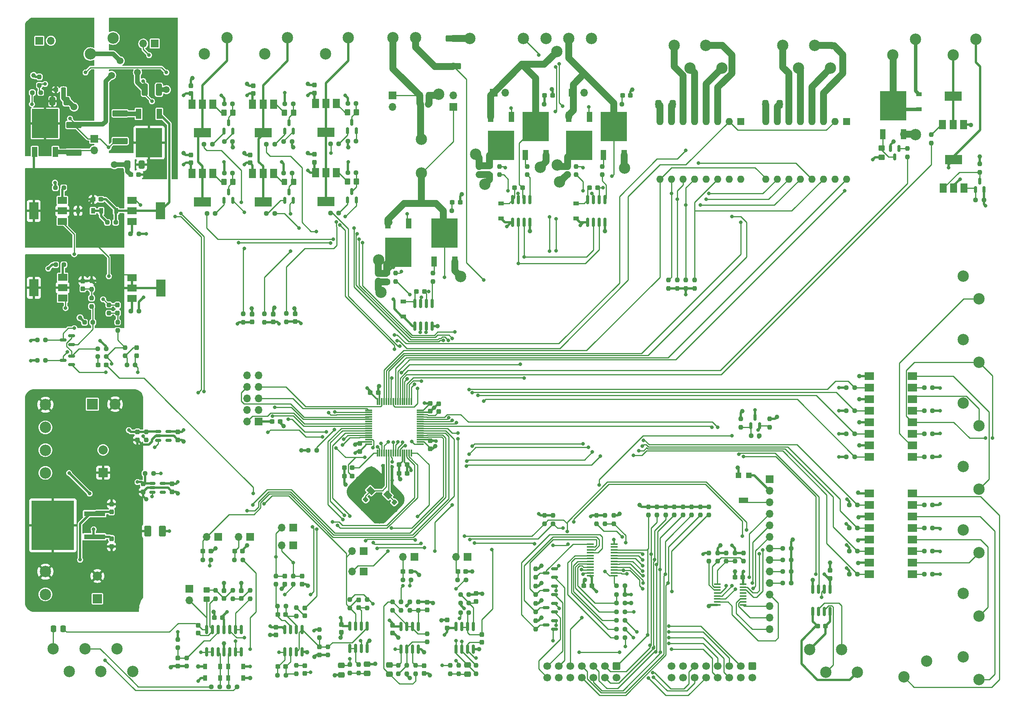
<source format=gtl>
G04 #@! TF.GenerationSoftware,KiCad,Pcbnew,6.0.7-f9a2dced07~116~ubuntu22.04.1*
G04 #@! TF.CreationDate,2022-08-10T15:47:32+03:00*
G04 #@! TF.ProjectId,Wirebonder,57697265-626f-46e6-9465-722e6b696361,rev?*
G04 #@! TF.SameCoordinates,Original*
G04 #@! TF.FileFunction,Copper,L1,Top*
G04 #@! TF.FilePolarity,Positive*
%FSLAX46Y46*%
G04 Gerber Fmt 4.6, Leading zero omitted, Abs format (unit mm)*
G04 Created by KiCad (PCBNEW 6.0.7-f9a2dced07~116~ubuntu22.04.1) date 2022-08-10 15:47:32*
%MOMM*%
%LPD*%
G01*
G04 APERTURE LIST*
G04 Aperture macros list*
%AMRoundRect*
0 Rectangle with rounded corners*
0 $1 Rounding radius*
0 $2 $3 $4 $5 $6 $7 $8 $9 X,Y pos of 4 corners*
0 Add a 4 corners polygon primitive as box body*
4,1,4,$2,$3,$4,$5,$6,$7,$8,$9,$2,$3,0*
0 Add four circle primitives for the rounded corners*
1,1,$1+$1,$2,$3*
1,1,$1+$1,$4,$5*
1,1,$1+$1,$6,$7*
1,1,$1+$1,$8,$9*
0 Add four rect primitives between the rounded corners*
20,1,$1+$1,$2,$3,$4,$5,0*
20,1,$1+$1,$4,$5,$6,$7,0*
20,1,$1+$1,$6,$7,$8,$9,0*
20,1,$1+$1,$8,$9,$2,$3,0*%
%AMRotRect*
0 Rectangle, with rotation*
0 The origin of the aperture is its center*
0 $1 length*
0 $2 width*
0 $3 Rotation angle, in degrees counterclockwise*
0 Add horizontal line*
21,1,$1,$2,0,0,$3*%
G04 Aperture macros list end*
G04 #@! TA.AperFunction,ComponentPad*
%ADD10C,2.500000*%
G04 #@! TD*
G04 #@! TA.AperFunction,SMDPad,CuDef*
%ADD11RoundRect,0.250000X-0.475000X0.337500X-0.475000X-0.337500X0.475000X-0.337500X0.475000X0.337500X0*%
G04 #@! TD*
G04 #@! TA.AperFunction,SMDPad,CuDef*
%ADD12RoundRect,0.237500X-0.250000X-0.237500X0.250000X-0.237500X0.250000X0.237500X-0.250000X0.237500X0*%
G04 #@! TD*
G04 #@! TA.AperFunction,SMDPad,CuDef*
%ADD13RoundRect,0.237500X0.237500X-0.300000X0.237500X0.300000X-0.237500X0.300000X-0.237500X-0.300000X0*%
G04 #@! TD*
G04 #@! TA.AperFunction,SMDPad,CuDef*
%ADD14RoundRect,0.237500X0.237500X-0.250000X0.237500X0.250000X-0.237500X0.250000X-0.237500X-0.250000X0*%
G04 #@! TD*
G04 #@! TA.AperFunction,SMDPad,CuDef*
%ADD15R,1.200000X0.900000*%
G04 #@! TD*
G04 #@! TA.AperFunction,SMDPad,CuDef*
%ADD16RoundRect,0.237500X0.250000X0.237500X-0.250000X0.237500X-0.250000X-0.237500X0.250000X-0.237500X0*%
G04 #@! TD*
G04 #@! TA.AperFunction,SMDPad,CuDef*
%ADD17R,0.900000X1.200000*%
G04 #@! TD*
G04 #@! TA.AperFunction,SMDPad,CuDef*
%ADD18RoundRect,0.237500X-0.300000X-0.237500X0.300000X-0.237500X0.300000X0.237500X-0.300000X0.237500X0*%
G04 #@! TD*
G04 #@! TA.AperFunction,SMDPad,CuDef*
%ADD19RoundRect,0.237500X-0.237500X0.250000X-0.237500X-0.250000X0.237500X-0.250000X0.237500X0.250000X0*%
G04 #@! TD*
G04 #@! TA.AperFunction,ComponentPad*
%ADD20R,1.700000X1.700000*%
G04 #@! TD*
G04 #@! TA.AperFunction,ComponentPad*
%ADD21O,1.700000X1.700000*%
G04 #@! TD*
G04 #@! TA.AperFunction,SMDPad,CuDef*
%ADD22R,2.000000X1.500000*%
G04 #@! TD*
G04 #@! TA.AperFunction,SMDPad,CuDef*
%ADD23R,2.000000X3.800000*%
G04 #@! TD*
G04 #@! TA.AperFunction,SMDPad,CuDef*
%ADD24RoundRect,0.237500X-0.044194X-0.380070X0.380070X0.044194X0.044194X0.380070X-0.380070X-0.044194X0*%
G04 #@! TD*
G04 #@! TA.AperFunction,SMDPad,CuDef*
%ADD25RoundRect,0.150000X0.587500X0.150000X-0.587500X0.150000X-0.587500X-0.150000X0.587500X-0.150000X0*%
G04 #@! TD*
G04 #@! TA.AperFunction,SMDPad,CuDef*
%ADD26RoundRect,0.250000X-0.450000X0.350000X-0.450000X-0.350000X0.450000X-0.350000X0.450000X0.350000X0*%
G04 #@! TD*
G04 #@! TA.AperFunction,SMDPad,CuDef*
%ADD27R,1.200000X2.200000*%
G04 #@! TD*
G04 #@! TA.AperFunction,SMDPad,CuDef*
%ADD28R,5.800000X6.400000*%
G04 #@! TD*
G04 #@! TA.AperFunction,SMDPad,CuDef*
%ADD29RoundRect,0.150000X0.150000X-0.825000X0.150000X0.825000X-0.150000X0.825000X-0.150000X-0.825000X0*%
G04 #@! TD*
G04 #@! TA.AperFunction,ComponentPad*
%ADD30RoundRect,0.250000X-0.600000X0.600000X-0.600000X-0.600000X0.600000X-0.600000X0.600000X0.600000X0*%
G04 #@! TD*
G04 #@! TA.AperFunction,ComponentPad*
%ADD31C,1.700000*%
G04 #@! TD*
G04 #@! TA.AperFunction,SMDPad,CuDef*
%ADD32RoundRect,0.237500X0.300000X0.237500X-0.300000X0.237500X-0.300000X-0.237500X0.300000X-0.237500X0*%
G04 #@! TD*
G04 #@! TA.AperFunction,SMDPad,CuDef*
%ADD33RoundRect,0.075000X0.075000X-0.700000X0.075000X0.700000X-0.075000X0.700000X-0.075000X-0.700000X0*%
G04 #@! TD*
G04 #@! TA.AperFunction,SMDPad,CuDef*
%ADD34RoundRect,0.075000X0.700000X-0.075000X0.700000X0.075000X-0.700000X0.075000X-0.700000X-0.075000X0*%
G04 #@! TD*
G04 #@! TA.AperFunction,SMDPad,CuDef*
%ADD35RoundRect,0.237500X-0.237500X0.300000X-0.237500X-0.300000X0.237500X-0.300000X0.237500X0.300000X0*%
G04 #@! TD*
G04 #@! TA.AperFunction,SMDPad,CuDef*
%ADD36RoundRect,0.250000X0.475000X-0.337500X0.475000X0.337500X-0.475000X0.337500X-0.475000X-0.337500X0*%
G04 #@! TD*
G04 #@! TA.AperFunction,SMDPad,CuDef*
%ADD37R,1.500000X2.000000*%
G04 #@! TD*
G04 #@! TA.AperFunction,SMDPad,CuDef*
%ADD38R,3.800000X2.000000*%
G04 #@! TD*
G04 #@! TA.AperFunction,SMDPad,CuDef*
%ADD39RoundRect,0.150000X0.150000X-0.587500X0.150000X0.587500X-0.150000X0.587500X-0.150000X-0.587500X0*%
G04 #@! TD*
G04 #@! TA.AperFunction,SMDPad,CuDef*
%ADD40RoundRect,0.250000X0.350000X0.450000X-0.350000X0.450000X-0.350000X-0.450000X0.350000X-0.450000X0*%
G04 #@! TD*
G04 #@! TA.AperFunction,SMDPad,CuDef*
%ADD41R,1.600000X0.410000*%
G04 #@! TD*
G04 #@! TA.AperFunction,ComponentPad*
%ADD42R,2.000000X2.000000*%
G04 #@! TD*
G04 #@! TA.AperFunction,ComponentPad*
%ADD43C,2.000000*%
G04 #@! TD*
G04 #@! TA.AperFunction,SMDPad,CuDef*
%ADD44RoundRect,0.237500X0.380070X-0.044194X-0.044194X0.380070X-0.380070X0.044194X0.044194X-0.380070X0*%
G04 #@! TD*
G04 #@! TA.AperFunction,SMDPad,CuDef*
%ADD45RoundRect,0.250000X0.337500X0.475000X-0.337500X0.475000X-0.337500X-0.475000X0.337500X-0.475000X0*%
G04 #@! TD*
G04 #@! TA.AperFunction,SMDPad,CuDef*
%ADD46RoundRect,0.250000X-0.412500X-0.650000X0.412500X-0.650000X0.412500X0.650000X-0.412500X0.650000X0*%
G04 #@! TD*
G04 #@! TA.AperFunction,SMDPad,CuDef*
%ADD47RoundRect,0.249999X1.425001X-0.450001X1.425001X0.450001X-1.425001X0.450001X-1.425001X-0.450001X0*%
G04 #@! TD*
G04 #@! TA.AperFunction,ComponentPad*
%ADD48R,1.600000X1.600000*%
G04 #@! TD*
G04 #@! TA.AperFunction,ComponentPad*
%ADD49O,1.600000X1.600000*%
G04 #@! TD*
G04 #@! TA.AperFunction,SMDPad,CuDef*
%ADD50R,2.000000X1.780000*%
G04 #@! TD*
G04 #@! TA.AperFunction,SMDPad,CuDef*
%ADD51RoundRect,0.150000X-0.512500X-0.150000X0.512500X-0.150000X0.512500X0.150000X-0.512500X0.150000X0*%
G04 #@! TD*
G04 #@! TA.AperFunction,SMDPad,CuDef*
%ADD52RoundRect,0.250000X0.412500X0.650000X-0.412500X0.650000X-0.412500X-0.650000X0.412500X-0.650000X0*%
G04 #@! TD*
G04 #@! TA.AperFunction,SMDPad,CuDef*
%ADD53RoundRect,0.150000X-0.150000X0.587500X-0.150000X-0.587500X0.150000X-0.587500X0.150000X0.587500X0*%
G04 #@! TD*
G04 #@! TA.AperFunction,SMDPad,CuDef*
%ADD54RoundRect,0.250000X-0.400000X-1.075000X0.400000X-1.075000X0.400000X1.075000X-0.400000X1.075000X0*%
G04 #@! TD*
G04 #@! TA.AperFunction,SMDPad,CuDef*
%ADD55RoundRect,0.250001X0.499999X0.924999X-0.499999X0.924999X-0.499999X-0.924999X0.499999X-0.924999X0*%
G04 #@! TD*
G04 #@! TA.AperFunction,SMDPad,CuDef*
%ADD56R,4.600000X1.100000*%
G04 #@! TD*
G04 #@! TA.AperFunction,SMDPad,CuDef*
%ADD57R,9.400000X10.800000*%
G04 #@! TD*
G04 #@! TA.AperFunction,SMDPad,CuDef*
%ADD58RoundRect,0.250000X-0.337500X-0.475000X0.337500X-0.475000X0.337500X0.475000X-0.337500X0.475000X0*%
G04 #@! TD*
G04 #@! TA.AperFunction,SMDPad,CuDef*
%ADD59R,1.300000X1.300000*%
G04 #@! TD*
G04 #@! TA.AperFunction,SMDPad,CuDef*
%ADD60R,2.000000X1.300000*%
G04 #@! TD*
G04 #@! TA.AperFunction,SMDPad,CuDef*
%ADD61RoundRect,0.150000X-0.150000X0.825000X-0.150000X-0.825000X0.150000X-0.825000X0.150000X0.825000X0*%
G04 #@! TD*
G04 #@! TA.AperFunction,SMDPad,CuDef*
%ADD62RotRect,1.600000X1.300000X135.000000*%
G04 #@! TD*
G04 #@! TA.AperFunction,SMDPad,CuDef*
%ADD63RoundRect,0.100000X-0.637500X-0.100000X0.637500X-0.100000X0.637500X0.100000X-0.637500X0.100000X0*%
G04 #@! TD*
G04 #@! TA.AperFunction,ComponentPad*
%ADD64R,2.400000X2.400000*%
G04 #@! TD*
G04 #@! TA.AperFunction,ComponentPad*
%ADD65C,2.400000*%
G04 #@! TD*
G04 #@! TA.AperFunction,ViaPad*
%ADD66C,0.800000*%
G04 #@! TD*
G04 #@! TA.AperFunction,ViaPad*
%ADD67C,2.500000*%
G04 #@! TD*
G04 #@! TA.AperFunction,ViaPad*
%ADD68C,1.000000*%
G04 #@! TD*
G04 #@! TA.AperFunction,ViaPad*
%ADD69C,1.500000*%
G04 #@! TD*
G04 #@! TA.AperFunction,Conductor*
%ADD70C,0.500000*%
G04 #@! TD*
G04 #@! TA.AperFunction,Conductor*
%ADD71C,0.250000*%
G04 #@! TD*
G04 #@! TA.AperFunction,Conductor*
%ADD72C,1.500000*%
G04 #@! TD*
G04 #@! TA.AperFunction,Conductor*
%ADD73C,1.000000*%
G04 #@! TD*
G04 #@! TA.AperFunction,Conductor*
%ADD74C,0.300000*%
G04 #@! TD*
G04 #@! TA.AperFunction,Conductor*
%ADD75C,0.750000*%
G04 #@! TD*
G04 APERTURE END LIST*
D10*
X40640000Y-99180000D03*
X40640000Y-104180000D03*
X40640000Y-109180000D03*
X40640000Y-114180000D03*
X145785000Y-18515000D03*
X150785000Y-18515000D03*
X155785000Y-18515000D03*
X160785000Y-18515000D03*
D11*
X115775000Y-70072500D03*
X115775000Y-72147500D03*
D12*
X202872500Y-135880000D03*
X204697500Y-135880000D03*
D13*
X79960000Y-141822500D03*
X79960000Y-140097500D03*
D14*
X165685000Y-125362500D03*
X165685000Y-123537500D03*
D15*
X140920000Y-54855000D03*
X140920000Y-58155000D03*
D14*
X161875000Y-125362500D03*
X161875000Y-123537500D03*
D16*
X235812500Y-95380000D03*
X233987500Y-95380000D03*
D12*
X79992500Y-48210000D03*
X81817500Y-48210000D03*
D17*
X80850000Y-159375000D03*
X84150000Y-159375000D03*
D18*
X91787500Y-156835000D03*
X93512500Y-156835000D03*
X119330000Y-135880000D03*
X121055000Y-135880000D03*
D19*
X95190000Y-136872500D03*
X95190000Y-138697500D03*
D16*
X235812500Y-110620000D03*
X233987500Y-110620000D03*
D13*
X97095000Y-138647500D03*
X97095000Y-136922500D03*
D12*
X107162500Y-41110000D03*
X108987500Y-41110000D03*
D14*
X140540000Y-48527500D03*
X140540000Y-46702500D03*
D18*
X192355000Y-137150000D03*
X194080000Y-137150000D03*
D12*
X89247500Y-57100000D03*
X91072500Y-57100000D03*
D20*
X117045000Y-31100000D03*
D21*
X117045000Y-33640000D03*
D14*
X152350000Y-125362500D03*
X152350000Y-123537500D03*
D19*
X186640000Y-131792500D03*
X186640000Y-133617500D03*
D22*
X44370000Y-58805000D03*
X44370000Y-56505000D03*
X44370000Y-54205000D03*
D23*
X38070000Y-56505000D03*
D17*
X56205000Y-56505000D03*
X52905000Y-56505000D03*
D24*
X116180120Y-121884880D03*
X117399880Y-120665120D03*
D14*
X146635000Y-48527500D03*
X146635000Y-46702500D03*
D19*
X148540000Y-146755000D03*
X148540000Y-148580000D03*
D16*
X91072500Y-41860000D03*
X89247500Y-41860000D03*
D20*
X87585000Y-102855000D03*
D21*
X85045000Y-102855000D03*
X87585000Y-100315000D03*
X85045000Y-100315000D03*
X87585000Y-97775000D03*
X85045000Y-97775000D03*
X87585000Y-95235000D03*
X85045000Y-95235000D03*
X87585000Y-92695000D03*
X85045000Y-92695000D03*
D18*
X75287500Y-131435000D03*
X77012500Y-131435000D03*
D10*
X117085000Y-18415000D03*
X122085000Y-18415000D03*
D19*
X69800000Y-150842500D03*
X69800000Y-152667500D03*
D25*
X46392500Y-90355000D03*
X46392500Y-88455000D03*
X44517500Y-89405000D03*
D10*
X189465000Y-25080000D03*
X185965000Y-20080000D03*
X182465000Y-25080000D03*
X178965000Y-20080000D03*
D18*
X82272500Y-131435000D03*
X83997500Y-131435000D03*
D10*
X245385000Y-18675000D03*
X240385000Y-22175000D03*
X246060000Y-145730000D03*
X242560000Y-140730000D03*
X40640000Y-140930000D03*
X40640000Y-135930000D03*
D26*
X224605000Y-42710000D03*
X224605000Y-44710000D03*
D18*
X143867500Y-51425000D03*
X145592500Y-51425000D03*
D27*
X146260000Y-44195000D03*
D28*
X148540000Y-37895000D03*
D27*
X150820000Y-44195000D03*
D29*
X130982500Y-152960000D03*
X132252500Y-152960000D03*
X133522500Y-152960000D03*
X134792500Y-152960000D03*
X134792500Y-148010000D03*
X133522500Y-148010000D03*
X132252500Y-148010000D03*
X130982500Y-148010000D03*
D30*
X196165000Y-156717500D03*
D31*
X196165000Y-159257500D03*
X193625000Y-156717500D03*
X193625000Y-159257500D03*
X191085000Y-156717500D03*
X191085000Y-159257500D03*
X188545000Y-156717500D03*
X188545000Y-159257500D03*
X186005000Y-156717500D03*
X186005000Y-159257500D03*
X183465000Y-156717500D03*
X183465000Y-159257500D03*
X180925000Y-156717500D03*
X180925000Y-159257500D03*
X178385000Y-156717500D03*
X178385000Y-159257500D03*
D19*
X173305000Y-121632500D03*
X173305000Y-123457500D03*
D10*
X246060000Y-103820000D03*
X242560000Y-98820000D03*
D19*
X107621250Y-142091250D03*
X107621250Y-143916250D03*
D16*
X219302500Y-136500000D03*
X217477500Y-136500000D03*
D14*
X95825000Y-145682500D03*
X95825000Y-143857500D03*
D12*
X107162500Y-48095000D03*
X108987500Y-48095000D03*
D20*
X85675000Y-128260000D03*
D21*
X83135000Y-128260000D03*
D16*
X61182500Y-61585000D03*
X59357500Y-61585000D03*
D19*
X100915000Y-148660000D03*
X100915000Y-150485000D03*
D32*
X52877500Y-53965000D03*
X51152500Y-53965000D03*
D16*
X105177500Y-56985000D03*
X103352500Y-56985000D03*
D14*
X85675000Y-141872500D03*
X85675000Y-140047500D03*
D33*
X113675000Y-109805000D03*
X114175000Y-109805000D03*
X114675000Y-109805000D03*
X115175000Y-109805000D03*
X115675000Y-109805000D03*
X116175000Y-109805000D03*
X116675000Y-109805000D03*
X117175000Y-109805000D03*
X117675000Y-109805000D03*
X118175000Y-109805000D03*
X118675000Y-109805000D03*
X119175000Y-109805000D03*
X119675000Y-109805000D03*
X120175000Y-109805000D03*
X120675000Y-109805000D03*
X121175000Y-109805000D03*
D34*
X123100000Y-107880000D03*
X123100000Y-107380000D03*
X123100000Y-106880000D03*
X123100000Y-106380000D03*
X123100000Y-105880000D03*
X123100000Y-105380000D03*
X123100000Y-104880000D03*
X123100000Y-104380000D03*
X123100000Y-103880000D03*
X123100000Y-103380000D03*
X123100000Y-102880000D03*
X123100000Y-102380000D03*
X123100000Y-101880000D03*
X123100000Y-101380000D03*
X123100000Y-100880000D03*
X123100000Y-100380000D03*
D33*
X121175000Y-98455000D03*
X120675000Y-98455000D03*
X120175000Y-98455000D03*
X119675000Y-98455000D03*
X119175000Y-98455000D03*
X118675000Y-98455000D03*
X118175000Y-98455000D03*
X117675000Y-98455000D03*
X117175000Y-98455000D03*
X116675000Y-98455000D03*
X116175000Y-98455000D03*
X115675000Y-98455000D03*
X115175000Y-98455000D03*
X114675000Y-98455000D03*
X114175000Y-98455000D03*
X113675000Y-98455000D03*
D34*
X111750000Y-100380000D03*
X111750000Y-100880000D03*
X111750000Y-101380000D03*
X111750000Y-101880000D03*
X111750000Y-102380000D03*
X111750000Y-102880000D03*
X111750000Y-103380000D03*
X111750000Y-103880000D03*
X111750000Y-104380000D03*
X111750000Y-104880000D03*
X111750000Y-105380000D03*
X111750000Y-105880000D03*
X111750000Y-106380000D03*
X111750000Y-106880000D03*
X111750000Y-107380000D03*
X111750000Y-107880000D03*
D10*
X232050000Y-18675000D03*
X227050000Y-22175000D03*
D19*
X148540000Y-142945000D03*
X148540000Y-144770000D03*
D35*
X124632500Y-142637500D03*
X124632500Y-144362500D03*
D12*
X166320000Y-142865000D03*
X168145000Y-142865000D03*
D16*
X235812500Y-136500000D03*
X233987500Y-136500000D03*
D36*
X111431250Y-158368750D03*
X111431250Y-156293750D03*
D37*
X90832500Y-48235000D03*
X88532500Y-48235000D03*
X86232500Y-48235000D03*
D38*
X88532500Y-54535000D03*
D19*
X135427500Y-156557500D03*
X135427500Y-158382500D03*
D37*
X238045000Y-37545000D03*
X240345000Y-37545000D03*
X242645000Y-37545000D03*
D38*
X240345000Y-31245000D03*
D29*
X143460000Y-58980000D03*
X144730000Y-58980000D03*
X146000000Y-58980000D03*
X147270000Y-58980000D03*
X147270000Y-54030000D03*
X146000000Y-54030000D03*
X144730000Y-54030000D03*
X143460000Y-54030000D03*
D27*
X126195000Y-67690000D03*
D28*
X128475000Y-61390000D03*
D27*
X130755000Y-67690000D03*
D20*
X156670000Y-30470000D03*
D21*
X159210000Y-30470000D03*
D13*
X72650000Y-30657500D03*
X72650000Y-28932500D03*
X68530000Y-118337500D03*
X68530000Y-116612500D03*
D29*
X121897500Y-81840000D03*
X123167500Y-81840000D03*
X124437500Y-81840000D03*
X125707500Y-81840000D03*
X125707500Y-76890000D03*
X124437500Y-76890000D03*
X123167500Y-76890000D03*
X121897500Y-76890000D03*
D19*
X131617500Y-156557500D03*
X131617500Y-158382500D03*
D18*
X123167500Y-33010000D03*
X124892500Y-33010000D03*
D39*
X107125000Y-54112500D03*
X109025000Y-54112500D03*
X108075000Y-52237500D03*
D12*
X54277500Y-59045000D03*
X56102500Y-59045000D03*
D20*
X64720000Y-19675000D03*
D21*
X62180000Y-19675000D03*
D40*
X95247500Y-34875000D03*
X93247500Y-34875000D03*
D14*
X81865000Y-141872500D03*
X81865000Y-140047500D03*
D19*
X184735000Y-121632500D03*
X184735000Y-123457500D03*
D39*
X79955000Y-54227500D03*
X81855000Y-54227500D03*
X80905000Y-52352500D03*
D19*
X181560000Y-71745000D03*
X181560000Y-73570000D03*
D12*
X37772500Y-30470000D03*
X39597500Y-30470000D03*
D16*
X44672500Y-51425000D03*
X42847500Y-51425000D03*
D35*
X136697500Y-149768750D03*
X136697500Y-151493750D03*
D16*
X235812500Y-105540000D03*
X233987500Y-105540000D03*
D12*
X202872500Y-133340000D03*
X204697500Y-133340000D03*
X166320000Y-144770000D03*
X168145000Y-144770000D03*
D16*
X108987500Y-32855000D03*
X107162500Y-32855000D03*
X95160000Y-32970000D03*
X93335000Y-32970000D03*
D41*
X165799300Y-136832500D03*
X165799300Y-136197500D03*
X165799300Y-135562500D03*
X165799300Y-134927500D03*
X165799300Y-134292500D03*
X165799300Y-133657500D03*
X165799300Y-133022500D03*
X165799300Y-132387500D03*
X165799300Y-131752500D03*
X165799300Y-131117500D03*
X165799300Y-130482500D03*
X165799300Y-129847500D03*
X160490700Y-129847500D03*
X160490700Y-130482500D03*
X160490700Y-131117500D03*
X160490700Y-131752500D03*
X160490700Y-132387500D03*
X160490700Y-133022500D03*
X160490700Y-133657500D03*
X160490700Y-134292500D03*
X160490700Y-134927500D03*
X160490700Y-135562500D03*
X160490700Y-136197500D03*
X160490700Y-136832500D03*
D12*
X166320000Y-140960000D03*
X168145000Y-140960000D03*
D26*
X76150000Y-139960000D03*
X76150000Y-141960000D03*
D19*
X117680000Y-70197500D03*
X117680000Y-72022500D03*
D13*
X105716250Y-149303750D03*
X105716250Y-147578750D03*
D19*
X58210000Y-86597500D03*
X58210000Y-88422500D03*
D35*
X135427500Y-140732500D03*
X135427500Y-142457500D03*
D27*
X224865000Y-39655000D03*
D28*
X227145000Y-33355000D03*
D27*
X229425000Y-39655000D03*
D37*
X77490000Y-48235000D03*
X75190000Y-48235000D03*
X72890000Y-48235000D03*
D38*
X75190000Y-54535000D03*
D13*
X69800000Y-106907500D03*
X69800000Y-105182500D03*
D40*
X109075000Y-50000000D03*
X107075000Y-50000000D03*
D10*
X42365000Y-152870000D03*
X45865000Y-157870000D03*
X49365000Y-152870000D03*
X52865000Y-157870000D03*
X56365000Y-152870000D03*
X59865000Y-157870000D03*
D37*
X77490000Y-32995000D03*
X75190000Y-32995000D03*
X72890000Y-32995000D03*
D38*
X75190000Y-39295000D03*
D20*
X139265000Y-30470000D03*
D21*
X141805000Y-30470000D03*
D40*
X81905000Y-50115000D03*
X79905000Y-50115000D03*
D18*
X106402500Y-114925000D03*
X108127500Y-114925000D03*
D40*
X81905000Y-34875000D03*
X79905000Y-34875000D03*
D10*
X213365000Y-25080000D03*
X209865000Y-20080000D03*
X206365000Y-25080000D03*
X202865000Y-20080000D03*
D19*
X179655000Y-71745000D03*
X179655000Y-73570000D03*
D18*
X130152500Y-54600000D03*
X131877500Y-54600000D03*
D14*
X118917500Y-144412500D03*
X118917500Y-142587500D03*
D16*
X61237500Y-78580000D03*
X59412500Y-78580000D03*
D22*
X59710000Y-71200000D03*
X59710000Y-73500000D03*
X59710000Y-75800000D03*
D23*
X66010000Y-73500000D03*
D42*
X53340000Y-114127677D03*
D43*
X53340000Y-109127677D03*
D12*
X128197500Y-56505000D03*
X130022500Y-56505000D03*
D29*
X107621250Y-152821250D03*
X108891250Y-152821250D03*
X110161250Y-152821250D03*
X111431250Y-152821250D03*
X111431250Y-147871250D03*
X110161250Y-147871250D03*
X108891250Y-147871250D03*
X107621250Y-147871250D03*
D16*
X218667500Y-105540000D03*
X216842500Y-105540000D03*
X235812500Y-100460000D03*
X233987500Y-100460000D03*
D17*
X79070000Y-156835000D03*
X75770000Y-156835000D03*
D35*
X109805000Y-107712500D03*
X109805000Y-109437500D03*
D44*
X112319880Y-121249880D03*
X111100120Y-120030120D03*
D30*
X166320000Y-156717500D03*
D31*
X166320000Y-159257500D03*
X163780000Y-156717500D03*
X163780000Y-159257500D03*
X161240000Y-156717500D03*
X161240000Y-159257500D03*
X158700000Y-156717500D03*
X158700000Y-159257500D03*
X156160000Y-156717500D03*
X156160000Y-159257500D03*
X153620000Y-156717500D03*
X153620000Y-159257500D03*
X151080000Y-156717500D03*
X151080000Y-159257500D03*
D42*
X52070000Y-141885354D03*
D43*
X52070000Y-136885354D03*
D13*
X55195000Y-122772500D03*
X55195000Y-121047500D03*
D39*
X93297500Y-54227500D03*
X95197500Y-54227500D03*
X94247500Y-52352500D03*
D13*
X83770000Y-141822500D03*
X83770000Y-140097500D03*
D22*
X44420000Y-75732500D03*
X44420000Y-73432500D03*
X44420000Y-71132500D03*
D23*
X38120000Y-73432500D03*
D10*
X107265000Y-18405000D03*
X102265000Y-21905000D03*
D12*
X202872500Y-138420000D03*
X204697500Y-138420000D03*
D19*
X177750000Y-71745000D03*
X177750000Y-73570000D03*
D13*
X125270000Y-100612500D03*
X125270000Y-98887500D03*
D10*
X229495000Y-159105000D03*
X234495000Y-155605000D03*
D14*
X199975000Y-104105000D03*
X199975000Y-102280000D03*
D16*
X40657500Y-89405000D03*
X38832500Y-89405000D03*
X219302500Y-121260000D03*
X217477500Y-121260000D03*
D19*
X122092500Y-156557500D03*
X122092500Y-158382500D03*
D14*
X54610000Y-79017500D03*
X54610000Y-77192500D03*
D17*
X51125000Y-56505000D03*
X47825000Y-56505000D03*
D16*
X197712500Y-106035000D03*
X195887500Y-106035000D03*
D19*
X91380000Y-136872500D03*
X91380000Y-138697500D03*
D13*
X60750000Y-88372500D03*
X60750000Y-86647500D03*
D18*
X150472500Y-31105000D03*
X152197500Y-31105000D03*
D10*
X246060000Y-159700000D03*
X242560000Y-154700000D03*
D19*
X120187500Y-156557500D03*
X120187500Y-158382500D03*
D13*
X117012500Y-149442500D03*
X117012500Y-147717500D03*
D35*
X129077500Y-146593750D03*
X129077500Y-148318750D03*
D13*
X90805000Y-80966000D03*
X90805000Y-79241000D03*
X125270000Y-108867500D03*
X125270000Y-107142500D03*
D12*
X166320000Y-146675000D03*
X168145000Y-146675000D03*
D45*
X44537500Y-148500000D03*
X42462500Y-148500000D03*
D12*
X91737500Y-143500000D03*
X93562500Y-143500000D03*
D19*
X50800000Y-75695000D03*
X50800000Y-77520000D03*
X71705000Y-154930000D03*
X71705000Y-156755000D03*
D35*
X113870000Y-70247500D03*
X113870000Y-71972500D03*
D14*
X194260000Y-133617500D03*
X194260000Y-131792500D03*
D16*
X93562500Y-158740000D03*
X91737500Y-158740000D03*
D19*
X111431250Y-142091250D03*
X111431250Y-143916250D03*
D46*
X42197500Y-32375000D03*
X45322500Y-32375000D03*
D13*
X97730000Y-145632500D03*
X97730000Y-143907500D03*
D16*
X94882500Y-41225000D03*
X93057500Y-41225000D03*
D14*
X193625000Y-104105000D03*
X193625000Y-102280000D03*
D13*
X69800000Y-156705000D03*
X69800000Y-154980000D03*
D19*
X78055000Y-140047500D03*
X78055000Y-141872500D03*
D25*
X152652500Y-148617500D03*
X152652500Y-146717500D03*
X150777500Y-147667500D03*
D19*
X179020000Y-121632500D03*
X179020000Y-123457500D03*
D16*
X218667500Y-110620000D03*
X216842500Y-110620000D03*
D20*
X95200000Y-126228000D03*
D21*
X92660000Y-126228000D03*
D14*
X190450000Y-133617500D03*
X190450000Y-131792500D03*
D16*
X100327000Y-109210000D03*
X98502000Y-109210000D03*
D47*
X57095000Y-41140000D03*
X57095000Y-35040000D03*
D13*
X86350000Y-30657500D03*
X86350000Y-28932500D03*
D20*
X95195000Y-130165000D03*
D21*
X92655000Y-130165000D03*
D14*
X129712500Y-158382500D03*
X129712500Y-156557500D03*
D12*
X49252500Y-81052500D03*
X51077500Y-81052500D03*
D20*
X78695000Y-128260000D03*
D21*
X76155000Y-128260000D03*
D19*
X182830000Y-121632500D03*
X182830000Y-123457500D03*
D47*
X130380000Y-24630000D03*
X130380000Y-18530000D03*
D15*
X157430000Y-54855000D03*
X157430000Y-58155000D03*
D20*
X39310000Y-19040000D03*
D21*
X41850000Y-19040000D03*
D16*
X168145000Y-139055000D03*
X166320000Y-139055000D03*
D35*
X72650000Y-44172500D03*
X72650000Y-45897500D03*
X85675000Y-44172500D03*
X85675000Y-45897500D03*
D25*
X152652500Y-144807500D03*
X152652500Y-142907500D03*
X150777500Y-143857500D03*
D12*
X202872500Y-130800000D03*
X204697500Y-130800000D03*
D20*
X72340000Y-139685000D03*
D21*
X72340000Y-142225000D03*
D48*
X216890000Y-36830000D03*
D49*
X214350000Y-36830000D03*
X211810000Y-36830000D03*
X209270000Y-36830000D03*
X206730000Y-36830000D03*
X204190000Y-36830000D03*
X201650000Y-36830000D03*
X199110000Y-36830000D03*
X199110000Y-49530000D03*
X201650000Y-49530000D03*
X204190000Y-49530000D03*
X206730000Y-49530000D03*
X209270000Y-49530000D03*
X211810000Y-49530000D03*
X214350000Y-49530000D03*
X216890000Y-49530000D03*
D19*
X177115000Y-121632500D03*
X177115000Y-123457500D03*
D12*
X165662500Y-33010000D03*
X167487500Y-33010000D03*
D29*
X159970000Y-58980000D03*
X161240000Y-58980000D03*
X162510000Y-58980000D03*
X163780000Y-58980000D03*
X163780000Y-54030000D03*
X162510000Y-54030000D03*
X161240000Y-54030000D03*
X159970000Y-54030000D03*
D12*
X93057500Y-48210000D03*
X94882500Y-48210000D03*
D16*
X219302500Y-131420000D03*
X217477500Y-131420000D03*
D17*
X84150000Y-156835000D03*
X80850000Y-156835000D03*
D50*
X231410000Y-110620000D03*
X231410000Y-108080000D03*
X231410000Y-105540000D03*
X231410000Y-103000000D03*
X231410000Y-100460000D03*
X231410000Y-97920000D03*
X231410000Y-95380000D03*
X231410000Y-92840000D03*
X221880000Y-92840000D03*
X221880000Y-95380000D03*
X221880000Y-97920000D03*
X221880000Y-100460000D03*
X221880000Y-103000000D03*
X221880000Y-105540000D03*
X221880000Y-108080000D03*
X221880000Y-110620000D03*
D40*
X109075000Y-34760000D03*
X107075000Y-34760000D03*
D37*
X104660000Y-48120000D03*
X102360000Y-48120000D03*
X100060000Y-48120000D03*
D38*
X102360000Y-54420000D03*
D51*
X64217500Y-116525000D03*
X64217500Y-117475000D03*
X64217500Y-118425000D03*
X66492500Y-118425000D03*
X66492500Y-116525000D03*
D18*
X160377500Y-51425000D03*
X162102500Y-51425000D03*
D29*
X93285000Y-153595000D03*
X94555000Y-153595000D03*
X95825000Y-153595000D03*
X97095000Y-153595000D03*
X97095000Y-148645000D03*
X95825000Y-148645000D03*
X94555000Y-148645000D03*
X93285000Y-148645000D03*
D19*
X109526250Y-156418750D03*
X109526250Y-158243750D03*
D16*
X77372500Y-41860000D03*
X75547500Y-41860000D03*
X218667500Y-100460000D03*
X216842500Y-100460000D03*
D20*
X199975000Y-115560000D03*
D21*
X199975000Y-118100000D03*
X199975000Y-120640000D03*
X199975000Y-123180000D03*
X199975000Y-125720000D03*
X199975000Y-128260000D03*
X199975000Y-130800000D03*
X199975000Y-133340000D03*
X199975000Y-135880000D03*
X199975000Y-138420000D03*
X199975000Y-140960000D03*
X199975000Y-143500000D03*
X199975000Y-146040000D03*
X199975000Y-148580000D03*
D52*
X202172500Y-33010000D03*
X199047500Y-33010000D03*
D16*
X219302500Y-126340000D03*
X217477500Y-126340000D03*
D19*
X246195000Y-46182500D03*
X246195000Y-48007500D03*
D12*
X166320000Y-148580000D03*
X168145000Y-148580000D03*
D47*
X46935000Y-43680000D03*
X46935000Y-37580000D03*
D39*
X195850000Y-103797500D03*
X197750000Y-103797500D03*
X196800000Y-101922500D03*
D27*
X163405000Y-44195000D03*
D28*
X165685000Y-37895000D03*
D27*
X167965000Y-44195000D03*
D39*
X245245000Y-51842500D03*
X247145000Y-51842500D03*
X246195000Y-49967500D03*
X107125000Y-38872500D03*
X109025000Y-38872500D03*
X108075000Y-36997500D03*
D19*
X125935000Y-70197500D03*
X125935000Y-72022500D03*
D15*
X232860000Y-30840000D03*
X232860000Y-34140000D03*
D32*
X120192500Y-112385000D03*
X118467500Y-112385000D03*
D12*
X245282500Y-54080000D03*
X247107500Y-54080000D03*
D27*
X38305000Y-43560000D03*
D28*
X40585000Y-37260000D03*
D27*
X42865000Y-43560000D03*
D19*
X148540000Y-135325000D03*
X148540000Y-137150000D03*
D32*
X92252500Y-102860000D03*
X90527500Y-102860000D03*
D13*
X123997500Y-158332500D03*
X123997500Y-156607500D03*
D48*
X193625000Y-36830000D03*
D49*
X191085000Y-36830000D03*
X188545000Y-36830000D03*
X186005000Y-36830000D03*
X183465000Y-36830000D03*
X180925000Y-36830000D03*
X178385000Y-36830000D03*
X175845000Y-36830000D03*
X175845000Y-49530000D03*
X178385000Y-49530000D03*
X180925000Y-49530000D03*
X183465000Y-49530000D03*
X186005000Y-49530000D03*
X188545000Y-49530000D03*
X191085000Y-49530000D03*
X193625000Y-49530000D03*
D20*
X110667500Y-135880000D03*
D21*
X108127500Y-135880000D03*
D14*
X188545000Y-133617500D03*
X188545000Y-131792500D03*
D53*
X228475000Y-42772500D03*
X226575000Y-42772500D03*
X227525000Y-44647500D03*
D32*
X61132500Y-48504000D03*
X59407500Y-48504000D03*
D11*
X138380000Y-46577500D03*
X138380000Y-48652500D03*
D16*
X64412500Y-114300000D03*
X62587500Y-114300000D03*
D32*
X113842500Y-96510000D03*
X112117500Y-96510000D03*
D12*
X131975000Y-142865000D03*
X133800000Y-142865000D03*
D16*
X218667500Y-95380000D03*
X216842500Y-95380000D03*
D10*
X123395000Y-40690000D03*
X123395000Y-48190000D03*
D52*
X61832500Y-46345000D03*
X58707500Y-46345000D03*
D13*
X100915000Y-154245000D03*
X100915000Y-152520000D03*
D52*
X178677500Y-33010000D03*
X175552500Y-33010000D03*
D18*
X91787500Y-145405000D03*
X93512500Y-145405000D03*
D12*
X80952500Y-161280000D03*
X82777500Y-161280000D03*
D19*
X235535000Y-39717500D03*
X235535000Y-41542500D03*
D16*
X40657500Y-84960000D03*
X38832500Y-84960000D03*
D54*
X62530000Y-29835000D03*
X65630000Y-29835000D03*
D14*
X163145000Y-48527500D03*
X163145000Y-46702500D03*
D10*
X80595000Y-18405000D03*
X75595000Y-21905000D03*
D13*
X56515000Y-78967500D03*
X56515000Y-77242500D03*
D10*
X208810000Y-153065000D03*
X212310000Y-158065000D03*
X215810000Y-153065000D03*
X219310000Y-158065000D03*
D55*
X66395000Y-127000000D03*
X63145000Y-127000000D03*
D19*
X124632500Y-149572500D03*
X124632500Y-151397500D03*
D16*
X77062500Y-133340000D03*
X75237500Y-133340000D03*
D19*
X102820000Y-152470000D03*
X102820000Y-154295000D03*
D37*
X90832500Y-32995000D03*
X88532500Y-32995000D03*
X86232500Y-32995000D03*
D38*
X88532500Y-39295000D03*
D39*
X79955000Y-38987500D03*
X81855000Y-38987500D03*
X80905000Y-37112500D03*
D19*
X148540000Y-139135000D03*
X148540000Y-140960000D03*
D14*
X93676000Y-80912500D03*
X93676000Y-79087500D03*
D35*
X155525000Y-46752500D03*
X155525000Y-48477500D03*
D19*
X175210000Y-121632500D03*
X175210000Y-123457500D03*
D50*
X231410000Y-136500000D03*
X231410000Y-133960000D03*
X231410000Y-131420000D03*
X231410000Y-128880000D03*
X231410000Y-126340000D03*
X231410000Y-123800000D03*
X231410000Y-121260000D03*
X231410000Y-118720000D03*
X221880000Y-118720000D03*
X221880000Y-121260000D03*
X221880000Y-123800000D03*
X221880000Y-126340000D03*
X221880000Y-128880000D03*
X221880000Y-131420000D03*
X221880000Y-133960000D03*
X221880000Y-136500000D03*
D13*
X62180000Y-118337500D03*
X62180000Y-116612500D03*
D56*
X51445000Y-128260000D03*
D57*
X42295000Y-125720000D03*
D56*
X51445000Y-123180000D03*
D16*
X84047500Y-133340000D03*
X82222500Y-133340000D03*
D19*
X56520000Y-81002500D03*
X56520000Y-82827500D03*
D58*
X122992500Y-31105000D03*
X125067500Y-31105000D03*
D59*
X195410000Y-114715000D03*
D60*
X194260000Y-120215000D03*
D59*
X193110000Y-114715000D03*
D10*
X246060000Y-131760000D03*
X242560000Y-126760000D03*
D11*
X133522500Y-156432500D03*
X133522500Y-158507500D03*
D14*
X39320000Y-28842500D03*
X39320000Y-27017500D03*
D40*
X95247500Y-50115000D03*
X93247500Y-50115000D03*
D12*
X131335000Y-137785000D03*
X133160000Y-137785000D03*
D13*
X48895000Y-73660000D03*
X48895000Y-71935000D03*
D32*
X53980000Y-90445000D03*
X52255000Y-90445000D03*
D13*
X109526250Y-143866250D03*
X109526250Y-142141250D03*
D19*
X50800000Y-71885000D03*
X50800000Y-73710000D03*
D27*
X160345000Y-35795000D03*
D28*
X158065000Y-42095000D03*
D27*
X155785000Y-35795000D03*
D61*
X83770000Y-148645000D03*
X82500000Y-148645000D03*
X81230000Y-148645000D03*
X79960000Y-148645000D03*
X78690000Y-148645000D03*
X77420000Y-148645000D03*
X76150000Y-148645000D03*
X76150000Y-153595000D03*
X77420000Y-153595000D03*
X78690000Y-153595000D03*
X79960000Y-153595000D03*
X81230000Y-153595000D03*
X82500000Y-153595000D03*
X83770000Y-153595000D03*
D13*
X74245000Y-149442500D03*
X74245000Y-147717500D03*
D62*
X115983833Y-119004619D03*
X113650381Y-116671167D03*
X112236167Y-118085381D03*
X114569619Y-120418833D03*
D13*
X95581000Y-80862500D03*
X95581000Y-79137500D03*
D16*
X235812500Y-131420000D03*
X233987500Y-131420000D03*
D14*
X88860000Y-81016000D03*
X88860000Y-79191000D03*
X186640000Y-123457500D03*
X186640000Y-121632500D03*
D10*
X246060000Y-117790000D03*
X242560000Y-112790000D03*
D14*
X163780000Y-125362500D03*
X163780000Y-123537500D03*
D12*
X166320000Y-150485000D03*
X168145000Y-150485000D03*
D19*
X180925000Y-121632500D03*
X180925000Y-123457500D03*
D13*
X55195000Y-130392500D03*
X55195000Y-128667500D03*
D32*
X120192500Y-114290000D03*
X118467500Y-114290000D03*
D16*
X81817500Y-41225000D03*
X79992500Y-41225000D03*
D51*
X65487500Y-105095000D03*
X65487500Y-106045000D03*
X65487500Y-106995000D03*
X67762500Y-106995000D03*
X67762500Y-105095000D03*
D10*
X93930000Y-18405000D03*
X88930000Y-21905000D03*
D16*
X78967500Y-161280000D03*
X77142500Y-161280000D03*
D10*
X55515000Y-18445000D03*
X50515000Y-21945000D03*
D63*
X188450000Y-138685000D03*
X188450000Y-139335000D03*
X188450000Y-139985000D03*
X188450000Y-140635000D03*
X188450000Y-141285000D03*
X188450000Y-141935000D03*
X188450000Y-142585000D03*
X188450000Y-143235000D03*
X194175000Y-143235000D03*
X194175000Y-142585000D03*
X194175000Y-141935000D03*
X194175000Y-141285000D03*
X194175000Y-140635000D03*
X194175000Y-139985000D03*
X194175000Y-139335000D03*
X194175000Y-138685000D03*
D25*
X152652500Y-140997500D03*
X152652500Y-139097500D03*
X150777500Y-140047500D03*
D35*
X97730000Y-156607500D03*
X97730000Y-158332500D03*
D39*
X93297500Y-38987500D03*
X95197500Y-38987500D03*
X94247500Y-37112500D03*
D13*
X127204000Y-100674500D03*
X127204000Y-98949500D03*
D14*
X118282500Y-158382500D03*
X118282500Y-156557500D03*
X107621250Y-158243750D03*
X107621250Y-156418750D03*
D20*
X133522500Y-132705000D03*
D21*
X130982500Y-132705000D03*
D37*
X238180000Y-51515000D03*
X240480000Y-51515000D03*
X242780000Y-51515000D03*
D38*
X240480000Y-45215000D03*
D16*
X81817500Y-32970000D03*
X79992500Y-32970000D03*
D27*
X143200000Y-35795000D03*
D28*
X140920000Y-42095000D03*
D27*
X138640000Y-35795000D03*
D13*
X86079500Y-80966000D03*
X86079500Y-79241000D03*
D14*
X192355000Y-133617500D03*
X192355000Y-131792500D03*
D32*
X160832500Y-139055000D03*
X159107500Y-139055000D03*
D16*
X235812500Y-121260000D03*
X233987500Y-121260000D03*
D18*
X167617500Y-31105000D03*
X169342500Y-31105000D03*
D14*
X157430000Y-48527500D03*
X157430000Y-46702500D03*
D17*
X75770000Y-159375000D03*
X79070000Y-159375000D03*
D32*
X79552500Y-146040000D03*
X77827500Y-146040000D03*
D25*
X152652500Y-137187500D03*
X152652500Y-135287500D03*
X150777500Y-136237500D03*
D20*
X130380000Y-33650000D03*
D21*
X130380000Y-31110000D03*
D14*
X62815000Y-106957500D03*
X62815000Y-105132500D03*
D19*
X183465000Y-71745000D03*
X183465000Y-73570000D03*
D18*
X131385000Y-135880000D03*
X133110000Y-135880000D03*
D20*
X51380000Y-40625000D03*
D21*
X51380000Y-43165000D03*
D61*
X213310000Y-139755000D03*
X212040000Y-139755000D03*
X210770000Y-139755000D03*
X209500000Y-139755000D03*
X209500000Y-144705000D03*
X210770000Y-144705000D03*
X212040000Y-144705000D03*
X213310000Y-144705000D03*
D14*
X117012500Y-144412500D03*
X117012500Y-142587500D03*
D16*
X235812500Y-126340000D03*
X233987500Y-126340000D03*
D14*
X84174500Y-81016000D03*
X84174500Y-79191000D03*
X122727500Y-144412500D03*
X122727500Y-142587500D03*
D27*
X65725000Y-35160000D03*
D28*
X63445000Y-41460000D03*
D27*
X61165000Y-35160000D03*
D18*
X42902500Y-29835000D03*
X44627500Y-29835000D03*
D12*
X131975000Y-140960000D03*
X133800000Y-140960000D03*
D13*
X99820000Y-30542500D03*
X99820000Y-28817500D03*
X60910000Y-106907500D03*
X60910000Y-105182500D03*
D10*
X246060000Y-75880000D03*
X242560000Y-70880000D03*
D16*
X105177500Y-41745000D03*
X103352500Y-41745000D03*
D10*
X246060000Y-89850000D03*
X242560000Y-84850000D03*
D29*
X118917500Y-152960000D03*
X120187500Y-152960000D03*
X121457500Y-152960000D03*
X122727500Y-152960000D03*
X122727500Y-148010000D03*
X121457500Y-148010000D03*
X120187500Y-148010000D03*
X118917500Y-148010000D03*
D27*
X120595000Y-59290000D03*
D28*
X118315000Y-65590000D03*
D27*
X116035000Y-59290000D03*
D13*
X91380000Y-149850000D03*
X91380000Y-148125000D03*
D64*
X50966041Y-99050000D03*
D65*
X55966041Y-99050000D03*
D35*
X136095000Y-46752500D03*
X136095000Y-48477500D03*
D13*
X93285000Y-138647500D03*
X93285000Y-136922500D03*
D18*
X106402500Y-113020000D03*
X108127500Y-113020000D03*
D13*
X213310000Y-137377500D03*
X213310000Y-135652500D03*
D16*
X78007500Y-57100000D03*
X76182500Y-57100000D03*
D18*
X122305000Y-74285000D03*
X124030000Y-74285000D03*
D16*
X133800000Y-144916250D03*
X131975000Y-144916250D03*
D14*
X150445000Y-125362500D03*
X150445000Y-123537500D03*
D22*
X59660000Y-54205000D03*
X59660000Y-56505000D03*
X59660000Y-58805000D03*
D23*
X65960000Y-56505000D03*
D18*
X210542500Y-147945000D03*
X212267500Y-147945000D03*
D37*
X104660000Y-32880000D03*
X102360000Y-32880000D03*
X100060000Y-32880000D03*
D38*
X102360000Y-39180000D03*
D11*
X116377500Y-156432500D03*
X116377500Y-158507500D03*
D20*
X121875000Y-132705000D03*
D21*
X119335000Y-132705000D03*
D14*
X95825000Y-158382500D03*
X95825000Y-156557500D03*
D12*
X119275000Y-137785000D03*
X121100000Y-137785000D03*
D16*
X53992500Y-86865000D03*
X52167500Y-86865000D03*
D19*
X230320000Y-42797500D03*
X230320000Y-44622500D03*
X120822500Y-142587500D03*
X120822500Y-144412500D03*
D25*
X46392500Y-85910000D03*
X46392500Y-84010000D03*
X44517500Y-84960000D03*
D12*
X148517500Y-33010000D03*
X150342500Y-33010000D03*
D16*
X54005000Y-88540000D03*
X52180000Y-88540000D03*
D20*
X110662500Y-131435000D03*
D21*
X108122500Y-131435000D03*
D16*
X44722500Y-68352500D03*
X42897500Y-68352500D03*
X60392500Y-90457500D03*
X58567500Y-90457500D03*
D15*
X119357500Y-76445000D03*
X119357500Y-79745000D03*
D11*
X105716250Y-156571250D03*
X105716250Y-158646250D03*
D35*
X99820000Y-44057500D03*
X99820000Y-45782500D03*
D66*
X48273500Y-133296500D03*
X45854000Y-114220000D03*
X153670000Y-24130000D03*
X152945500Y-24838180D03*
X149225000Y-22225000D03*
D67*
X153161271Y-21394591D03*
D66*
X114885000Y-115052000D03*
D68*
X72975000Y-27295000D03*
D67*
X127204000Y-30851000D03*
D68*
X192355000Y-135880000D03*
X219710000Y-92840000D03*
D67*
X132030000Y-70983000D03*
D68*
X186640000Y-143500000D03*
X227280000Y-41265000D03*
D69*
X55830000Y-46345000D03*
D68*
X59005000Y-107315000D03*
X209500000Y-137785000D03*
X127807500Y-146675000D03*
D66*
X117679000Y-122418000D03*
D68*
X219500000Y-134000000D03*
X96978000Y-109210000D03*
X118695000Y-115560000D03*
X68276000Y-156962000D03*
X85040000Y-28565000D03*
X71070000Y-107315000D03*
X85040000Y-130165000D03*
X98185500Y-153660000D03*
X105582500Y-150485000D03*
D67*
X114504000Y-74412000D03*
D68*
X219500000Y-118500000D03*
X111932500Y-151120000D03*
X219500000Y-129000000D03*
X71070000Y-43805000D03*
X244290000Y-37570000D03*
X107265000Y-42535000D03*
X108789000Y-107940000D03*
X149810000Y-134610000D03*
X134570000Y-135880000D03*
X95454000Y-77968000D03*
X189180000Y-130165000D03*
X92660000Y-139690000D03*
D67*
X134062000Y-18532000D03*
D68*
X147270000Y-60950000D03*
X38050000Y-26660000D03*
X213310000Y-133975000D03*
X219710000Y-97920000D03*
D66*
X114123000Y-124958000D03*
D68*
X149810000Y-142230000D03*
X118282500Y-150485000D03*
X171400000Y-121275000D03*
X122881760Y-136669260D03*
X84405000Y-43805000D03*
D67*
X149513499Y-46925037D03*
D68*
X55195000Y-119624000D03*
X99834500Y-154699489D03*
X61595000Y-127000000D03*
D67*
X153747000Y-50155000D03*
D68*
X74245000Y-156835000D03*
X159335000Y-137785000D03*
X163780000Y-60950000D03*
X106692500Y-116765000D03*
X193945000Y-100622500D03*
X77609500Y-144770000D03*
X120822500Y-159375000D03*
X219710000Y-103000000D03*
X125267500Y-158740000D03*
X55195000Y-131943000D03*
X81865000Y-42535000D03*
X62815000Y-120015000D03*
D66*
X109424000Y-115433000D03*
D68*
X98375000Y-139055000D03*
D66*
X112345000Y-113147000D03*
D68*
X169495000Y-142865000D03*
X192990000Y-113020000D03*
D66*
X114885000Y-112639000D03*
D68*
X48260000Y-80036500D03*
X132284000Y-52822000D03*
D66*
X116917000Y-115814000D03*
D68*
X104312500Y-158740000D03*
X91009000Y-77841000D03*
X125902500Y-142865000D03*
X152096000Y-29708000D03*
X86056000Y-77968000D03*
X205055000Y-128895000D03*
X95200000Y-42535000D03*
X90120000Y-149850000D03*
X79960000Y-138420000D03*
X93041000Y-103876000D03*
X126442000Y-108258500D03*
X98375000Y-43805000D03*
D66*
X165685000Y-128895000D03*
X110440000Y-122164000D03*
D68*
X166955000Y-123180000D03*
X83770000Y-138420000D03*
X149810000Y-138420000D03*
X136062500Y-153025000D03*
X246195000Y-44555000D03*
X114060500Y-95078302D03*
D67*
X168098000Y-47107000D03*
D68*
X149810000Y-146040000D03*
X85675000Y-159375000D03*
X219583010Y-123916990D03*
X201565000Y-101892500D03*
X136729000Y-140833000D03*
X113202500Y-156200000D03*
X78055000Y-130800000D03*
X69800000Y-118745000D03*
D66*
X116917000Y-112893000D03*
D68*
X169750000Y-29835000D03*
X79960000Y-151755000D03*
X123997500Y-153660000D03*
D69*
X67260000Y-29835000D03*
D68*
X98375000Y-28565000D03*
D66*
X107392000Y-118354000D03*
D67*
X137364000Y-50663000D03*
D68*
X126197856Y-99821045D03*
D69*
X46940000Y-33645000D03*
D67*
X232106000Y-39741000D03*
D68*
X219710000Y-108080000D03*
D66*
X119076000Y-119243000D03*
D68*
X126950000Y-81905000D03*
D66*
X47575000Y-28565000D03*
X85040000Y-31105000D03*
X41225000Y-15230000D03*
X37415000Y-22850000D03*
D67*
X153289500Y-46374413D03*
D66*
X42749000Y-50282000D03*
X158319000Y-59680000D03*
X93295000Y-30470000D03*
X47575000Y-15230000D03*
D67*
X135332000Y-44059000D03*
D66*
X50369000Y-118735000D03*
X37415000Y-15230000D03*
X98375000Y-31105000D03*
X71070000Y-31105000D03*
X37465000Y-85090000D03*
X41225000Y-22850000D03*
X47575000Y-35550000D03*
X47575000Y-22215000D03*
D67*
X113996000Y-67300000D03*
D66*
X39320000Y-32375000D03*
X117171000Y-68951000D03*
X106630000Y-31105000D03*
X79325000Y-31105000D03*
X222700000Y-45190000D03*
X41275000Y-69215000D03*
X117171000Y-75936000D03*
X37465000Y-89535000D03*
X51258000Y-126609000D03*
X142190000Y-59934000D03*
X89612000Y-105273000D03*
X101579965Y-106250436D03*
X116915421Y-111758399D03*
X104598000Y-108702000D03*
X110922410Y-110750992D03*
X124029000Y-98796000D03*
X216849951Y-125374549D03*
X191720000Y-130165000D03*
X215265000Y-100460000D03*
X149175000Y-123180000D03*
X161875000Y-140325000D03*
X216888951Y-135111049D03*
X71070000Y-104775000D03*
X215265000Y-105540000D03*
X194260000Y-135880000D03*
X96851000Y-81270000D03*
X111456000Y-95494000D03*
X108789000Y-109845000D03*
X82904500Y-81373500D03*
X185370000Y-132070000D03*
X216928951Y-130071049D03*
X92075000Y-81373500D03*
X212040000Y-136515000D03*
X169495000Y-140960000D03*
X181560000Y-74920000D03*
X217000000Y-120000000D03*
X215265000Y-95380000D03*
X126605190Y-107171175D03*
X160605000Y-123815000D03*
X215265000Y-110620000D03*
X69800000Y-149215000D03*
X116377500Y-146675000D03*
X120154367Y-143444778D03*
X90120000Y-147945000D03*
X74245000Y-160010000D03*
X80595000Y-144770000D03*
X99734500Y-148937500D03*
X69800000Y-116205000D03*
X67945000Y-127000000D03*
X121092184Y-113589007D03*
X105582500Y-146040000D03*
X132751510Y-144028091D03*
X85675000Y-156835000D03*
X128442500Y-149850000D03*
X247465000Y-55350000D03*
X237500000Y-126500000D03*
X237500000Y-110500000D03*
X237500000Y-95500000D03*
X237500000Y-131500000D03*
X237500000Y-105500000D03*
X59005000Y-104775000D03*
X60910000Y-116205000D03*
X196800000Y-100320000D03*
X237500000Y-100500000D03*
X197601005Y-106275500D03*
X237500000Y-136500000D03*
X237500000Y-121000000D03*
X112701250Y-143003750D03*
X107621250Y-155068750D03*
X86360000Y-118745000D03*
X88723000Y-121021000D03*
X95190000Y-133975000D03*
X104889500Y-125705443D03*
X103845757Y-124980943D03*
X91380000Y-132695000D03*
X61545000Y-55235000D03*
X56500000Y-70500000D03*
X54610000Y-70892500D03*
X53340000Y-75972500D03*
X54560000Y-42535000D03*
X60960000Y-92075000D03*
D69*
X55195000Y-26660000D03*
D66*
X46051000Y-36185000D03*
X37669000Y-33010000D03*
X92015000Y-153660000D03*
X93285000Y-140960000D03*
X63450000Y-48250000D03*
X67499549Y-32224951D03*
X62815000Y-61585000D03*
X67260000Y-24120000D03*
X52705000Y-85090000D03*
X62230000Y-75565000D03*
X84405000Y-46345000D03*
X59005000Y-27930000D03*
X59005000Y-31740000D03*
X61545000Y-23485000D03*
X79960000Y-45710000D03*
X71070000Y-46345000D03*
X98375000Y-47615000D03*
X59690000Y-37465000D03*
X59257238Y-17221333D03*
X63450000Y-34915000D03*
X67945000Y-17145000D03*
X92660000Y-45710000D03*
X65355000Y-46980000D03*
X66625000Y-48250000D03*
X59690000Y-41275000D03*
X107265000Y-45710000D03*
X99010000Y-158105000D03*
X74295000Y-96520000D03*
D69*
X60910000Y-26025000D03*
D66*
X69165000Y-57775000D03*
X64085000Y-32375000D03*
X62180000Y-27930000D03*
X63450000Y-22215000D03*
X99391000Y-126101000D03*
X99010000Y-140960000D03*
D69*
X57100000Y-23485000D03*
D66*
X49480000Y-26025000D03*
X67260000Y-26025000D03*
X40590000Y-28565000D03*
X75550412Y-96259152D03*
X100369500Y-126585796D03*
X70485139Y-57050570D03*
X121237599Y-107273999D03*
X131395000Y-106670000D03*
X163310500Y-51425000D03*
X165305000Y-48885000D03*
X130982500Y-151120000D03*
X130982500Y-139690000D03*
X152858000Y-34661000D03*
X151588000Y-65395000D03*
X151539728Y-57862326D03*
X138888000Y-131054000D03*
X130982500Y-155565000D03*
X135427500Y-154930000D03*
X122505000Y-123815000D03*
X124983000Y-74285000D03*
X128475000Y-71110000D03*
X117647500Y-153025000D03*
X120822500Y-139055000D03*
X85040000Y-122545000D03*
X102439000Y-105146000D03*
X105995000Y-108067000D03*
X94057000Y-102352000D03*
X90628000Y-101717000D03*
X91098500Y-99778202D03*
X127966000Y-156581000D03*
X152985000Y-58283000D03*
X154471500Y-33477676D03*
X152985000Y-65268000D03*
X137110000Y-71745000D03*
X130125000Y-121275000D03*
X119330000Y-139055000D03*
X126315000Y-131435000D03*
X177839500Y-147945000D03*
X173136997Y-149900503D03*
X172035000Y-132070000D03*
X177839500Y-149215000D03*
X173644646Y-152104716D03*
X173935336Y-132065336D03*
X177839500Y-150485000D03*
X174659836Y-133255980D03*
X172035000Y-133340000D03*
X174384837Y-152776373D03*
X174946317Y-153607576D03*
X175109337Y-134341220D03*
X172035000Y-134610000D03*
X177839500Y-151755000D03*
X175940999Y-153705623D03*
X175833837Y-135427617D03*
X172045436Y-135830971D03*
X178385000Y-153025000D03*
X172104041Y-136828753D03*
X177025500Y-136515000D03*
X177660500Y-138420000D03*
X172124500Y-138420000D03*
X170130000Y-144770000D03*
X158700000Y-146040000D03*
X173305000Y-159375000D03*
X168225000Y-152390000D03*
X174261205Y-158173393D03*
X170765000Y-149215000D03*
X170040500Y-150485000D03*
X174415032Y-159160987D03*
X152350000Y-151120000D03*
X166955000Y-153660000D03*
X158065000Y-153660000D03*
X195530000Y-137150000D03*
X190450000Y-139055000D03*
X191720000Y-139055000D03*
X196165000Y-138420000D03*
X192426755Y-139761755D03*
X196381282Y-139643683D03*
X239345000Y-46980000D03*
X241885000Y-49520000D03*
X53810000Y-155410000D03*
X247500000Y-106500000D03*
X249000000Y-106500000D03*
X55245000Y-90170000D03*
X53975000Y-92075000D03*
X45487701Y-87512299D03*
X45085000Y-77877500D03*
X46990000Y-82322500D03*
X46990000Y-66040000D03*
X143080000Y-33855500D03*
X141810000Y-46980000D03*
X158955000Y-46980000D03*
X160225000Y-33645000D03*
X120220000Y-57140000D03*
X118950000Y-69840000D03*
X162510000Y-116830000D03*
X197435000Y-104765000D03*
X153680835Y-144051352D03*
X152985000Y-140098000D03*
X153620000Y-134610000D03*
X152985000Y-147718000D03*
X191720000Y-106035000D03*
X84405000Y-64760000D03*
X84405000Y-56777500D03*
X94565000Y-65395000D03*
X94565000Y-57140000D03*
X106630000Y-57775000D03*
X104624937Y-58945046D03*
X104350065Y-100729798D03*
X118060345Y-85079655D03*
X104217000Y-104638000D03*
X106294352Y-106743049D03*
X132252500Y-151266250D03*
X131707000Y-146186250D03*
X142445000Y-52060000D03*
X144592000Y-52695000D03*
X160860000Y-52695000D03*
X158955000Y-52060000D03*
X123395000Y-75555000D03*
X120855000Y-74920000D03*
X198451000Y-131181000D03*
X158573000Y-135499000D03*
X111075000Y-129149000D03*
X121997000Y-128932500D03*
X132843702Y-128101999D03*
X155420715Y-127079500D03*
X194895000Y-126736000D03*
X106435301Y-123500870D03*
X134064842Y-128826499D03*
X158893962Y-136445567D03*
X156911384Y-124976481D03*
X123300144Y-129694500D03*
X194006000Y-128133000D03*
X154509000Y-126355000D03*
X112764831Y-129535500D03*
X107650036Y-123721188D03*
X197726500Y-131967536D03*
X113615000Y-130800000D03*
X155614500Y-129854369D03*
X148286000Y-129784000D03*
X106122000Y-124450000D03*
X124029000Y-130673000D03*
X163780000Y-135880000D03*
X152350000Y-130165000D03*
X135078000Y-129657000D03*
X168314500Y-129530000D03*
X168603718Y-136376500D03*
X172035000Y-139690000D03*
X178474500Y-140325000D03*
X167784799Y-135652000D03*
X167590000Y-128260000D03*
X83135000Y-63490000D03*
X130760000Y-83175000D03*
X131395000Y-105400000D03*
X103413437Y-63547271D03*
X110440000Y-63490000D03*
X83770000Y-54600000D03*
X104000500Y-62738344D03*
X109685437Y-62765500D03*
X130156911Y-84549609D03*
X131038754Y-103155500D03*
X109259500Y-61585000D03*
X100280000Y-61039500D03*
X129259905Y-84990500D03*
X130173500Y-102655158D03*
X96470000Y-60315000D03*
X128220000Y-84990500D03*
X108535000Y-60315000D03*
X129372639Y-102057138D03*
X105388085Y-59590500D03*
X103455000Y-43805000D03*
X120211598Y-93512220D03*
X117425000Y-86985000D03*
X121816285Y-94658716D03*
X118589046Y-86260805D03*
X85675000Y-153025000D03*
X74880000Y-153660000D03*
X82482314Y-151178114D03*
X76785000Y-134610000D03*
X137110000Y-98415000D03*
X117206441Y-107450243D03*
X118199413Y-107336174D03*
X135840000Y-97145000D03*
X134570000Y-96510000D03*
X119846800Y-108194547D03*
X119193725Y-107437910D03*
X133863245Y-95803245D03*
X66040000Y-114300000D03*
X64135000Y-119380000D03*
X62146867Y-106100222D03*
X64720000Y-108585000D03*
X116790000Y-126355000D03*
X110022500Y-151120000D03*
X116036927Y-131397500D03*
X117425000Y-83810000D03*
X181560000Y-43170000D03*
X184354000Y-45964000D03*
X102947000Y-100955000D03*
X216485000Y-52060000D03*
X193625000Y-59045000D03*
X191720000Y-57775000D03*
X84405000Y-150485000D03*
X86310000Y-121275000D03*
X211405000Y-141595000D03*
X194260000Y-110610329D03*
X210135000Y-136515000D03*
X187275000Y-104130000D03*
X193185563Y-110051753D03*
X188545000Y-104130000D03*
X124410000Y-83192496D03*
X123356500Y-93993204D03*
X146000000Y-93335000D03*
X146000000Y-66665000D03*
X122505000Y-95621000D03*
X123140000Y-83192496D03*
X145111000Y-90287000D03*
X116885999Y-93333329D03*
X144730000Y-68062000D03*
X118942056Y-92080542D03*
X186640000Y-52695000D03*
X178385000Y-52695000D03*
X179655000Y-53965000D03*
X186005000Y-53965000D03*
X184735000Y-55235000D03*
X181560000Y-55235000D03*
X160986000Y-109591000D03*
X133315980Y-111624216D03*
X113704047Y-108416141D03*
X171161954Y-109292359D03*
X160097000Y-108575000D03*
X171960385Y-108277213D03*
X133843581Y-110072017D03*
X114496667Y-107723500D03*
X172225500Y-106987500D03*
X134570000Y-108321000D03*
X158954000Y-107813000D03*
X116061979Y-107330380D03*
X133231507Y-112733287D03*
X170003000Y-110353000D03*
X112720155Y-108592102D03*
X162764000Y-110480000D03*
D70*
X48273500Y-133296500D02*
X48273500Y-125402500D01*
X48273500Y-125402500D02*
X50496000Y-123180000D01*
X50496000Y-123180000D02*
X51445000Y-123180000D01*
D71*
X53980000Y-90445000D02*
X56880000Y-93345000D01*
X62317500Y-93345000D02*
X64496250Y-95523750D01*
X56880000Y-93345000D02*
X62317500Y-93345000D01*
X64496250Y-95523750D02*
X67353750Y-98381250D01*
X153060000Y-24952680D02*
X152945500Y-24838180D01*
X153060000Y-34459000D02*
X153060000Y-24952680D01*
X153670000Y-24130000D02*
X153670000Y-32676176D01*
X152858000Y-34661000D02*
X153060000Y-34459000D01*
X153670000Y-32676176D02*
X154471500Y-33477676D01*
D72*
X150385000Y-24240000D02*
X153161271Y-21463729D01*
X145485000Y-24240000D02*
X150385000Y-24240000D01*
X153161271Y-21463729D02*
X153161271Y-21394591D01*
D71*
X149225000Y-22225000D02*
X149225000Y-21955000D01*
X149225000Y-21955000D02*
X145785000Y-18515000D01*
D72*
X155785000Y-18515000D02*
X155785000Y-22820426D01*
X155785000Y-22820426D02*
X159208000Y-26243426D01*
D70*
X45854000Y-114220000D02*
X50369000Y-118735000D01*
D72*
X122085000Y-18415000D02*
X122085000Y-20485000D01*
X122085000Y-20485000D02*
X126365000Y-24765000D01*
X130245000Y-24765000D02*
X130380000Y-24630000D01*
X126365000Y-24765000D02*
X130245000Y-24765000D01*
X123167500Y-33010000D02*
X123167500Y-40462500D01*
X123167500Y-40462500D02*
X123395000Y-40690000D01*
X117085000Y-18415000D02*
X117085000Y-25197500D01*
X117085000Y-25197500D02*
X122992500Y-31105000D01*
X159208000Y-26279000D02*
X159208000Y-26243426D01*
D73*
X45322500Y-32375000D02*
X45670000Y-32375000D01*
D70*
X201177500Y-102280000D02*
X201565000Y-101892500D01*
X186640000Y-121632500D02*
X184735000Y-121632500D01*
D72*
X113870000Y-71972500D02*
X113870000Y-73778000D01*
D70*
X117012500Y-149442500D02*
X117240000Y-149442500D01*
X68533000Y-156705000D02*
X68276000Y-156962000D01*
D72*
X229425000Y-39655000D02*
X232020000Y-39655000D01*
D70*
X193625000Y-102280000D02*
X193625000Y-100942500D01*
X71437500Y-44172500D02*
X71070000Y-43805000D01*
X188450000Y-143235000D02*
X186905000Y-143235000D01*
D72*
X232020000Y-39655000D02*
X232106000Y-39741000D01*
D70*
X68937500Y-106045000D02*
X65487500Y-106045000D01*
X193110000Y-114715000D02*
X193110000Y-113140000D01*
X79960000Y-153595000D02*
X79960000Y-151755000D01*
X69800000Y-156705000D02*
X68533000Y-156705000D01*
X63450000Y-107950000D02*
X61952500Y-107950000D01*
X81817500Y-41225000D02*
X81817500Y-42487500D01*
D72*
X138205000Y-48477500D02*
X138380000Y-48652500D01*
D70*
X95581000Y-79137500D02*
X95581000Y-78095000D01*
X85407500Y-28932500D02*
X85040000Y-28565000D01*
X94882500Y-41225000D02*
X94882500Y-42217500D01*
X105716250Y-150351250D02*
X105582500Y-150485000D01*
X149095000Y-135325000D02*
X149810000Y-134610000D01*
X98627500Y-44057500D02*
X98375000Y-43805000D01*
X123997500Y-158332500D02*
X124860000Y-158332500D01*
X226575000Y-42772500D02*
X226575000Y-41970000D01*
X118467500Y-114290000D02*
X118467500Y-115332500D01*
D74*
X125270000Y-108673959D02*
X125270000Y-108867500D01*
D70*
X136628500Y-140732500D02*
X136729000Y-140833000D01*
X163780000Y-58980000D02*
X163780000Y-60950000D01*
X83997500Y-131435000D02*
X83997500Y-131207500D01*
X133800000Y-140960000D02*
X135200000Y-140960000D01*
D74*
X119175000Y-111677500D02*
X118467500Y-112385000D01*
D70*
X67667500Y-117475000D02*
X64217500Y-117475000D01*
X124632500Y-142637500D02*
X125675000Y-142637500D01*
X64085000Y-106886472D02*
X64085000Y-107315000D01*
X99820000Y-28817500D02*
X98627500Y-28817500D01*
X188545000Y-130800000D02*
X189180000Y-130165000D01*
X166597500Y-123537500D02*
X166955000Y-123180000D01*
X221880000Y-103000000D02*
X219710000Y-103000000D01*
X55195000Y-130392500D02*
X55195000Y-131943000D01*
D72*
X138380000Y-49647000D02*
X137364000Y-50663000D01*
D70*
X149095000Y-146755000D02*
X149810000Y-146040000D01*
D74*
X111750000Y-107380000D02*
X110137500Y-107380000D01*
D70*
X62180000Y-118337500D02*
X63042500Y-117475000D01*
X152197500Y-31105000D02*
X152197500Y-29809500D01*
D73*
X58707500Y-47804000D02*
X59407500Y-48504000D01*
D70*
X75770000Y-156835000D02*
X74245000Y-156835000D01*
X102820000Y-154295000D02*
X100965000Y-154295000D01*
X148540000Y-135325000D02*
X149095000Y-135325000D01*
X175210000Y-121632500D02*
X177115000Y-121632500D01*
D74*
X165799300Y-129009300D02*
X165685000Y-128895000D01*
D72*
X130755000Y-67690000D02*
X130755000Y-69708000D01*
D70*
X219620000Y-128880000D02*
X219500000Y-129000000D01*
D72*
X125067500Y-31105000D02*
X126950000Y-31105000D01*
D70*
X204697500Y-130800000D02*
X204697500Y-129252500D01*
X97967500Y-138647500D02*
X98375000Y-139055000D01*
X213310000Y-135652500D02*
X213310000Y-133975000D01*
D72*
X113870000Y-73778000D02*
X114504000Y-74412000D01*
D70*
X63145000Y-127000000D02*
X61595000Y-127000000D01*
X126885000Y-81840000D02*
X126950000Y-81905000D01*
X100965000Y-154295000D02*
X100915000Y-154245000D01*
D73*
X44627500Y-29835000D02*
X44627500Y-31680000D01*
D70*
X147270000Y-58980000D02*
X147270000Y-60950000D01*
D73*
X45670000Y-32375000D02*
X46940000Y-33645000D01*
D70*
X113842500Y-95296302D02*
X114060500Y-95078302D01*
X186905000Y-143235000D02*
X186640000Y-143500000D01*
X69800000Y-106907500D02*
X70662500Y-106907500D01*
X117240000Y-149442500D02*
X118282500Y-150485000D01*
X118467500Y-114290000D02*
X118467500Y-112385000D01*
D72*
X201650000Y-36830000D02*
X201650000Y-33532500D01*
D70*
X97095000Y-138647500D02*
X97967500Y-138647500D01*
X148540000Y-146755000D02*
X149095000Y-146755000D01*
X62180000Y-119380000D02*
X62815000Y-120015000D01*
X61952500Y-107950000D02*
X60910000Y-106907500D01*
X123297500Y-152960000D02*
X123997500Y-153660000D01*
X159107500Y-139055000D02*
X159107500Y-138012500D01*
X193110000Y-113140000D02*
X192990000Y-113020000D01*
X85675000Y-44172500D02*
X84772500Y-44172500D01*
X79960000Y-140097500D02*
X79960000Y-138420000D01*
X39320000Y-27017500D02*
X38407500Y-27017500D01*
X104406250Y-158646250D02*
X104312500Y-158740000D01*
X81817500Y-42487500D02*
X81865000Y-42535000D01*
D72*
X201650000Y-33532500D02*
X202172500Y-33010000D01*
D70*
X111431250Y-152821250D02*
X111431250Y-151621250D01*
X131877500Y-53228500D02*
X132284000Y-52822000D01*
D72*
X155424500Y-48477500D02*
X153747000Y-50155000D01*
D73*
X44627500Y-31680000D02*
X45322500Y-32375000D01*
D70*
X120187500Y-158740000D02*
X120822500Y-159375000D01*
X122727500Y-142587500D02*
X124582500Y-142587500D01*
X86350000Y-28932500D02*
X85407500Y-28932500D01*
D72*
X136095000Y-48477500D02*
X138205000Y-48477500D01*
D70*
X152197500Y-29809500D02*
X152096000Y-29708000D01*
X93285000Y-139065000D02*
X92660000Y-139690000D01*
X125270000Y-108867500D02*
X125833000Y-108867500D01*
X111431250Y-151621250D02*
X111932500Y-151120000D01*
X97095000Y-153595000D02*
X98120500Y-153595000D01*
X49252500Y-81052500D02*
X49252500Y-81029000D01*
X92252500Y-103087500D02*
X93041000Y-103876000D01*
X60910000Y-106907500D02*
X59412500Y-106907500D01*
X86079500Y-79241000D02*
X86079500Y-77991500D01*
X109016500Y-107712500D02*
X108789000Y-107940000D01*
D74*
X123100000Y-100880000D02*
X125002500Y-100880000D01*
D70*
X106402500Y-114925000D02*
X106402500Y-116475000D01*
X107162500Y-42432500D02*
X107265000Y-42535000D01*
X121055000Y-135880000D02*
X122092500Y-135880000D01*
X83770000Y-140097500D02*
X83770000Y-138420000D01*
X135200000Y-140960000D02*
X135427500Y-140732500D01*
X193625000Y-100942500D02*
X193945000Y-100622500D01*
X124582500Y-142587500D02*
X124632500Y-142637500D01*
X165685000Y-123537500D02*
X166597500Y-123537500D01*
X190450000Y-131792500D02*
X188545000Y-131792500D01*
X131877500Y-54600000D02*
X131877500Y-53228500D01*
X219540000Y-133960000D02*
X219500000Y-134000000D01*
X204697500Y-130800000D02*
X204697500Y-133340000D01*
X77012500Y-131435000D02*
X77420000Y-131435000D01*
X90805000Y-79241000D02*
X90805000Y-78045000D01*
X98627500Y-28817500D02*
X98375000Y-28565000D01*
X105716250Y-158646250D02*
X104406250Y-158646250D01*
X168145000Y-142865000D02*
X169495000Y-142865000D01*
X100915000Y-154245000D02*
X100288989Y-154245000D01*
X129077500Y-146593750D02*
X127888750Y-146593750D01*
X72650000Y-28932500D02*
X72650000Y-27620000D01*
X69800000Y-106907500D02*
X68937500Y-106045000D01*
D73*
X58707500Y-46345000D02*
X58707500Y-47804000D01*
D70*
X83997500Y-131207500D02*
X85040000Y-130165000D01*
D72*
X115775000Y-72147500D02*
X114045000Y-72147500D01*
D70*
X125270000Y-100612500D02*
X125406401Y-100612500D01*
X169342500Y-30242500D02*
X169750000Y-29835000D01*
X135427500Y-140732500D02*
X136628500Y-140732500D01*
D72*
X150820000Y-45618536D02*
X149513499Y-46925037D01*
D70*
X127204000Y-98949500D02*
X127069401Y-98949500D01*
D72*
X130380000Y-18530000D02*
X134060000Y-18530000D01*
D70*
X118467500Y-115332500D02*
X118695000Y-115560000D01*
D72*
X125067500Y-32835000D02*
X124892500Y-33010000D01*
D70*
X65487500Y-106045000D02*
X64926472Y-106045000D01*
X148540000Y-139135000D02*
X149095000Y-139135000D01*
X105716250Y-149303750D02*
X105716250Y-150351250D01*
X159107500Y-138012500D02*
X159335000Y-137785000D01*
X68530000Y-118337500D02*
X69392500Y-118337500D01*
X226575000Y-41970000D02*
X227280000Y-41265000D01*
X113842500Y-96510000D02*
X113842500Y-95296302D01*
D72*
X178385000Y-33302500D02*
X178677500Y-33010000D01*
D74*
X123976041Y-107380000D02*
X125270000Y-108673959D01*
D70*
X84150000Y-159375000D02*
X85675000Y-159375000D01*
X106402500Y-113020000D02*
X106402500Y-114925000D01*
X148540000Y-142945000D02*
X149095000Y-142945000D01*
X149095000Y-139135000D02*
X149810000Y-138420000D01*
X98502000Y-109210000D02*
X97152000Y-109210000D01*
X86079500Y-77991500D02*
X86056000Y-77968000D01*
X134792500Y-152960000D02*
X135997500Y-152960000D01*
X59412500Y-106907500D02*
X59005000Y-107315000D01*
D72*
X138380000Y-48652500D02*
X138380000Y-49647000D01*
D70*
X149095000Y-142945000D02*
X149810000Y-142230000D01*
X94882500Y-42217500D02*
X95200000Y-42535000D01*
X95581000Y-78095000D02*
X95454000Y-77968000D01*
D72*
X178385000Y-36830000D02*
X178385000Y-33302500D01*
D70*
X72650000Y-44172500D02*
X71437500Y-44172500D01*
X173305000Y-121632500D02*
X175210000Y-121632500D01*
X68530000Y-118337500D02*
X67667500Y-117475000D01*
X63042500Y-117475000D02*
X64217500Y-117475000D01*
X38407500Y-27017500D02*
X38050000Y-26660000D01*
X120187500Y-158382500D02*
X120187500Y-158740000D01*
X171757500Y-121632500D02*
X171400000Y-121275000D01*
D73*
X58707500Y-46345000D02*
X55830000Y-46345000D01*
D70*
X221880000Y-92840000D02*
X219710000Y-92840000D01*
X246195000Y-46182500D02*
X246195000Y-44555000D01*
X221880000Y-128880000D02*
X219620000Y-128880000D01*
X180925000Y-121632500D02*
X182830000Y-121632500D01*
X204697500Y-133340000D02*
X204697500Y-135880000D01*
X221880000Y-108080000D02*
X219710000Y-108080000D01*
X109805000Y-107712500D02*
X109016500Y-107712500D01*
X180925000Y-121632500D02*
X179020000Y-121632500D01*
X188545000Y-131792500D02*
X188545000Y-130800000D01*
X106402500Y-116475000D02*
X106692500Y-116765000D01*
X99820000Y-44057500D02*
X98627500Y-44057500D01*
X182830000Y-121632500D02*
X184735000Y-121632500D01*
X64926472Y-106045000D02*
X64085000Y-106886472D01*
X221880000Y-97920000D02*
X219710000Y-97920000D01*
X204697500Y-129252500D02*
X205055000Y-128895000D01*
D72*
X130755000Y-69708000D02*
X132030000Y-70983000D01*
D70*
X91380000Y-149850000D02*
X90120000Y-149850000D01*
D72*
X114045000Y-72147500D02*
X113870000Y-71972500D01*
D70*
X125406401Y-100612500D02*
X126197856Y-99821045D01*
X122727500Y-152960000D02*
X123297500Y-152960000D01*
X219700000Y-123800000D02*
X219583010Y-123916990D01*
X69850000Y-156755000D02*
X69800000Y-156705000D01*
X242645000Y-37545000D02*
X244265000Y-37545000D01*
X221880000Y-123800000D02*
X219700000Y-123800000D01*
D74*
X119175000Y-109805000D02*
X119175000Y-111677500D01*
D70*
X55195000Y-121047500D02*
X55195000Y-119624000D01*
X135997500Y-152960000D02*
X136062500Y-153025000D01*
D73*
X65630000Y-29835000D02*
X67260000Y-29835000D01*
D70*
X71705000Y-156755000D02*
X69850000Y-156755000D01*
X77827500Y-146040000D02*
X77827500Y-144988000D01*
D72*
X150820000Y-44195000D02*
X150820000Y-45618536D01*
D70*
X90805000Y-78045000D02*
X91009000Y-77841000D01*
D74*
X114175000Y-96842500D02*
X113842500Y-96510000D01*
D72*
X125067500Y-31105000D02*
X125067500Y-32835000D01*
D70*
X107162500Y-41110000D02*
X107162500Y-42432500D01*
X111431250Y-156293750D02*
X113108750Y-156293750D01*
D74*
X123100000Y-107380000D02*
X123976041Y-107380000D01*
D70*
X209500000Y-139755000D02*
X209500000Y-137785000D01*
X127069401Y-98949500D02*
X126197856Y-99821045D01*
D72*
X126950000Y-31105000D02*
X127204000Y-30851000D01*
D70*
X69392500Y-118337500D02*
X69800000Y-118745000D01*
X100288989Y-154245000D02*
X99834500Y-154699489D01*
X64085000Y-107315000D02*
X63450000Y-107950000D01*
D74*
X125002500Y-100880000D02*
X125270000Y-100612500D01*
D70*
X204697500Y-138420000D02*
X204697500Y-135880000D01*
D72*
X134060000Y-18530000D02*
X134062000Y-18532000D01*
X155525000Y-48477500D02*
X155424500Y-48477500D01*
X167965000Y-44195000D02*
X167965000Y-46974000D01*
D70*
X125707500Y-81840000D02*
X126885000Y-81840000D01*
X77827500Y-144988000D02*
X77609500Y-144770000D01*
X93285000Y-138647500D02*
X93285000Y-139065000D01*
X77420000Y-131435000D02*
X78055000Y-130800000D01*
X92252500Y-102860000D02*
X92252500Y-103087500D01*
X219720000Y-118720000D02*
X219500000Y-118500000D01*
X113108750Y-156293750D02*
X113202500Y-156200000D01*
X244265000Y-37545000D02*
X244290000Y-37570000D01*
X173305000Y-121632500D02*
X171757500Y-121632500D01*
X72650000Y-27620000D02*
X72975000Y-27295000D01*
X199975000Y-102280000D02*
X201177500Y-102280000D01*
D74*
X165799300Y-129847500D02*
X165799300Y-129009300D01*
D70*
X221880000Y-133960000D02*
X219540000Y-133960000D01*
X98120500Y-153595000D02*
X98185500Y-153660000D01*
D74*
X114175000Y-98455000D02*
X114175000Y-96842500D01*
D70*
X125833000Y-108867500D02*
X126442000Y-108258500D01*
X177115000Y-121632500D02*
X179020000Y-121632500D01*
X169342500Y-31105000D02*
X169342500Y-30242500D01*
X124860000Y-158332500D02*
X125267500Y-158740000D01*
D74*
X110137500Y-107380000D02*
X109805000Y-107712500D01*
D70*
X70662500Y-106907500D02*
X71070000Y-107315000D01*
X84772500Y-44172500D02*
X84405000Y-43805000D01*
X221880000Y-118720000D02*
X219720000Y-118720000D01*
X127888750Y-146593750D02*
X127807500Y-146675000D01*
X125675000Y-142637500D02*
X125902500Y-142865000D01*
X49252500Y-81029000D02*
X48260000Y-80036500D01*
D72*
X167965000Y-46974000D02*
X168098000Y-47107000D01*
D70*
X122092500Y-135880000D02*
X122881760Y-136669260D01*
X192355000Y-137150000D02*
X192355000Y-135880000D01*
X133110000Y-135880000D02*
X134570000Y-135880000D01*
X62180000Y-118337500D02*
X62180000Y-119380000D01*
X38832500Y-89405000D02*
X37595000Y-89405000D01*
D72*
X115775000Y-70072500D02*
X115775000Y-68130000D01*
D70*
X99820000Y-32640000D02*
X100060000Y-32880000D01*
X224605000Y-44710000D02*
X223180000Y-44710000D01*
X51258000Y-126609000D02*
X51258000Y-128073000D01*
X159970000Y-58980000D02*
X158255000Y-58980000D01*
X117425000Y-76190000D02*
X117171000Y-75936000D01*
D72*
X136095000Y-46752500D02*
X136095000Y-44822000D01*
X138380000Y-44313000D02*
X138380000Y-46577500D01*
D70*
X72890000Y-32995000D02*
X72890000Y-30897500D01*
X86232500Y-32995000D02*
X86232500Y-30775000D01*
D72*
X199110000Y-36830000D02*
X199110000Y-33072500D01*
X175845000Y-33302500D02*
X175552500Y-33010000D01*
D70*
X158255000Y-58980000D02*
X157430000Y-58155000D01*
X54787500Y-128260000D02*
X55195000Y-128667500D01*
X86232500Y-30775000D02*
X86350000Y-30657500D01*
X223180000Y-44710000D02*
X222700000Y-45190000D01*
D72*
X153667587Y-46752500D02*
X153289500Y-46374413D01*
D75*
X232050000Y-18675000D02*
X232050000Y-30030000D01*
D70*
X37595000Y-84960000D02*
X37465000Y-85090000D01*
X107162500Y-32855000D02*
X107162500Y-31637500D01*
D72*
X115600000Y-70247500D02*
X115775000Y-70072500D01*
X155525000Y-46752500D02*
X153667587Y-46752500D01*
D70*
X42897500Y-68352500D02*
X42137500Y-68352500D01*
D72*
X113870000Y-70247500D02*
X115600000Y-70247500D01*
D70*
X159970000Y-58980000D02*
X159019000Y-58980000D01*
X42847500Y-50380500D02*
X42749000Y-50282000D01*
D72*
X136270000Y-46577500D02*
X136095000Y-46752500D01*
D70*
X93335000Y-32970000D02*
X93335000Y-30510000D01*
X117425000Y-78095000D02*
X117425000Y-76190000D01*
X116896500Y-68951000D02*
X115775000Y-70072500D01*
X99820000Y-30542500D02*
X98937500Y-30542500D01*
D72*
X113870000Y-70247500D02*
X113870000Y-68952000D01*
X138380000Y-46577500D02*
X136270000Y-46577500D01*
D70*
X98937500Y-30542500D02*
X98375000Y-31105000D01*
X93335000Y-30510000D02*
X93295000Y-30470000D01*
X143144000Y-58980000D02*
X142190000Y-59934000D01*
X37595000Y-89405000D02*
X37465000Y-89535000D01*
D72*
X199110000Y-33072500D02*
X199047500Y-33010000D01*
D70*
X38832500Y-84960000D02*
X37595000Y-84960000D01*
X159019000Y-58980000D02*
X158319000Y-59680000D01*
X42137500Y-68352500D02*
X41275000Y-69215000D01*
D72*
X113870000Y-68952000D02*
X113870000Y-67426000D01*
X136095000Y-44822000D02*
X135332000Y-44059000D01*
D70*
X51445000Y-128260000D02*
X54787500Y-128260000D01*
D72*
X115775000Y-68130000D02*
X118315000Y-65590000D01*
D70*
X121452500Y-81840000D02*
X119357500Y-79745000D01*
X71517500Y-30657500D02*
X71070000Y-31105000D01*
X85487500Y-30657500D02*
X85040000Y-31105000D01*
X42847500Y-51425000D02*
X42847500Y-50380500D01*
X99820000Y-30542500D02*
X99820000Y-32640000D01*
X143460000Y-58980000D02*
X143144000Y-58980000D01*
X119075000Y-79745000D02*
X117425000Y-78095000D01*
X121897500Y-81840000D02*
X121452500Y-81840000D01*
D72*
X113870000Y-67426000D02*
X113996000Y-67300000D01*
D70*
X72890000Y-30897500D02*
X72650000Y-30657500D01*
X119357500Y-79745000D02*
X119075000Y-79745000D01*
X107162500Y-31637500D02*
X106630000Y-31105000D01*
X79992500Y-31772500D02*
X79325000Y-31105000D01*
X117171000Y-68951000D02*
X116896500Y-68951000D01*
D72*
X155525000Y-44635000D02*
X158065000Y-42095000D01*
D70*
X86350000Y-30657500D02*
X85487500Y-30657500D01*
D72*
X155525000Y-46752500D02*
X155525000Y-44635000D01*
D70*
X51258000Y-128073000D02*
X51445000Y-128260000D01*
D72*
X140920000Y-42095000D02*
X140598000Y-42095000D01*
D70*
X143460000Y-58980000D02*
X141745000Y-58980000D01*
D72*
X140598000Y-42095000D02*
X138380000Y-44313000D01*
D70*
X72650000Y-30657500D02*
X71517500Y-30657500D01*
X79992500Y-32970000D02*
X79992500Y-31772500D01*
D75*
X232050000Y-30030000D02*
X232860000Y-30840000D01*
D70*
X141745000Y-58980000D02*
X140920000Y-58155000D01*
D72*
X175845000Y-36830000D02*
X175845000Y-33302500D01*
D71*
X114772619Y-118085381D02*
X115675000Y-117183000D01*
X112236167Y-118085381D02*
X114772619Y-118085381D01*
X111100120Y-120030120D02*
X111100120Y-119221428D01*
X111100120Y-119221428D02*
X112236167Y-118085381D01*
X115675000Y-117183000D02*
X115675000Y-109805000D01*
X117399880Y-120665120D02*
X117399880Y-120420666D01*
X116175000Y-109805000D02*
X116175000Y-118813452D01*
X117399880Y-120420666D02*
X115983833Y-119004619D01*
X116175000Y-118813452D02*
X115983833Y-119004619D01*
X108899008Y-110750992D02*
X106646992Y-110750992D01*
X116675000Y-110645685D02*
X116915421Y-110886106D01*
X107265000Y-112385000D02*
X107900000Y-111750000D01*
X106646992Y-110750992D02*
X104598000Y-108702000D01*
X116675000Y-109805000D02*
X116675000Y-110645685D01*
X107900000Y-111750000D02*
X108899008Y-110750992D01*
X96405500Y-104700500D02*
X97955436Y-106250436D01*
X108127500Y-114925000D02*
X107265000Y-114062500D01*
X107265000Y-114062500D02*
X107265000Y-112385000D01*
X108899008Y-110750992D02*
X110922410Y-110750992D01*
X97955436Y-106250436D02*
X101579965Y-106250436D01*
X116915421Y-110886106D02*
X116915421Y-111758399D01*
X89612000Y-105273000D02*
X90184500Y-104700500D01*
X90184500Y-104700500D02*
X96405500Y-104700500D01*
X123100000Y-101380000D02*
X124704505Y-101380000D01*
X124704505Y-101380000D02*
X124799505Y-101475000D01*
X126403500Y-101475000D02*
X127204000Y-100674500D01*
X124799505Y-101475000D02*
X126403500Y-101475000D01*
X112893000Y-109805000D02*
X113675000Y-109805000D01*
X109678000Y-113020000D02*
X112893000Y-109805000D01*
X108127500Y-113020000D02*
X109678000Y-113020000D01*
D70*
X160832500Y-139055000D02*
X160832500Y-139282500D01*
X168145000Y-139055000D02*
X168145000Y-140960000D01*
D74*
X111750000Y-107880000D02*
X111362500Y-107880000D01*
D70*
X86029500Y-81016000D02*
X86079500Y-80966000D01*
D74*
X123777500Y-100380000D02*
X125270000Y-98887500D01*
D70*
X192355000Y-130800000D02*
X191720000Y-130165000D01*
X126576515Y-107142500D02*
X126605190Y-107171175D01*
X90755000Y-81016000D02*
X90805000Y-80966000D01*
X217477500Y-126002098D02*
X216849951Y-125374549D01*
X217477500Y-135699598D02*
X216888951Y-135111049D01*
X91667500Y-80966000D02*
X92075000Y-81373500D01*
X181560000Y-73570000D02*
X181560000Y-74920000D01*
D74*
X113675000Y-98067500D02*
X112117500Y-96510000D01*
D70*
X216842500Y-95380000D02*
X215265000Y-95380000D01*
D74*
X111362500Y-107880000D02*
X109805000Y-109437500D01*
D70*
X160832500Y-139055000D02*
X160832500Y-137174300D01*
X109196500Y-109437500D02*
X108789000Y-109845000D01*
X90805000Y-80966000D02*
X91667500Y-80966000D01*
X152350000Y-123537500D02*
X150445000Y-123537500D01*
D74*
X125007500Y-106880000D02*
X123100000Y-106880000D01*
D70*
X192355000Y-131792500D02*
X194260000Y-131792500D01*
X67762500Y-105095000D02*
X69712500Y-105095000D01*
X216842500Y-105540000D02*
X215265000Y-105540000D01*
X213310000Y-137377500D02*
X212902500Y-137377500D01*
X93726000Y-80862500D02*
X93676000Y-80912500D01*
X95581000Y-80862500D02*
X96443500Y-80862500D01*
X181560000Y-73570000D02*
X179655000Y-73570000D01*
X213310000Y-139755000D02*
X213310000Y-137377500D01*
X217477500Y-136500000D02*
X217477500Y-135699598D01*
X87590000Y-102860000D02*
X87585000Y-102855000D01*
X192355000Y-131792500D02*
X192355000Y-130800000D01*
X217477500Y-131420000D02*
X217477500Y-130619598D01*
X95581000Y-80862500D02*
X93726000Y-80862500D01*
X112117500Y-96155500D02*
X111456000Y-95494000D01*
X69712500Y-105095000D02*
X69800000Y-105182500D01*
X163780000Y-123537500D02*
X161875000Y-123537500D01*
D74*
X123100000Y-100380000D02*
X123777500Y-100380000D01*
D70*
X161875000Y-123537500D02*
X160882500Y-123537500D01*
D74*
X125270000Y-107142500D02*
X125007500Y-106880000D01*
D70*
X216842500Y-100460000D02*
X215265000Y-100460000D01*
X96443500Y-80862500D02*
X96851000Y-81270000D01*
X212902500Y-137377500D02*
X212040000Y-136515000D01*
X124120500Y-98887500D02*
X124029000Y-98796000D01*
X84174500Y-81016000D02*
X86029500Y-81016000D01*
X160882500Y-123537500D02*
X160605000Y-123815000D01*
X168145000Y-140960000D02*
X169495000Y-140960000D01*
X217477500Y-126340000D02*
X217477500Y-126002098D01*
D74*
X113675000Y-98455000D02*
X113675000Y-98067500D01*
D70*
X185647500Y-131792500D02*
X185370000Y-132070000D01*
X150445000Y-123537500D02*
X149532500Y-123537500D01*
X88860000Y-81016000D02*
X90755000Y-81016000D01*
X186640000Y-131792500D02*
X185647500Y-131792500D01*
X83262000Y-81016000D02*
X82904500Y-81373500D01*
X69800000Y-105182500D02*
X70662500Y-105182500D01*
X149532500Y-123537500D02*
X149175000Y-123180000D01*
X160832500Y-139282500D02*
X161875000Y-140325000D01*
X217477500Y-120477500D02*
X217000000Y-120000000D01*
X217477500Y-130619598D02*
X216928951Y-130071049D01*
X194175000Y-138685000D02*
X194175000Y-137235000D01*
X70662500Y-105182500D02*
X71070000Y-104775000D01*
X90527500Y-102860000D02*
X87590000Y-102860000D01*
X125270000Y-98887500D02*
X124120500Y-98887500D01*
X216842500Y-110620000D02*
X215265000Y-110620000D01*
X84174500Y-81016000D02*
X83262000Y-81016000D01*
X217477500Y-121260000D02*
X217477500Y-120477500D01*
X194080000Y-137150000D02*
X194080000Y-136060000D01*
X125270000Y-107142500D02*
X126576515Y-107142500D01*
X112117500Y-96510000D02*
X112117500Y-96155500D01*
X109805000Y-109437500D02*
X109196500Y-109437500D01*
X194080000Y-136060000D02*
X194260000Y-135880000D01*
X160832500Y-137174300D02*
X160510200Y-136852000D01*
X177750000Y-73570000D02*
X179655000Y-73570000D01*
X183465000Y-73570000D02*
X181560000Y-73570000D01*
X120192500Y-112385000D02*
X120192500Y-114290000D01*
X68530000Y-116612500D02*
X69392500Y-116612500D01*
X79960000Y-148645000D02*
X79960000Y-146447500D01*
X91380000Y-148125000D02*
X90300000Y-148125000D01*
X129077500Y-149215000D02*
X128442500Y-149850000D01*
X90300000Y-148125000D02*
X90120000Y-147945000D01*
X92765000Y-148125000D02*
X93285000Y-148645000D01*
X66492500Y-116525000D02*
X68442500Y-116525000D01*
X105716250Y-147578750D02*
X105716250Y-146173750D01*
D74*
X119675000Y-109805000D02*
X119675000Y-111867500D01*
D70*
X69392500Y-116612500D02*
X69800000Y-116205000D01*
X100915000Y-148660000D02*
X100012000Y-148660000D01*
X75770000Y-159375000D02*
X74880000Y-159375000D01*
X84150000Y-156835000D02*
X85675000Y-156835000D01*
X105716250Y-146173750D02*
X105582500Y-146040000D01*
X131975000Y-143251581D02*
X132751510Y-144028091D01*
X79960000Y-146447500D02*
X79552500Y-146040000D01*
X117305000Y-148010000D02*
X117012500Y-147717500D01*
X79552500Y-145812500D02*
X80595000Y-144770000D01*
X130673750Y-148318750D02*
X130982500Y-148010000D01*
X117012500Y-147717500D02*
X117012500Y-147310000D01*
X74880000Y-159375000D02*
X74245000Y-160010000D01*
X68442500Y-116525000D02*
X68530000Y-116612500D01*
X107621250Y-147871250D02*
X106008750Y-147871250D01*
X79552500Y-146040000D02*
X79552500Y-145812500D01*
X66395000Y-127000000D02*
X67945000Y-127000000D01*
D74*
X119675000Y-111867500D02*
X120192500Y-112385000D01*
D70*
X120192500Y-112385000D02*
X121092184Y-113284684D01*
X121092184Y-113284684D02*
X121092184Y-113589007D01*
X131975000Y-142865000D02*
X131975000Y-143251581D01*
X91380000Y-148125000D02*
X92765000Y-148125000D01*
X120822500Y-142776645D02*
X120154367Y-143444778D01*
X129077500Y-148318750D02*
X129077500Y-149215000D01*
X69800000Y-150842500D02*
X69800000Y-149215000D01*
X117012500Y-147310000D02*
X116377500Y-146675000D01*
X100012000Y-148660000D02*
X99734500Y-148937500D01*
X106008750Y-147871250D02*
X105716250Y-147578750D01*
X120822500Y-142587500D02*
X120822500Y-142776645D01*
X118917500Y-148010000D02*
X117305000Y-148010000D01*
X129077500Y-148318750D02*
X130673750Y-148318750D01*
X60910000Y-105182500D02*
X59412500Y-105182500D01*
X62852500Y-105095000D02*
X62815000Y-105132500D01*
X60910000Y-116205000D02*
X61772500Y-116205000D01*
X62587500Y-114300000D02*
X62587500Y-116205000D01*
X196590000Y-114715000D02*
X195410000Y-114715000D01*
X197712500Y-106164005D02*
X197601005Y-106275500D01*
X237420000Y-131420000D02*
X237500000Y-131500000D01*
X237240000Y-121260000D02*
X237500000Y-121000000D01*
X62587500Y-116205000D02*
X62180000Y-116612500D01*
X235812500Y-110620000D02*
X237380000Y-110620000D01*
X235812500Y-126340000D02*
X237340000Y-126340000D01*
X247107500Y-54992500D02*
X247465000Y-55350000D01*
X196800000Y-101922500D02*
X196800000Y-100320000D01*
X64217500Y-116525000D02*
X62267500Y-116525000D01*
X65487500Y-105095000D02*
X62852500Y-105095000D01*
X235812500Y-100460000D02*
X237460000Y-100460000D01*
X235812500Y-131420000D02*
X237420000Y-131420000D01*
X235812500Y-105540000D02*
X237460000Y-105540000D01*
X59412500Y-105182500D02*
X59005000Y-104775000D01*
X235812500Y-95380000D02*
X237380000Y-95380000D01*
X199975000Y-118100000D02*
X196590000Y-114715000D01*
X60910000Y-105182500D02*
X62765000Y-105182500D01*
X61772500Y-116205000D02*
X62180000Y-116612500D01*
X237380000Y-110620000D02*
X237500000Y-110500000D01*
X237460000Y-105540000D02*
X237500000Y-105500000D01*
X235812500Y-136500000D02*
X237500000Y-136500000D01*
X247145000Y-54042500D02*
X247107500Y-54080000D01*
X237460000Y-100460000D02*
X237500000Y-100500000D01*
X197712500Y-106035000D02*
X197712500Y-106164005D01*
X237380000Y-95380000D02*
X237500000Y-95500000D01*
X62267500Y-116525000D02*
X62180000Y-116612500D01*
X247145000Y-51842500D02*
X247145000Y-54042500D01*
X237340000Y-126340000D02*
X237500000Y-126500000D01*
X62765000Y-105182500D02*
X62815000Y-105132500D01*
X247107500Y-54080000D02*
X247107500Y-54992500D01*
X235812500Y-121260000D02*
X237240000Y-121260000D01*
D71*
X109651250Y-158368750D02*
X109526250Y-158243750D01*
X107621250Y-158243750D02*
X109526250Y-158243750D01*
X111431250Y-158368750D02*
X109651250Y-158368750D01*
X105716250Y-156571250D02*
X107468750Y-156571250D01*
X107621250Y-155068750D02*
X107621250Y-156418750D01*
X111788750Y-142091250D02*
X112701250Y-143003750D01*
X110657500Y-140960000D02*
X111431250Y-141733750D01*
X108752500Y-140960000D02*
X110657500Y-140960000D01*
X107621250Y-142091250D02*
X108752500Y-140960000D01*
X111431250Y-142091250D02*
X111788750Y-142091250D01*
X111431250Y-141733750D02*
X111431250Y-142091250D01*
X107468750Y-156571250D02*
X107621250Y-156418750D01*
X109526250Y-143866250D02*
X111381250Y-143866250D01*
X109526250Y-143866250D02*
X110161250Y-144501250D01*
X110161250Y-144501250D02*
X110161250Y-147871250D01*
X111381250Y-143866250D02*
X111431250Y-143916250D01*
X108891250Y-145186250D02*
X107621250Y-143916250D01*
X108891250Y-147871250D02*
X108891250Y-145186250D01*
X94184000Y-119243000D02*
X90882000Y-119243000D01*
X106821250Y-132736250D02*
X106821250Y-131880250D01*
X90882000Y-119243000D02*
X90501000Y-119243000D01*
X90501000Y-119243000D02*
X88723000Y-121021000D01*
X107621250Y-143638750D02*
X107621250Y-143916250D01*
X86360000Y-118745000D02*
X86360000Y-117387500D01*
X86360000Y-117387500D02*
X67353750Y-98381250D01*
X109526250Y-142141250D02*
X109118750Y-142141250D01*
X107621250Y-143916250D02*
X106821250Y-143116250D01*
X109118750Y-142141250D02*
X107621250Y-143638750D01*
X106821250Y-131880250D02*
X97613000Y-122672000D01*
X106821250Y-143116250D02*
X106821250Y-132736250D01*
X106821250Y-132736250D02*
X108122500Y-131435000D01*
X97613000Y-122672000D02*
X94184000Y-119243000D01*
X52180000Y-90370000D02*
X52255000Y-90445000D01*
X52180000Y-88540000D02*
X52180000Y-90370000D01*
X92655000Y-130165000D02*
X92655000Y-131440000D01*
X95190000Y-136872500D02*
X97045000Y-136872500D01*
X115765402Y-126355000D02*
X105539057Y-126355000D01*
X92655000Y-131440000D02*
X95190000Y-133975000D01*
X105539057Y-126355000D02*
X104889500Y-125705443D01*
X95190000Y-136872500D02*
X95190000Y-133975000D01*
X122505000Y-112475685D02*
X122505000Y-119615402D01*
X122505000Y-119615402D02*
X115765402Y-126355000D01*
X120675000Y-110645685D02*
X122505000Y-112475685D01*
X120675000Y-109805000D02*
X120675000Y-110645685D01*
X91380000Y-127508000D02*
X91380000Y-132695000D01*
X93235000Y-136872500D02*
X93285000Y-136922500D01*
X115764712Y-125720000D02*
X105986402Y-125720000D01*
X105247345Y-124980943D02*
X103845757Y-124980943D01*
X91380000Y-132695000D02*
X91380000Y-136872500D01*
X120175000Y-110781375D02*
X121870000Y-112476375D01*
X91380000Y-136872500D02*
X93235000Y-136872500D01*
X92660000Y-126228000D02*
X91380000Y-127508000D01*
X120175000Y-109805000D02*
X120175000Y-110781375D01*
X121870000Y-119614712D02*
X115764712Y-125720000D01*
X105986402Y-125720000D02*
X105247345Y-124980943D01*
X121870000Y-112476375D02*
X121870000Y-119614712D01*
X50750000Y-73660000D02*
X50800000Y-73710000D01*
X50800000Y-75695000D02*
X50800000Y-73710000D01*
X48895000Y-73660000D02*
X50750000Y-73660000D01*
D70*
X50800000Y-71885000D02*
X48945000Y-71885000D01*
D71*
X59710000Y-71200000D02*
X59700000Y-71200000D01*
D70*
X59710000Y-73500000D02*
X59710000Y-71200000D01*
D71*
X59000000Y-70500000D02*
X56500000Y-70500000D01*
D70*
X44420000Y-73432500D02*
X46355000Y-73432500D01*
X50800000Y-71885000D02*
X52415000Y-73500000D01*
X59710000Y-73500000D02*
X66010000Y-73500000D01*
X47852500Y-71935000D02*
X48895000Y-71935000D01*
D71*
X60515000Y-54205000D02*
X61545000Y-55235000D01*
D70*
X52415000Y-73500000D02*
X59710000Y-73500000D01*
X46355000Y-73432500D02*
X47852500Y-71935000D01*
X38120000Y-73432500D02*
X44420000Y-73432500D01*
X48945000Y-71885000D02*
X48895000Y-71935000D01*
D71*
X59700000Y-71200000D02*
X59000000Y-70500000D01*
X59660000Y-54205000D02*
X60515000Y-54205000D01*
X56520000Y-81002500D02*
X56520000Y-78972500D01*
X56515000Y-78967500D02*
X54660000Y-78967500D01*
X54660000Y-78967500D02*
X54610000Y-79017500D01*
X56520000Y-78972500D02*
X56515000Y-78967500D01*
X47825000Y-59930000D02*
X54610000Y-66715000D01*
D70*
X38070000Y-56505000D02*
X38070000Y-43795000D01*
X38070000Y-56505000D02*
X44370000Y-56505000D01*
D71*
X47825000Y-56505000D02*
X47825000Y-59930000D01*
X54610000Y-66715000D02*
X54610000Y-70892500D01*
D70*
X47825000Y-56505000D02*
X44370000Y-56505000D01*
D71*
X53390000Y-75972500D02*
X54610000Y-77192500D01*
D70*
X48612500Y-56505000D02*
X51152500Y-53965000D01*
D71*
X54610000Y-77192500D02*
X56465000Y-77192500D01*
D70*
X47825000Y-56505000D02*
X48612500Y-56505000D01*
X38070000Y-43795000D02*
X38305000Y-43560000D01*
D71*
X56465000Y-77192500D02*
X56515000Y-77242500D01*
X53340000Y-75972500D02*
X53390000Y-75972500D01*
X60960000Y-92075000D02*
X60960000Y-91025000D01*
D73*
X47060000Y-37455000D02*
X53290000Y-37455000D01*
D71*
X60392500Y-90457500D02*
X60392500Y-88730000D01*
X37669000Y-30573500D02*
X37772500Y-30470000D01*
X46935000Y-37069000D02*
X46051000Y-36185000D01*
D73*
X53290000Y-37455000D02*
X53925000Y-36820000D01*
X53925000Y-27930000D02*
X55195000Y-26660000D01*
D71*
X49980000Y-40625000D02*
X46935000Y-37580000D01*
X55955000Y-41140000D02*
X54560000Y-42535000D01*
X60960000Y-91025000D02*
X60392500Y-90457500D01*
D73*
X53925000Y-36820000D02*
X53925000Y-27930000D01*
D71*
X37669000Y-33010000D02*
X37669000Y-30573500D01*
X54560000Y-42535000D02*
X52650000Y-40625000D01*
X60392500Y-88730000D02*
X60750000Y-88372500D01*
D73*
X46935000Y-37580000D02*
X47060000Y-37455000D01*
D71*
X57095000Y-41140000D02*
X55955000Y-41140000D01*
X52650000Y-40625000D02*
X51380000Y-40625000D01*
X51380000Y-40625000D02*
X49980000Y-40625000D01*
X46935000Y-37580000D02*
X46935000Y-37069000D01*
X60750000Y-86647500D02*
X59985000Y-86647500D01*
X59985000Y-86647500D02*
X58210000Y-88422500D01*
X58567500Y-88780000D02*
X58210000Y-88422500D01*
X58567500Y-90457500D02*
X58567500Y-88780000D01*
D70*
X56205000Y-56505000D02*
X59660000Y-56505000D01*
X56102500Y-59045000D02*
X56102500Y-56607500D01*
X65725000Y-35160000D02*
X67895000Y-37330000D01*
X52877500Y-53965000D02*
X53925000Y-53965000D01*
X67895000Y-37330000D02*
X67895000Y-54570000D01*
X56102500Y-56607500D02*
X56205000Y-56505000D01*
X56205000Y-56245000D02*
X53925000Y-53965000D01*
X56205000Y-56505000D02*
X56205000Y-56245000D01*
X65960000Y-56505000D02*
X59660000Y-56505000D01*
X67895000Y-54570000D02*
X65960000Y-56505000D01*
D71*
X93220000Y-153660000D02*
X93285000Y-153595000D01*
X95190000Y-139055000D02*
X93285000Y-140960000D01*
X91737500Y-158740000D02*
X91737500Y-156885000D01*
X93285000Y-155337500D02*
X91787500Y-156835000D01*
X95190000Y-138697500D02*
X95190000Y-139055000D01*
X93285000Y-153595000D02*
X93285000Y-155337500D01*
X92015000Y-153660000D02*
X93220000Y-153660000D01*
X91737500Y-156885000D02*
X91787500Y-156835000D01*
X93562500Y-156885000D02*
X93512500Y-156835000D01*
X95825000Y-158382500D02*
X93920000Y-158382500D01*
X93562500Y-158740000D02*
X93562500Y-156885000D01*
X94555000Y-155792500D02*
X93512500Y-156835000D01*
X93920000Y-158382500D02*
X93562500Y-158740000D01*
X94555000Y-153595000D02*
X94555000Y-155792500D01*
X94555000Y-148645000D02*
X94555000Y-147945000D01*
X91787500Y-145812500D02*
X91787500Y-145405000D01*
X94555000Y-147945000D02*
X93285000Y-146675000D01*
X91380000Y-138697500D02*
X91380000Y-143142500D01*
X92650000Y-146675000D02*
X91787500Y-145812500D01*
X91737500Y-143500000D02*
X91737500Y-145355000D01*
X93285000Y-146675000D02*
X92650000Y-146675000D01*
X91737500Y-145355000D02*
X91787500Y-145405000D01*
X91380000Y-143142500D02*
X91737500Y-143500000D01*
X93562500Y-143500000D02*
X93562500Y-145355000D01*
X95825000Y-148645000D02*
X95825000Y-147717500D01*
X95825000Y-145682500D02*
X93790000Y-145682500D01*
X93790000Y-145682500D02*
X93512500Y-145405000D01*
X95825000Y-147717500D02*
X93512500Y-145405000D01*
X93562500Y-145355000D02*
X93512500Y-145405000D01*
D70*
X71517500Y-45897500D02*
X71070000Y-46345000D01*
X100060000Y-48120000D02*
X98880000Y-48120000D01*
X61237500Y-76557500D02*
X62230000Y-75565000D01*
X86232500Y-46455000D02*
X85675000Y-45897500D01*
X61237500Y-78580000D02*
X61237500Y-76557500D01*
X53992500Y-86377500D02*
X52705000Y-85090000D01*
X98880000Y-48120000D02*
X98375000Y-47615000D01*
X107162500Y-45812500D02*
X107265000Y-45710000D01*
X84852500Y-45897500D02*
X84405000Y-46345000D01*
X107162500Y-48095000D02*
X107162500Y-45812500D01*
X79992500Y-45742500D02*
X79960000Y-45710000D01*
X86232500Y-48235000D02*
X86232500Y-46455000D01*
X72650000Y-45897500D02*
X71517500Y-45897500D01*
X99820000Y-45782500D02*
X99820000Y-47880000D01*
X93057500Y-48210000D02*
X93057500Y-46107500D01*
X99820000Y-47880000D02*
X100060000Y-48120000D01*
X79992500Y-48210000D02*
X79992500Y-45742500D01*
X85675000Y-45897500D02*
X84852500Y-45897500D01*
X61182500Y-61585000D02*
X62815000Y-61585000D01*
X72650000Y-45897500D02*
X72650000Y-47995000D01*
X72650000Y-47995000D02*
X72890000Y-48235000D01*
X53992500Y-86865000D02*
X53992500Y-86377500D01*
X93057500Y-46107500D02*
X92660000Y-45710000D01*
D71*
X97680000Y-156557500D02*
X97730000Y-156607500D01*
X95825000Y-156557500D02*
X97680000Y-156557500D01*
X99645000Y-132705000D02*
X99645000Y-140325000D01*
X62530000Y-28280000D02*
X62180000Y-27930000D01*
X99645000Y-129911000D02*
X99645000Y-126355000D01*
X74930000Y-70485000D02*
X74930000Y-95885000D01*
X63450000Y-22215000D02*
X62180000Y-20945000D01*
D73*
X50515000Y-21945000D02*
X54290000Y-21945000D01*
D71*
X97957500Y-158105000D02*
X97730000Y-158332500D01*
X74930000Y-95885000D02*
X74295000Y-96520000D01*
X62530000Y-29835000D02*
X62530000Y-28280000D01*
D73*
X60910000Y-26025000D02*
X60910000Y-28215000D01*
X54290000Y-21945000D02*
X55560000Y-21945000D01*
D71*
X99645000Y-129911000D02*
X99645000Y-132705000D01*
X70475000Y-57775000D02*
X69165000Y-57775000D01*
X74930000Y-70485000D02*
X74930000Y-62230000D01*
X62530000Y-29835000D02*
X62530000Y-30820000D01*
X62530000Y-30820000D02*
X64085000Y-32375000D01*
X99645000Y-140325000D02*
X99010000Y-140960000D01*
X74930000Y-62230000D02*
X70475000Y-57775000D01*
X62180000Y-20945000D02*
X62180000Y-19675000D01*
X99645000Y-126355000D02*
X99391000Y-126101000D01*
D73*
X60910000Y-28215000D02*
X62530000Y-29835000D01*
D71*
X99010000Y-158105000D02*
X97957500Y-158105000D01*
D73*
X55560000Y-21945000D02*
X57100000Y-23485000D01*
D71*
X97730000Y-145632500D02*
X97600000Y-145632500D01*
X97600000Y-145632500D02*
X95825000Y-143857500D01*
X50554500Y-24950500D02*
X66185500Y-24950500D01*
X39320000Y-28842500D02*
X39320000Y-30192500D01*
X100369500Y-141268000D02*
X100369500Y-126585796D01*
X40590000Y-28565000D02*
X39597500Y-28565000D01*
X39597500Y-30470000D02*
X39320000Y-30192500D01*
X97730000Y-143907500D02*
X100369500Y-141268000D01*
X39597500Y-28565000D02*
X39320000Y-28842500D01*
X49480000Y-26025000D02*
X50554500Y-24950500D01*
X75550412Y-62115843D02*
X75550412Y-96259152D01*
X70485139Y-57050570D02*
X75550412Y-62115843D01*
X66185500Y-24950500D02*
X67260000Y-26025000D01*
X130982500Y-135477500D02*
X131385000Y-135880000D01*
X121843600Y-107880000D02*
X121237599Y-107273999D01*
X131395000Y-106670000D02*
X131395000Y-132292500D01*
X131385000Y-135880000D02*
X131385000Y-137735000D01*
X123100000Y-107880000D02*
X121843600Y-107880000D01*
X131385000Y-137735000D02*
X131335000Y-137785000D01*
X130982500Y-132705000D02*
X130982500Y-135477500D01*
X131395000Y-132292500D02*
X130982500Y-132705000D01*
X143867500Y-51425000D02*
X143867500Y-53622500D01*
X142635000Y-54855000D02*
X140920000Y-54855000D01*
X143867500Y-53622500D02*
X143460000Y-54030000D01*
X143460000Y-54030000D02*
X142635000Y-54855000D01*
D72*
X139265000Y-30470000D02*
X139265000Y-30460000D01*
D71*
X145592500Y-51425000D02*
X145592500Y-53622500D01*
X144857000Y-41578000D02*
X144857000Y-50689500D01*
D72*
X138640000Y-31095000D02*
X139265000Y-30470000D01*
X145485000Y-24240000D02*
X148517500Y-27272500D01*
X148517500Y-33010000D02*
X148517500Y-37872500D01*
D71*
X145592500Y-53622500D02*
X146000000Y-54030000D01*
D72*
X148517500Y-27272500D02*
X148517500Y-33010000D01*
D71*
X144857000Y-50689500D02*
X145592500Y-51425000D01*
D72*
X148517500Y-37872500D02*
X148540000Y-37895000D01*
X139265000Y-30460000D02*
X145485000Y-24240000D01*
D71*
X148540000Y-37895000D02*
X144857000Y-41578000D01*
D72*
X138640000Y-35795000D02*
X138640000Y-31095000D01*
D71*
X159970000Y-51832500D02*
X160377500Y-51425000D01*
X159970000Y-54030000D02*
X159145000Y-54855000D01*
X159145000Y-54855000D02*
X157430000Y-54855000D01*
X159970000Y-54030000D02*
X159970000Y-51832500D01*
X165685000Y-48505000D02*
X165685000Y-37895000D01*
X162102500Y-51425000D02*
X163310500Y-51425000D01*
D72*
X165662500Y-33010000D02*
X165662500Y-37872500D01*
X155785000Y-35795000D02*
X155785000Y-35417000D01*
D71*
X165305000Y-48885000D02*
X165685000Y-48505000D01*
X162510000Y-51832500D02*
X162102500Y-51425000D01*
X162510000Y-54030000D02*
X162510000Y-51832500D01*
D72*
X156795000Y-34407000D02*
X156795000Y-28692000D01*
X165662500Y-32733500D02*
X165662500Y-33010000D01*
X155785000Y-35417000D02*
X156795000Y-34407000D01*
X165662500Y-37872500D02*
X165685000Y-37895000D01*
X156795000Y-28692000D02*
X159208000Y-26279000D01*
X159208000Y-26279000D02*
X165662500Y-32733500D01*
D71*
X135427500Y-158337500D02*
X133522500Y-156432500D01*
X130982500Y-152960000D02*
X130982500Y-151120000D01*
X132887500Y-137785000D02*
X133160000Y-137785000D01*
X133522500Y-156432500D02*
X130982500Y-153892500D01*
X130982500Y-153892500D02*
X130982500Y-152960000D01*
X130982500Y-139690000D02*
X132887500Y-137785000D01*
X135427500Y-158382500D02*
X135427500Y-158337500D01*
X133522500Y-158507500D02*
X131742500Y-158507500D01*
X131742500Y-158507500D02*
X131617500Y-158382500D01*
X129712500Y-158382500D02*
X131617500Y-158382500D01*
X136697500Y-146452500D02*
X139015000Y-144135000D01*
X132252500Y-148156250D02*
X133522500Y-148156250D01*
X133522500Y-145193750D02*
X133800000Y-144916250D01*
X133522500Y-148156250D02*
X133522500Y-145193750D01*
X139015000Y-131181000D02*
X138888000Y-131054000D01*
X133930000Y-149768750D02*
X133522500Y-149361250D01*
X136697500Y-149768750D02*
X133930000Y-149768750D01*
X151588000Y-65395000D02*
X151588000Y-57910598D01*
X151588000Y-57910598D02*
X151539728Y-57862326D01*
X136697500Y-149768750D02*
X136697500Y-146452500D01*
X139015000Y-144135000D02*
X139015000Y-131181000D01*
X133522500Y-149361250D02*
X133522500Y-148156250D01*
X131617500Y-156200000D02*
X130982500Y-155565000D01*
X133522500Y-152960000D02*
X133522500Y-153336751D01*
X131617500Y-156557500D02*
X131617500Y-156200000D01*
X133942250Y-151493750D02*
X133522500Y-151913500D01*
X136697500Y-151493750D02*
X133942250Y-151493750D01*
X133522500Y-151913500D02*
X133522500Y-152960000D01*
X135115749Y-154930000D02*
X133522500Y-153336751D01*
X135427500Y-154930000D02*
X135115749Y-154930000D01*
D70*
X150472500Y-31105000D02*
X150472500Y-32880000D01*
X150472500Y-32880000D02*
X150342500Y-33010000D01*
D71*
X167487500Y-33010000D02*
X167487500Y-31235000D01*
X167487500Y-31235000D02*
X167617500Y-31105000D01*
X121175000Y-109805000D02*
X122465000Y-109805000D01*
X119275000Y-135935000D02*
X119330000Y-135880000D01*
X125045000Y-121275000D02*
X122505000Y-123815000D01*
X122465000Y-109805000D02*
X125045000Y-112385000D01*
X125045000Y-112385000D02*
X125045000Y-121275000D01*
X119335000Y-135875000D02*
X119335000Y-132705000D01*
X119275000Y-137785000D02*
X119275000Y-135935000D01*
X119330000Y-135880000D02*
X119335000Y-135875000D01*
X121452500Y-76445000D02*
X121897500Y-76890000D01*
X121897500Y-74692500D02*
X122305000Y-74285000D01*
X121897500Y-76890000D02*
X121897500Y-74692500D01*
X119357500Y-76445000D02*
X121452500Y-76445000D01*
D72*
X116282000Y-59043000D02*
X116035000Y-59290000D01*
X116035000Y-59290000D02*
X116035000Y-58403000D01*
D71*
X123395000Y-48190000D02*
X130380000Y-41205000D01*
X124437500Y-76890000D02*
X124437500Y-74692500D01*
D72*
X128197500Y-56505000D02*
X128197500Y-61112500D01*
X123395000Y-54855000D02*
X123395000Y-48190000D01*
X128197500Y-61112500D02*
X128475000Y-61390000D01*
D71*
X128475000Y-71110000D02*
X128475000Y-61390000D01*
D72*
X116035000Y-58403000D02*
X119584000Y-54854000D01*
D71*
X124030000Y-74285000D02*
X124983000Y-74285000D01*
X124437500Y-74692500D02*
X124030000Y-74285000D01*
D72*
X119584000Y-54854000D02*
X123394000Y-54854000D01*
D71*
X130380000Y-41205000D02*
X130380000Y-33650000D01*
D72*
X123394000Y-54854000D02*
X126546500Y-54854000D01*
X126546500Y-54854000D02*
X128197500Y-56505000D01*
X123394000Y-54854000D02*
X123395000Y-54855000D01*
D71*
X117712500Y-152960000D02*
X117647500Y-153025000D01*
X116377500Y-156432500D02*
X118157500Y-156432500D01*
X120822500Y-138062500D02*
X121100000Y-137785000D01*
X118917500Y-155922500D02*
X118917500Y-152960000D01*
X118282500Y-156557500D02*
X118917500Y-155922500D01*
X120822500Y-139055000D02*
X120822500Y-138062500D01*
X118917500Y-152960000D02*
X117712500Y-152960000D01*
X118157500Y-156432500D02*
X118282500Y-156557500D01*
X116020000Y-142587500D02*
X117012500Y-142587500D01*
X122092500Y-160010000D02*
X122092500Y-158382500D01*
X121457500Y-160645000D02*
X122092500Y-160010000D01*
X116377500Y-158507500D02*
X118515000Y-160645000D01*
X116377500Y-158507500D02*
X115107500Y-157237500D01*
X117012500Y-142587500D02*
X117092500Y-142587500D01*
X118515000Y-160645000D02*
X121457500Y-160645000D01*
X115107500Y-157237500D02*
X115107500Y-143500000D01*
X115107500Y-143500000D02*
X116020000Y-142587500D01*
X117092500Y-142587500D02*
X118917500Y-144412500D01*
X130022500Y-54730000D02*
X130152500Y-54600000D01*
X130022500Y-56505000D02*
X130022500Y-54730000D01*
X121457500Y-155922500D02*
X122092500Y-156557500D01*
X123997500Y-156607500D02*
X122142500Y-156607500D01*
X121457500Y-152960000D02*
X121457500Y-155922500D01*
X122142500Y-156607500D02*
X122092500Y-156557500D01*
X122987500Y-31100000D02*
X122992500Y-31105000D01*
X117045000Y-31100000D02*
X122987500Y-31100000D01*
D72*
X122992500Y-31105000D02*
X122992500Y-32835000D01*
X122992500Y-32835000D02*
X123167500Y-33010000D01*
D70*
X209500000Y-146902500D02*
X210542500Y-147945000D01*
X217610000Y-159765000D02*
X219310000Y-158065000D01*
X206990000Y-156230000D02*
X210525000Y-159765000D01*
X210525000Y-159765000D02*
X217610000Y-159765000D01*
X210135000Y-147945000D02*
X206990000Y-151090000D01*
X210542500Y-147945000D02*
X210135000Y-147945000D01*
X206990000Y-151090000D02*
X206990000Y-156230000D01*
X209500000Y-144705000D02*
X209500000Y-146902500D01*
X212267500Y-147945000D02*
X213310000Y-146902500D01*
X213310000Y-146902500D02*
X213310000Y-144705000D01*
X212267500Y-149607500D02*
X208810000Y-153065000D01*
X212267500Y-147945000D02*
X212267500Y-149607500D01*
D71*
X89739714Y-118343998D02*
X87548999Y-120534713D01*
X83135000Y-130572500D02*
X83135000Y-128260000D01*
X128590288Y-105380000D02*
X129394001Y-106183713D01*
X123100000Y-105380000D02*
X128590288Y-105380000D01*
X94556378Y-118343998D02*
X89739714Y-118343998D01*
X129394001Y-119875211D02*
X121380210Y-127889002D01*
X86689620Y-122545000D02*
X85040000Y-122545000D01*
X87548999Y-120534713D02*
X87548999Y-121685621D01*
X82272500Y-133290000D02*
X82222500Y-133340000D01*
X129394001Y-106183713D02*
X129394001Y-119875211D01*
X82272500Y-131435000D02*
X82272500Y-133290000D01*
X82272500Y-131435000D02*
X83135000Y-130572500D01*
X104101382Y-127889002D02*
X94556378Y-118343998D01*
X87548999Y-121685621D02*
X86689620Y-122545000D01*
X121380210Y-127889002D02*
X104101382Y-127889002D01*
X123100000Y-104880000D02*
X128725978Y-104880000D01*
X86504811Y-123365499D02*
X81049501Y-123365499D01*
X103915193Y-128338503D02*
X94370189Y-118793499D01*
X75287500Y-131435000D02*
X75287500Y-133290000D01*
X130574501Y-119330401D02*
X121566399Y-128338503D01*
X89925903Y-118793499D02*
X87998500Y-120720902D01*
X75287500Y-133290000D02*
X75237500Y-133340000D01*
X87998500Y-120720902D02*
X87998500Y-121871810D01*
X121566399Y-128338503D02*
X103915193Y-128338503D01*
X75287500Y-131435000D02*
X75287500Y-129127500D01*
X81049501Y-123365499D02*
X76155000Y-128260000D01*
X87998500Y-121871810D02*
X86504811Y-123365499D01*
X75287500Y-129127500D02*
X76155000Y-128260000D01*
X128725978Y-104880000D02*
X130574501Y-106728523D01*
X130574501Y-106728523D02*
X130574501Y-119330401D01*
X94370189Y-118793499D02*
X89925903Y-118793499D01*
X81865000Y-141872500D02*
X83720000Y-141872500D01*
X85545000Y-140047500D02*
X83770000Y-141822500D01*
X83720000Y-141872500D02*
X83770000Y-141822500D01*
X85675000Y-140047500D02*
X85545000Y-140047500D01*
X78185000Y-140047500D02*
X79960000Y-141822500D01*
X81865000Y-140047500D02*
X81735000Y-140047500D01*
X77967500Y-139960000D02*
X78055000Y-140047500D01*
X81735000Y-140047500D02*
X79960000Y-141822500D01*
X76150000Y-139960000D02*
X77967500Y-139960000D01*
X78055000Y-140047500D02*
X78185000Y-140047500D01*
X77420000Y-148645000D02*
X77420000Y-149021751D01*
X77420000Y-149021751D02*
X76496751Y-149945000D01*
X76785000Y-148010000D02*
X76785000Y-142938173D01*
X74747500Y-149945000D02*
X74245000Y-149442500D01*
X76496751Y-149945000D02*
X74747500Y-149945000D01*
X76785000Y-142938173D02*
X77850673Y-141872500D01*
X77420000Y-148645000D02*
X76785000Y-148010000D01*
X77850673Y-141872500D02*
X78055000Y-141872500D01*
X76150000Y-141960000D02*
X76150000Y-148645000D01*
X45262500Y-149225000D02*
X44537500Y-148500000D01*
X76150000Y-148645000D02*
X75172500Y-148645000D01*
X67945000Y-149225000D02*
X45262500Y-149225000D01*
X76150000Y-148645000D02*
X76150000Y-146035000D01*
X75172500Y-148645000D02*
X74245000Y-147717500D01*
X73660000Y-147320000D02*
X69850000Y-147320000D01*
X73837500Y-147310000D02*
X74245000Y-147717500D01*
X76150000Y-146035000D02*
X72340000Y-142225000D01*
X69850000Y-147320000D02*
X67945000Y-149225000D01*
X42462500Y-148500000D02*
X42365000Y-148597500D01*
X42365000Y-148597500D02*
X42365000Y-152870000D01*
D70*
X51852500Y-122772500D02*
X51445000Y-123180000D01*
X55195000Y-122772500D02*
X51852500Y-122772500D01*
X52905000Y-56505000D02*
X52905000Y-57672500D01*
X52905000Y-57672500D02*
X54277500Y-59045000D01*
X51125000Y-56505000D02*
X52905000Y-56505000D01*
D75*
X232860000Y-34140000D02*
X227930000Y-34140000D01*
D72*
X227145000Y-33355000D02*
X227145000Y-22270000D01*
D75*
X227930000Y-34140000D02*
X227145000Y-33355000D01*
D71*
X79070000Y-161177500D02*
X78967500Y-161280000D01*
X79070000Y-159375000D02*
X79070000Y-156835000D01*
X79070000Y-153975000D02*
X79070000Y-156835000D01*
X78690000Y-153595000D02*
X79070000Y-153975000D01*
X79070000Y-159375000D02*
X79070000Y-161177500D01*
X80850000Y-153975000D02*
X80850000Y-156835000D01*
X80952500Y-161280000D02*
X80952500Y-159477500D01*
X80952500Y-159477500D02*
X80850000Y-159375000D01*
X81230000Y-153595000D02*
X80850000Y-153975000D01*
X80850000Y-159375000D02*
X80850000Y-156835000D01*
X109768505Y-106416000D02*
X107900000Y-106416000D01*
X111750000Y-106380000D02*
X109804505Y-106380000D01*
X107900000Y-106416000D02*
X107646000Y-106416000D01*
X94946000Y-102352000D02*
X94057000Y-102352000D01*
X107646000Y-106416000D02*
X105995000Y-108067000D01*
X97740000Y-105146000D02*
X95962000Y-103368000D01*
X102439000Y-105146000D02*
X97740000Y-105146000D01*
X95962000Y-103368000D02*
X94946000Y-102352000D01*
X109804505Y-106380000D02*
X109768505Y-106416000D01*
X95199310Y-101590000D02*
X90755000Y-101590000D01*
X111750000Y-103880000D02*
X97489310Y-103880000D01*
X90755000Y-101590000D02*
X90628000Y-101717000D01*
X97489310Y-103880000D02*
X95199310Y-101590000D01*
X111750000Y-103380000D02*
X108674000Y-103380000D01*
X108674000Y-103380000D02*
X108662000Y-103368000D01*
X97613000Y-103368000D02*
X95237500Y-100992500D01*
X90209500Y-100992500D02*
X89522000Y-101680000D01*
X108662000Y-103368000D02*
X97613000Y-103368000D01*
X89522000Y-101680000D02*
X86220000Y-101680000D01*
X86220000Y-101680000D02*
X85045000Y-102855000D01*
X95237500Y-100992500D02*
X90209500Y-100992500D01*
X95078000Y-97775000D02*
X97308298Y-100005298D01*
X97308298Y-100005298D02*
X111375298Y-100005298D01*
X111375298Y-100005298D02*
X111750000Y-100380000D01*
X87585000Y-97775000D02*
X95078000Y-97775000D01*
X97864000Y-99555000D02*
X114415685Y-99555000D01*
X114675000Y-99295685D02*
X114675000Y-98455000D01*
X114415685Y-99555000D02*
X114675000Y-99295685D01*
X93544000Y-95235000D02*
X97864000Y-99555000D01*
X87585000Y-95235000D02*
X93544000Y-95235000D01*
X83770000Y-96510000D02*
X85045000Y-95235000D01*
X111726201Y-101903799D02*
X97546489Y-101903799D01*
X83770000Y-98415000D02*
X83770000Y-96510000D01*
X111750000Y-101880000D02*
X111726201Y-101903799D01*
X94603190Y-98960500D02*
X84315500Y-98960500D01*
X84315500Y-98960500D02*
X83770000Y-98415000D01*
X97546489Y-101903799D02*
X94603190Y-98960500D01*
X94785202Y-99778202D02*
X91098500Y-99778202D01*
X111750000Y-102380000D02*
X97387000Y-102380000D01*
X97387000Y-102380000D02*
X94785202Y-99778202D01*
X152985000Y-58283000D02*
X152985000Y-65268000D01*
X127966000Y-156581000D02*
X129689000Y-156581000D01*
X129689000Y-156581000D02*
X129712500Y-156557500D01*
X137110000Y-71745000D02*
X133300000Y-67935000D01*
X118917500Y-142587500D02*
X118917500Y-139467500D01*
X133300000Y-67935000D02*
X133300000Y-27550000D01*
X126315000Y-131435000D02*
X126315000Y-125085000D01*
X126315000Y-125085000D02*
X130125000Y-121275000D01*
X133300000Y-27550000D02*
X130380000Y-24630000D01*
X118917500Y-139467500D02*
X119330000Y-139055000D01*
X212040000Y-144328249D02*
X212040000Y-144705000D01*
X212310000Y-158065000D02*
X213935000Y-156440000D01*
X213935000Y-143683249D02*
X213656751Y-143405000D01*
X213656751Y-143405000D02*
X212963249Y-143405000D01*
X213935000Y-156440000D02*
X213935000Y-143683249D01*
X212963249Y-143405000D02*
X212040000Y-144328249D01*
X215215000Y-142865000D02*
X215810000Y-143460000D01*
X212040000Y-142865000D02*
X215215000Y-142865000D01*
X210770000Y-144135000D02*
X212040000Y-142865000D01*
X215810000Y-143460000D02*
X215810000Y-153065000D01*
X210770000Y-144705000D02*
X210770000Y-144135000D01*
X173136997Y-133171997D02*
X173136997Y-131266997D01*
X173305000Y-128260000D02*
X173305000Y-123457500D01*
X173305000Y-129530000D02*
X173305000Y-128260000D01*
X165799300Y-131117500D02*
X172987500Y-131117500D01*
X172987500Y-131117500D02*
X173136997Y-130968003D01*
X193625000Y-156717500D02*
X184852500Y-147945000D01*
X173305000Y-123457500D02*
X173305000Y-130800000D01*
X166320000Y-156717500D02*
X173136997Y-149900503D01*
X173136997Y-131266997D02*
X173136997Y-130968003D01*
X184852500Y-147945000D02*
X177839500Y-147945000D01*
X173305000Y-130800000D02*
X172987500Y-131117500D01*
X173136997Y-149900503D02*
X173136997Y-133171997D01*
X185370000Y-149215000D02*
X191085000Y-154930000D01*
X173660337Y-152280065D02*
X173660337Y-152669663D01*
X175210000Y-125085000D02*
X175210000Y-123457500D01*
X177839500Y-149215000D02*
X185370000Y-149215000D01*
X191085000Y-154930000D02*
X191085000Y-156717500D01*
X168437500Y-157892500D02*
X164955000Y-157892500D01*
X165799300Y-131752500D02*
X171717500Y-131752500D01*
X164955000Y-157892500D02*
X163780000Y-156717500D01*
X173935336Y-152005066D02*
X173660337Y-152280065D01*
X173660337Y-152669663D02*
X168437500Y-157892500D01*
X173935336Y-126359664D02*
X175210000Y-125085000D01*
X171717500Y-131752500D02*
X172035000Y-132070000D01*
X173935336Y-132065336D02*
X173935336Y-126359664D01*
X173935336Y-132065336D02*
X173935336Y-152005066D01*
X174168000Y-153071201D02*
X174168000Y-152993210D01*
X164955000Y-160432500D02*
X166806701Y-160432500D01*
X189910000Y-155025000D02*
X189910000Y-158082500D01*
X166806701Y-160432500D02*
X174168000Y-153071201D01*
X174384837Y-133775565D02*
X174384837Y-134419147D01*
X163780000Y-159257500D02*
X164955000Y-160432500D01*
X174659836Y-152501374D02*
X174384837Y-152776373D01*
X174384837Y-152160527D02*
X174659836Y-152435526D01*
X174659836Y-152435526D02*
X174659836Y-152501374D01*
X177115000Y-124450000D02*
X174659836Y-126905164D01*
X185370000Y-150485000D02*
X189910000Y-155025000D01*
X174384837Y-134800853D02*
X174384837Y-152160527D01*
X177839500Y-150485000D02*
X185370000Y-150485000D01*
X174659836Y-133500566D02*
X174384837Y-133775565D01*
X174389501Y-134423811D02*
X174389501Y-134796189D01*
X174384837Y-134419147D02*
X174389501Y-134423811D01*
X189910000Y-158082500D02*
X191085000Y-159257500D01*
X171082500Y-132387500D02*
X172035000Y-133340000D01*
X174659836Y-126905164D02*
X174659836Y-133500566D01*
X177115000Y-123457500D02*
X177115000Y-124450000D01*
X174389501Y-134796189D02*
X174384837Y-134800853D01*
X174168000Y-152993210D02*
X174384837Y-152776373D01*
X165799300Y-132387500D02*
X171082500Y-132387500D01*
X185370000Y-151755000D02*
X177839500Y-151755000D01*
X174627424Y-153607576D02*
X174946317Y-153607576D01*
X175384336Y-134066221D02*
X175109337Y-134341220D01*
X188545000Y-156717500D02*
X188545000Y-154930000D01*
X175109337Y-153444556D02*
X174946317Y-153607576D01*
X162415000Y-159915000D02*
X164150998Y-161650998D01*
X175384336Y-127093164D02*
X175384336Y-134066221D01*
X162415000Y-157892500D02*
X162415000Y-159915000D01*
X161240000Y-156717500D02*
X162415000Y-157892500D01*
X170447500Y-133022500D02*
X172035000Y-134610000D01*
X164150998Y-161650998D02*
X166584002Y-161650998D01*
X166584002Y-161650998D02*
X174627424Y-153607576D01*
X179020000Y-123457500D02*
X175384336Y-127093164D01*
X165799300Y-133022500D02*
X170447500Y-133022500D01*
X188545000Y-154930000D02*
X185370000Y-151755000D01*
X175109337Y-134341220D02*
X175109337Y-153444556D01*
X185370000Y-153025000D02*
X178385000Y-153025000D01*
X167689735Y-162100499D02*
X175863561Y-153926673D01*
X187370000Y-155025000D02*
X185370000Y-153025000D01*
X161240000Y-159257500D02*
X161240000Y-160283511D01*
X180925000Y-123457500D02*
X175845000Y-128537500D01*
X175863561Y-153926673D02*
X175863561Y-153913155D01*
X175845000Y-153609624D02*
X175940999Y-153705623D01*
X175940999Y-153835717D02*
X175940999Y-153705623D01*
X187370000Y-158082500D02*
X187370000Y-155025000D01*
X163056988Y-162100499D02*
X167689735Y-162100499D01*
X188545000Y-159257500D02*
X187370000Y-158082500D01*
X161240000Y-160283511D02*
X163056988Y-162100499D01*
X169871965Y-133657500D02*
X172045436Y-135830971D01*
X165799300Y-133657500D02*
X169871965Y-133657500D01*
X175845000Y-128537500D02*
X175845000Y-153609624D01*
X175863561Y-153913155D02*
X175940999Y-153835717D01*
X177025500Y-129262000D02*
X178226250Y-128061250D01*
X166849300Y-134292500D02*
X166981301Y-134160499D01*
X176665499Y-154108811D02*
X176665499Y-136875001D01*
X176665499Y-136875001D02*
X177025500Y-136515000D01*
X169315996Y-134160499D02*
X171984250Y-136828753D01*
X176665499Y-154108811D02*
X168224310Y-162550000D01*
X159875000Y-157892500D02*
X158700000Y-156717500D01*
X177025500Y-136515000D02*
X177025500Y-129262000D01*
X162870799Y-162550000D02*
X159875000Y-159554201D01*
X159875000Y-159554201D02*
X159875000Y-157892500D01*
X166981301Y-134160499D02*
X169315996Y-134160499D01*
X165799300Y-134292500D02*
X166849300Y-134292500D01*
X168224310Y-162550000D02*
X162870799Y-162550000D01*
X182830000Y-123457500D02*
X178226250Y-128061250D01*
X171984250Y-136828753D02*
X172104041Y-136828753D01*
X172124500Y-137873810D02*
X172124500Y-138420000D01*
X184735000Y-123457500D02*
X177750000Y-130442500D01*
X162568750Y-163126250D02*
X168283750Y-163126250D01*
X177750000Y-130442500D02*
X177750000Y-138330500D01*
X169178190Y-134927500D02*
X172124500Y-137873810D01*
X168283750Y-163126250D02*
X177115000Y-154295000D01*
X177115000Y-138965500D02*
X177660500Y-138420000D01*
X177115000Y-154295000D02*
X177115000Y-138965500D01*
X177750000Y-138330500D02*
X177660500Y-138420000D01*
X165799300Y-134927500D02*
X169178190Y-134927500D01*
X158700000Y-159257500D02*
X162568750Y-163126250D01*
X156160000Y-152390000D02*
X156160000Y-148580000D01*
X156160000Y-148580000D02*
X158700000Y-146040000D01*
X156160000Y-156717500D02*
X156160000Y-152390000D01*
X170130000Y-144770000D02*
X168145000Y-144770000D01*
X153620000Y-156717500D02*
X154890000Y-155447500D01*
X154890000Y-155447500D02*
X154890000Y-139425000D01*
X154890000Y-139425000D02*
X152652500Y-137187500D01*
X154405335Y-142750335D02*
X152652500Y-140997500D01*
X154405335Y-153392165D02*
X154405335Y-142750335D01*
X151080000Y-156717500D02*
X154405335Y-153392165D01*
X152652500Y-144807500D02*
X153937999Y-146092999D01*
X150630499Y-154108811D02*
X150630499Y-154109501D01*
X149175000Y-157352500D02*
X151080000Y-159257500D01*
X150630499Y-154109501D02*
X149175000Y-155565000D01*
X153937999Y-150801311D02*
X150630499Y-154108811D01*
X153937999Y-146092999D02*
X153937999Y-150801311D01*
X149175000Y-155565000D02*
X149175000Y-157352500D01*
X180925000Y-163185000D02*
X177115000Y-163185000D01*
X168225000Y-150565000D02*
X168145000Y-150485000D01*
X177115000Y-163185000D02*
X173305000Y-159375000D01*
X168225000Y-152390000D02*
X168225000Y-150565000D01*
X186005000Y-159257500D02*
X182077500Y-163185000D01*
X182077500Y-163185000D02*
X180925000Y-163185000D01*
X181110499Y-161729501D02*
X178198811Y-161729501D01*
X174642703Y-158173393D02*
X174261205Y-158173393D01*
X182195000Y-160645000D02*
X181110499Y-161729501D01*
X178198811Y-161729501D02*
X174642703Y-158173393D01*
X170685000Y-149215000D02*
X168145000Y-146675000D01*
X182195000Y-157987500D02*
X182195000Y-160645000D01*
X183465000Y-156717500D02*
X182195000Y-157987500D01*
X170765000Y-149215000D02*
X170685000Y-149215000D01*
X168145000Y-148580000D02*
X170040500Y-150475500D01*
X183465000Y-160459581D02*
X181745579Y-162179002D01*
X170040500Y-150475500D02*
X170040500Y-150485000D01*
X177433047Y-162179002D02*
X174415032Y-159160987D01*
X181745579Y-162179002D02*
X177433047Y-162179002D01*
X183465000Y-159257500D02*
X183465000Y-160459581D01*
X158065000Y-153660000D02*
X166955000Y-153660000D01*
X152652500Y-148617500D02*
X152350000Y-148920000D01*
X152350000Y-148920000D02*
X152350000Y-151120000D01*
X194685000Y-120640000D02*
X194260000Y-120215000D01*
X199975000Y-120640000D02*
X194685000Y-120640000D01*
X190450000Y-139323541D02*
X189138541Y-140635000D01*
X199975000Y-123180000D02*
X195530000Y-127625000D01*
X195530000Y-127625000D02*
X195530000Y-137150000D01*
X189138541Y-140635000D02*
X188450000Y-140635000D01*
X190450000Y-139055000D02*
X190450000Y-139323541D01*
X191720000Y-139055000D02*
X189490000Y-141285000D01*
X189490000Y-141285000D02*
X188450000Y-141285000D01*
X196254500Y-138330500D02*
X196165000Y-138420000D01*
X196254500Y-129440500D02*
X196254500Y-138330500D01*
X199975000Y-125720000D02*
X196254500Y-129440500D01*
X190253510Y-141935000D02*
X192426755Y-139761755D01*
X196889500Y-139135465D02*
X196381282Y-139643683D01*
X188450000Y-141935000D02*
X190253510Y-141935000D01*
X196889500Y-131345500D02*
X196889500Y-139135465D01*
X199975000Y-128260000D02*
X196889500Y-131345500D01*
X199975000Y-130800000D02*
X202872500Y-130800000D01*
X199975000Y-133340000D02*
X202872500Y-133340000D01*
X199975000Y-135880000D02*
X202872500Y-135880000D01*
X199975000Y-138420000D02*
X202872500Y-138420000D01*
X197435000Y-151120000D02*
X191720000Y-145405000D01*
X199975000Y-140960000D02*
X201880000Y-142865000D01*
X191720000Y-145405000D02*
X191720000Y-143500000D01*
X201880000Y-142865000D02*
X201880000Y-150485000D01*
X190805000Y-142585000D02*
X188450000Y-142585000D01*
X201245000Y-151120000D02*
X197435000Y-151120000D01*
X201880000Y-150485000D02*
X201245000Y-151120000D01*
X191720000Y-143500000D02*
X190805000Y-142585000D01*
X194440000Y-143500000D02*
X199975000Y-143500000D01*
X194175000Y-143235000D02*
X194440000Y-143500000D01*
X194175000Y-142585000D02*
X193486459Y-142585000D01*
X193486459Y-142585000D02*
X193112500Y-142958959D01*
X195641459Y-146040000D02*
X199975000Y-146040000D01*
X193112500Y-142958959D02*
X193112500Y-143511041D01*
X193112500Y-143511041D02*
X195641459Y-146040000D01*
X192662999Y-145077999D02*
X196165000Y-148580000D01*
X192662999Y-142758460D02*
X192662999Y-145077999D01*
X194175000Y-141935000D02*
X193486459Y-141935000D01*
X193486459Y-141935000D02*
X192662999Y-142758460D01*
X196165000Y-148580000D02*
X199975000Y-148580000D01*
D70*
X75190000Y-32995000D02*
X75190000Y-39295000D01*
X80595000Y-23485000D02*
X80595000Y-18405000D01*
X74245000Y-40240000D02*
X75190000Y-39295000D01*
X75190000Y-48235000D02*
X75190000Y-46655000D01*
X75190000Y-54535000D02*
X75190000Y-48235000D01*
X75190000Y-46655000D02*
X74245000Y-45710000D01*
X75190000Y-28890000D02*
X80595000Y-23485000D01*
X75190000Y-32995000D02*
X75190000Y-28890000D01*
X74245000Y-45710000D02*
X74245000Y-40240000D01*
X93930000Y-23485000D02*
X93930000Y-18405000D01*
X88532500Y-39677500D02*
X87580000Y-40630000D01*
X87580000Y-40630000D02*
X87580000Y-45710000D01*
X87580000Y-45710000D02*
X88532500Y-46662500D01*
X88532500Y-32995000D02*
X88532500Y-28882500D01*
X88532500Y-39295000D02*
X88532500Y-39677500D01*
X88532500Y-32995000D02*
X88532500Y-39295000D01*
X88532500Y-54535000D02*
X88532500Y-48235000D01*
X88532500Y-46662500D02*
X88532500Y-48235000D01*
X88532500Y-28882500D02*
X93930000Y-23485000D01*
X240480000Y-45215000D02*
X240480000Y-44575000D01*
X239345000Y-46980000D02*
X239345000Y-46350000D01*
X246330000Y-24755000D02*
X245385000Y-23810000D01*
X239345000Y-46350000D02*
X240480000Y-45215000D01*
X246330000Y-38725000D02*
X246330000Y-24755000D01*
X245385000Y-23810000D02*
X245385000Y-18675000D01*
X240480000Y-51515000D02*
X240480000Y-50925000D01*
X240480000Y-44575000D02*
X246330000Y-38725000D01*
X240480000Y-50925000D02*
X241885000Y-49520000D01*
X240345000Y-22215000D02*
X240385000Y-22175000D01*
X240345000Y-37545000D02*
X240345000Y-31245000D01*
X240345000Y-31245000D02*
X240345000Y-22215000D01*
D71*
X59738807Y-159971193D02*
X52637613Y-152870000D01*
X52637613Y-152870000D02*
X49365000Y-152870000D01*
X77142500Y-161280000D02*
X61047614Y-161280000D01*
X61047614Y-161280000D02*
X59738807Y-159971193D01*
X60480000Y-162080000D02*
X81977500Y-162080000D01*
X53810000Y-155410000D02*
X60480000Y-162080000D01*
X81977500Y-162080000D02*
X82777500Y-161280000D01*
X231080000Y-108080000D02*
X231410000Y-108080000D01*
X246060000Y-75880000D02*
X242620000Y-75880000D01*
X228500000Y-90000000D02*
X228500000Y-105500000D01*
X242620000Y-75880000D02*
X228500000Y-90000000D01*
X228500000Y-105500000D02*
X231080000Y-108080000D01*
X249000000Y-106500000D02*
X249000000Y-92790000D01*
X231410000Y-103000000D02*
X230085000Y-101675000D01*
X240500000Y-103000000D02*
X244000000Y-106500000D01*
X231410000Y-103000000D02*
X240500000Y-103000000D01*
X249000000Y-92790000D02*
X246060000Y-89850000D01*
X231860000Y-89850000D02*
X246060000Y-89850000D01*
X230085000Y-101675000D02*
X230085000Y-91625000D01*
X230085000Y-91625000D02*
X231860000Y-89850000D01*
X244000000Y-106500000D02*
X247500000Y-106500000D01*
X232085000Y-97245000D02*
X231410000Y-97920000D01*
X243212387Y-97245000D02*
X232085000Y-97245000D01*
X246060000Y-103820000D02*
X246060000Y-100092613D01*
X246060000Y-100092613D02*
X243212387Y-97245000D01*
X248250000Y-115600000D02*
X246060000Y-117790000D01*
X248250000Y-100750000D02*
X248250000Y-115600000D01*
X240340000Y-92840000D02*
X248250000Y-100750000D01*
X231410000Y-92840000D02*
X240340000Y-92840000D01*
X231410000Y-133960000D02*
X243860000Y-133960000D01*
X243860000Y-133960000D02*
X246060000Y-131760000D01*
X231410000Y-128880000D02*
X246380000Y-128880000D01*
X248000000Y-130500000D02*
X248000000Y-143790000D01*
X248000000Y-143790000D02*
X246060000Y-145730000D01*
X246380000Y-128880000D02*
X248000000Y-130500000D01*
X248300000Y-159700000D02*
X249500000Y-158500000D01*
X249500000Y-158500000D02*
X249500000Y-127000000D01*
X246060000Y-159700000D02*
X248300000Y-159700000D01*
X246300000Y-123800000D02*
X231410000Y-123800000D01*
X249500000Y-127000000D02*
X246300000Y-123800000D01*
X232055000Y-119365000D02*
X246365000Y-119365000D01*
X246365000Y-119365000D02*
X250500000Y-123500000D01*
X248825000Y-161385000D02*
X231775000Y-161385000D01*
X231775000Y-161385000D02*
X229495000Y-159105000D01*
X250500000Y-159710000D02*
X248825000Y-161385000D01*
X231410000Y-118720000D02*
X232055000Y-119365000D01*
X250500000Y-123500000D02*
X250500000Y-159710000D01*
X56520000Y-84907500D02*
X58210000Y-86597500D01*
X46392500Y-90355000D02*
X48112500Y-92075000D01*
X55947500Y-86597500D02*
X54005000Y-88540000D01*
X55245000Y-89780000D02*
X54005000Y-88540000D01*
X56520000Y-82827500D02*
X56520000Y-84907500D01*
X55245000Y-90170000D02*
X55245000Y-89780000D01*
X48112500Y-92075000D02*
X53340000Y-92075000D01*
X53340000Y-92075000D02*
X53975000Y-92075000D01*
X58210000Y-86597500D02*
X55947500Y-86597500D01*
X46392500Y-87392500D02*
X45330000Y-86330000D01*
X45330000Y-86330000D02*
X45330000Y-85563249D01*
X52167500Y-86865000D02*
X47982500Y-86865000D01*
X47982500Y-86865000D02*
X46392500Y-88455000D01*
X46392500Y-84500749D02*
X45330000Y-85563249D01*
X46392500Y-88455000D02*
X46392500Y-87392500D01*
X46392500Y-84010000D02*
X46392500Y-84500749D01*
X44517500Y-88482500D02*
X45487701Y-87512299D01*
X45085000Y-77877500D02*
X45085000Y-76397500D01*
X45085000Y-76397500D02*
X44420000Y-75732500D01*
X40657500Y-89405000D02*
X44517500Y-89405000D01*
X44517500Y-89405000D02*
X44517500Y-88482500D01*
X47749251Y-85910000D02*
X46392500Y-85910000D01*
X51077500Y-82581752D02*
X47749251Y-85910000D01*
X50800000Y-77520000D02*
X51077500Y-77797500D01*
X51077500Y-77797500D02*
X51077500Y-81052500D01*
X51077500Y-81052500D02*
X51077500Y-82581752D01*
X46305000Y-60950000D02*
X44370000Y-59015000D01*
X46990000Y-61635000D02*
X46990000Y-66040000D01*
X44370000Y-59015000D02*
X44370000Y-58805000D01*
X46990000Y-82322500D02*
X45677500Y-82322500D01*
X44500000Y-84942500D02*
X44517500Y-84960000D01*
X45677500Y-82322500D02*
X44500000Y-83500000D01*
X46305000Y-60950000D02*
X46990000Y-61635000D01*
X40657500Y-84960000D02*
X44517500Y-84960000D01*
X44500000Y-83500000D02*
X44500000Y-84942500D01*
D70*
X44420000Y-68655000D02*
X44722500Y-68352500D01*
X44420000Y-71132500D02*
X44420000Y-68655000D01*
X59710000Y-78282500D02*
X59412500Y-78580000D01*
X59710000Y-75800000D02*
X59710000Y-78282500D01*
X44370000Y-51727500D02*
X44672500Y-51425000D01*
X44370000Y-54205000D02*
X44370000Y-51727500D01*
X59660000Y-61282500D02*
X59357500Y-61585000D01*
X59660000Y-58805000D02*
X59660000Y-61282500D01*
D71*
X51380000Y-43165000D02*
X47450000Y-43165000D01*
D73*
X42865000Y-43560000D02*
X46815000Y-43560000D01*
X46815000Y-43560000D02*
X46935000Y-43680000D01*
D71*
X47450000Y-43165000D02*
X46935000Y-43680000D01*
D73*
X57215000Y-35160000D02*
X57095000Y-35040000D01*
X61165000Y-35160000D02*
X57215000Y-35160000D01*
D71*
X143200000Y-33975500D02*
X143080000Y-33855500D01*
X141532500Y-46702500D02*
X141810000Y-46980000D01*
X140540000Y-46702500D02*
X141532500Y-46702500D01*
X143200000Y-35795000D02*
X143200000Y-33975500D01*
X146635000Y-46702500D02*
X146260000Y-46327500D01*
X146260000Y-46327500D02*
X146260000Y-44195000D01*
X158677500Y-46702500D02*
X158955000Y-46980000D01*
X160225000Y-35675000D02*
X160345000Y-35795000D01*
X157430000Y-46702500D02*
X158677500Y-46702500D01*
X160225000Y-33645000D02*
X160225000Y-35675000D01*
X163145000Y-46702500D02*
X163405000Y-46442500D01*
X163405000Y-46442500D02*
X163405000Y-44195000D01*
X120220000Y-58915000D02*
X120595000Y-59290000D01*
X120220000Y-57140000D02*
X120220000Y-58915000D01*
X117680000Y-70197500D02*
X118592500Y-70197500D01*
X118592500Y-70197500D02*
X118950000Y-69840000D01*
X126195000Y-67690000D02*
X126195000Y-69937500D01*
X126195000Y-69937500D02*
X125935000Y-70197500D01*
X197750000Y-103797500D02*
X197750000Y-104450000D01*
X152942500Y-135287500D02*
X153620000Y-134610000D01*
X197750000Y-103797500D02*
X199667500Y-103797500D01*
X152985000Y-139430000D02*
X152652500Y-139097500D01*
X199667500Y-103797500D02*
X199975000Y-104105000D01*
X172153402Y-106035000D02*
X162510000Y-115678402D01*
X152985000Y-140098000D02*
X152985000Y-139430000D01*
X162510000Y-115678402D02*
X162510000Y-116830000D01*
X152985000Y-147718000D02*
X152985000Y-147050000D01*
X191720000Y-106035000D02*
X172153402Y-106035000D01*
X153680835Y-144051352D02*
X153680835Y-143935835D01*
X153680835Y-143935835D02*
X152652500Y-142907500D01*
X197750000Y-104450000D02*
X197435000Y-104765000D01*
X152985000Y-147050000D02*
X152652500Y-146717500D01*
X152652500Y-135287500D02*
X152942500Y-135287500D01*
X160490700Y-129847500D02*
X156683249Y-129847500D01*
X156683249Y-129847500D02*
X150777500Y-135753249D01*
X148540000Y-137150000D02*
X149452500Y-136237500D01*
X149452500Y-136237500D02*
X150777500Y-136237500D01*
X150777500Y-135753249D02*
X150777500Y-136237500D01*
X149452500Y-140047500D02*
X150777500Y-140047500D01*
X152350690Y-128895000D02*
X147270000Y-133975690D01*
X160490700Y-130482500D02*
X161540700Y-130482500D01*
X161875000Y-128895690D02*
X161874310Y-128895000D01*
X148540000Y-140960000D02*
X149452500Y-140047500D01*
X161875000Y-130148200D02*
X161875000Y-128895690D01*
X161874310Y-128895000D02*
X152350690Y-128895000D01*
X161540700Y-130482500D02*
X161875000Y-130148200D01*
X148540000Y-140960000D02*
X147270000Y-139690000D01*
X147270000Y-139690000D02*
X147270000Y-133975690D01*
X148540000Y-144770000D02*
X149452500Y-143857500D01*
X146000000Y-142230000D02*
X146000000Y-134610000D01*
X162510000Y-130165000D02*
X161557500Y-131117500D01*
X149452500Y-143857500D02*
X150777500Y-143857500D01*
X162510000Y-128895000D02*
X162510000Y-130165000D01*
X152350000Y-128260000D02*
X161875000Y-128260000D01*
X148540000Y-144770000D02*
X146000000Y-142230000D01*
X161875000Y-128260000D02*
X162510000Y-128895000D01*
X161557500Y-131117500D02*
X160490700Y-131117500D01*
X146000000Y-134610000D02*
X152350000Y-128260000D01*
X148540000Y-148580000D02*
X149452500Y-147667500D01*
X162192500Y-131752500D02*
X163145000Y-130800000D01*
X162689000Y-127804000D02*
X151536000Y-127804000D01*
X149452500Y-147667500D02*
X150777500Y-147667500D01*
X151536000Y-127804000D02*
X145365000Y-133975000D01*
X163145000Y-128260000D02*
X162689000Y-127804000D01*
X163145000Y-130800000D02*
X163145000Y-128260000D01*
X145365000Y-145405000D02*
X148540000Y-148580000D01*
X160490700Y-131752500D02*
X162192500Y-131752500D01*
X145365000Y-133975000D02*
X145365000Y-145405000D01*
X195850000Y-103797500D02*
X195850000Y-105997500D01*
X195542500Y-104105000D02*
X195850000Y-103797500D01*
X195850000Y-105997500D02*
X195887500Y-106035000D01*
X193625000Y-104105000D02*
X195542500Y-104105000D01*
X79955000Y-39277500D02*
X79955000Y-38987500D01*
X77372500Y-41860000D02*
X79955000Y-39277500D01*
X79992500Y-41225000D02*
X81855000Y-39362500D01*
X81855000Y-39362500D02*
X81855000Y-38987500D01*
X81817500Y-34787500D02*
X81905000Y-34875000D01*
X80905000Y-37112500D02*
X80905000Y-35875000D01*
X81817500Y-32970000D02*
X81817500Y-34787500D01*
X80905000Y-35875000D02*
X81905000Y-34875000D01*
X78007500Y-57100000D02*
X79955000Y-55152500D01*
X79955000Y-55152500D02*
X79955000Y-54227500D01*
X84405000Y-56777500D02*
X81855000Y-54227500D01*
X84174500Y-64990500D02*
X84405000Y-64760000D01*
X84174500Y-79191000D02*
X84174500Y-64990500D01*
X80905000Y-52352500D02*
X80905000Y-51115000D01*
X80905000Y-51115000D02*
X81905000Y-50115000D01*
X81817500Y-50027500D02*
X81905000Y-50115000D01*
X81817500Y-48210000D02*
X81817500Y-50027500D01*
X79905000Y-34875000D02*
X79370000Y-34875000D01*
X79370000Y-34875000D02*
X77490000Y-32995000D01*
X79370000Y-50115000D02*
X77490000Y-48235000D01*
X79905000Y-50115000D02*
X79370000Y-50115000D01*
X228475000Y-42772500D02*
X230295000Y-42772500D01*
X230295000Y-42772500D02*
X230320000Y-42797500D01*
X224865000Y-42450000D02*
X224605000Y-42710000D01*
X224605000Y-43096827D02*
X224605000Y-42710000D01*
X224865000Y-39655000D02*
X224865000Y-42450000D01*
X226155673Y-44647500D02*
X224605000Y-43096827D01*
X227525000Y-44647500D02*
X226155673Y-44647500D01*
X93297500Y-39635000D02*
X91072500Y-41860000D01*
X93297500Y-38987500D02*
X93297500Y-39635000D01*
X93057500Y-41127500D02*
X95197500Y-38987500D01*
X93057500Y-41225000D02*
X93057500Y-41127500D01*
X94247500Y-37112500D02*
X94247500Y-35875000D01*
X95160000Y-34787500D02*
X95247500Y-34875000D01*
X94247500Y-35875000D02*
X95247500Y-34875000D01*
X95160000Y-32970000D02*
X95160000Y-34787500D01*
X92397500Y-54227500D02*
X89525000Y-57100000D01*
X89525000Y-57100000D02*
X89247500Y-57100000D01*
X93297500Y-54227500D02*
X92397500Y-54227500D01*
X94400000Y-55025000D02*
X94400000Y-56975000D01*
X88860000Y-79191000D02*
X88860000Y-71100000D01*
X95197500Y-54227500D02*
X94400000Y-55025000D01*
X94400000Y-56975000D02*
X94565000Y-57140000D01*
X88860000Y-71100000D02*
X94565000Y-65395000D01*
X94882500Y-48210000D02*
X94882500Y-49750000D01*
X94247500Y-52352500D02*
X94247500Y-51115000D01*
X94247500Y-51115000D02*
X95247500Y-50115000D01*
X94882500Y-49750000D02*
X95247500Y-50115000D01*
X90832500Y-32995000D02*
X91367500Y-32995000D01*
X91367500Y-32995000D02*
X93247500Y-34875000D01*
X92712500Y-50115000D02*
X90832500Y-48235000D01*
X93247500Y-50115000D02*
X92712500Y-50115000D01*
X245245000Y-51842500D02*
X244917500Y-51515000D01*
X245282500Y-51880000D02*
X245245000Y-51842500D01*
X244917500Y-51515000D02*
X242780000Y-51515000D01*
X245282500Y-54080000D02*
X245282500Y-51880000D01*
X241687500Y-48007500D02*
X246195000Y-48007500D01*
X246195000Y-48007500D02*
X246195000Y-49967500D01*
X238180000Y-51515000D02*
X241687500Y-48007500D01*
X237707500Y-37545000D02*
X238045000Y-37545000D01*
X235535000Y-39717500D02*
X237707500Y-37545000D01*
X107125000Y-38872500D02*
X107125000Y-39797500D01*
X107125000Y-39797500D02*
X105177500Y-41745000D01*
X109025000Y-38872500D02*
X109025000Y-41072500D01*
X109025000Y-41072500D02*
X108987500Y-41110000D01*
X108987500Y-34672500D02*
X109075000Y-34760000D01*
X108987500Y-32855000D02*
X108987500Y-34672500D01*
X108075000Y-36997500D02*
X108075000Y-35760000D01*
X108075000Y-35760000D02*
X109075000Y-34760000D01*
X107125000Y-54112500D02*
X107125000Y-55037500D01*
X107125000Y-55037500D02*
X105177500Y-56985000D01*
X109025000Y-54112500D02*
X109025000Y-55380000D01*
X93676000Y-68824000D02*
X97740000Y-64760000D01*
X97740000Y-64760000D02*
X104090000Y-64760000D01*
X104725000Y-60060055D02*
X104624937Y-59959992D01*
X104725000Y-64125000D02*
X104725000Y-60060055D01*
X104624937Y-59959992D02*
X104624937Y-58945046D01*
X109025000Y-55380000D02*
X106630000Y-57775000D01*
X93676000Y-79087500D02*
X93676000Y-68824000D01*
X104090000Y-64760000D02*
X104725000Y-64125000D01*
X109075000Y-48182500D02*
X108987500Y-48095000D01*
X109075000Y-50000000D02*
X109075000Y-51237500D01*
X109075000Y-50000000D02*
X109075000Y-48182500D01*
X109075000Y-51237500D02*
X108075000Y-52237500D01*
X104660000Y-32880000D02*
X106540000Y-34760000D01*
X106540000Y-34760000D02*
X107075000Y-34760000D01*
D70*
X102360000Y-28390000D02*
X107265000Y-23485000D01*
X102360000Y-54420000D02*
X102360000Y-48120000D01*
X102360000Y-32880000D02*
X102360000Y-28390000D01*
X102360000Y-48120000D02*
X102360000Y-39180000D01*
X102360000Y-39180000D02*
X102360000Y-32880000D01*
X107265000Y-23485000D02*
X107265000Y-18405000D01*
D71*
X105195000Y-48120000D02*
X107075000Y-50000000D01*
X104660000Y-48120000D02*
X105195000Y-48120000D01*
X192980000Y-38725000D02*
X191085000Y-36830000D01*
X175845000Y-46345000D02*
X168860000Y-53330000D01*
X212455000Y-38725000D02*
X192980000Y-38725000D01*
X120152340Y-86799501D02*
X118432494Y-85079655D01*
X153805499Y-86799501D02*
X120152340Y-86799501D01*
X104500267Y-100880000D02*
X104350065Y-100729798D01*
X214350000Y-36830000D02*
X212455000Y-38725000D01*
X111750000Y-100880000D02*
X104500267Y-100880000D01*
X181570000Y-46345000D02*
X175845000Y-46345000D01*
X168860000Y-53330000D02*
X168860000Y-71745000D01*
X168860000Y-71745000D02*
X153805499Y-86799501D01*
X118432494Y-85079655D02*
X118060345Y-85079655D01*
X191085000Y-36830000D02*
X181570000Y-46345000D01*
X107157401Y-105880000D02*
X106294352Y-106743049D01*
X104217000Y-104638000D02*
X100327000Y-108528000D01*
X100327000Y-108528000D02*
X100327000Y-109210000D01*
X111750000Y-105880000D02*
X107157401Y-105880000D01*
X108891250Y-152821250D02*
X108891250Y-155783750D01*
X107621250Y-152821250D02*
X108891250Y-152821250D01*
X108891250Y-155783750D02*
X109526250Y-156418750D01*
X132252500Y-151266250D02*
X132252500Y-153106250D01*
X132252500Y-153382500D02*
X132252500Y-152960000D01*
X131975000Y-145918250D02*
X131707000Y-146186250D01*
X135427500Y-156557500D02*
X132252500Y-153382500D01*
X131975000Y-144916250D02*
X131975000Y-145918250D01*
X144730000Y-52833000D02*
X144592000Y-52695000D01*
X144730000Y-54030000D02*
X144730000Y-52833000D01*
X142445000Y-52060000D02*
X142445000Y-49520000D01*
X140540000Y-48527500D02*
X141452500Y-48527500D01*
X142445000Y-49520000D02*
X141810000Y-48885000D01*
X141452500Y-48527500D02*
X141810000Y-48885000D01*
X147270000Y-49162500D02*
X146635000Y-48527500D01*
X147270000Y-54030000D02*
X147270000Y-49162500D01*
X161240000Y-53075000D02*
X160860000Y-52695000D01*
X161240000Y-54030000D02*
X161240000Y-53075000D01*
X158954000Y-52059000D02*
X158954000Y-50051500D01*
X158955000Y-52060000D02*
X158954000Y-52059000D01*
X158954000Y-50051500D02*
X157430000Y-48527500D01*
X163145000Y-49900000D02*
X164035000Y-50790000D01*
X164035000Y-50790000D02*
X164035000Y-53775000D01*
X164035000Y-53775000D02*
X163780000Y-54030000D01*
X163145000Y-48527500D02*
X163145000Y-49900000D01*
X117957500Y-72022500D02*
X117680000Y-72022500D01*
X120855000Y-74920000D02*
X117957500Y-72022500D01*
X123167500Y-75782500D02*
X123395000Y-75555000D01*
X123167500Y-76890000D02*
X123167500Y-75782500D01*
X125707500Y-72250000D02*
X125935000Y-72022500D01*
X125707500Y-76890000D02*
X125707500Y-72250000D01*
X121373249Y-151397500D02*
X124632500Y-151397500D01*
X120187500Y-152960000D02*
X120187500Y-152583249D01*
X120187500Y-156557500D02*
X120187500Y-152960000D01*
X120107500Y-156557500D02*
X120187500Y-156557500D01*
X118282500Y-158382500D02*
X120107500Y-156557500D01*
X120187500Y-152583249D02*
X121373249Y-151397500D01*
X120187500Y-147633249D02*
X117012500Y-144458249D01*
X120187500Y-148010000D02*
X120187500Y-147633249D01*
X120187500Y-148010000D02*
X121457500Y-148010000D01*
X122643249Y-149572500D02*
X121457500Y-148386751D01*
X121457500Y-148386751D02*
X121457500Y-148010000D01*
X117012500Y-144458249D02*
X117012500Y-144412500D01*
X124632500Y-149572500D02*
X122643249Y-149572500D01*
X197108541Y-141540459D02*
X198197000Y-140452000D01*
X150445000Y-125362500D02*
X151257500Y-124550000D01*
X103328000Y-120393569D02*
X106435301Y-123500870D01*
X194895000Y-125085000D02*
X186005000Y-116195000D01*
X198451000Y-140198000D02*
X198451000Y-131181000D01*
X158636500Y-135562500D02*
X158573000Y-135499000D01*
X154645495Y-124550000D02*
X155420715Y-125325220D01*
X106007000Y-104880000D02*
X103328000Y-107559000D01*
X194175000Y-139985000D02*
X194863541Y-139985000D01*
X111075000Y-129149000D02*
X111413000Y-128811000D01*
X111750000Y-104880000D02*
X106007000Y-104880000D01*
X121875500Y-128811000D02*
X121997000Y-128932500D01*
X155420715Y-125325220D02*
X155420715Y-127079500D01*
X186005000Y-116195000D02*
X164288000Y-116195000D01*
X111413000Y-128811000D02*
X121875500Y-128811000D01*
X147705501Y-128101999D02*
X132843702Y-128101999D01*
X103328000Y-107559000D02*
X103328000Y-120393569D01*
X198197000Y-140452000D02*
X198451000Y-140198000D01*
X151257500Y-124550000D02*
X154645495Y-124550000D01*
X160490700Y-135562500D02*
X158636500Y-135562500D01*
X155420715Y-125062285D02*
X155420715Y-125325220D01*
X164288000Y-116195000D02*
X155420715Y-125062285D01*
X194895000Y-126736000D02*
X194895000Y-125085000D01*
X150445000Y-125362500D02*
X147705501Y-128101999D01*
X196419000Y-141540459D02*
X197108541Y-141540459D01*
X194863541Y-139985000D02*
X196419000Y-141540459D01*
X156911384Y-124976481D02*
X156911384Y-124333616D01*
X194006000Y-124831690D02*
X194006000Y-128133000D01*
X123152145Y-129842499D02*
X123300144Y-129694500D01*
X197726500Y-140033500D02*
X197726500Y-131967536D01*
X185818811Y-116644501D02*
X194006000Y-124831690D01*
X106632803Y-105380000D02*
X103836000Y-108176803D01*
X134160841Y-128730500D02*
X134064842Y-128826499D01*
X153342500Y-126355000D02*
X152350000Y-125362500D01*
X196228500Y-140515500D02*
X197244500Y-140515500D01*
X156911384Y-124333616D02*
X164600499Y-116644501D01*
X194175000Y-139335000D02*
X195048000Y-139335000D01*
X197244500Y-140515500D02*
X197726500Y-140033500D01*
X195048000Y-139335000D02*
X196228500Y-140515500D01*
X103836000Y-108176803D02*
X103836000Y-119751000D01*
X111750000Y-105380000D02*
X106632803Y-105380000D01*
X154509000Y-126355000D02*
X153342500Y-126355000D01*
X103836000Y-119751000D02*
X107650036Y-123565036D01*
X159142029Y-136197500D02*
X158893962Y-136445567D01*
X112764831Y-129535500D02*
X113071830Y-129842499D01*
X148982000Y-128730500D02*
X134160841Y-128730500D01*
X152350000Y-125362500D02*
X148982000Y-128730500D01*
X113071830Y-129842499D02*
X123152145Y-129842499D01*
X107650036Y-123565036D02*
X107650036Y-123721188D01*
X164600499Y-116644501D02*
X185818811Y-116644501D01*
X160490700Y-136197500D02*
X159142029Y-136197500D01*
X102820000Y-121148000D02*
X106122000Y-124450000D01*
X164732500Y-136832500D02*
X163780000Y-135880000D01*
X165799300Y-138534300D02*
X166320000Y-139055000D01*
X102820000Y-107305690D02*
X102820000Y-121148000D01*
X113742000Y-130673000D02*
X124029000Y-130673000D01*
X165799300Y-136832500D02*
X164732500Y-136832500D01*
X111750000Y-104380000D02*
X105745690Y-104380000D01*
X135078000Y-129657000D02*
X148159000Y-129657000D01*
X148159000Y-129657000D02*
X148286000Y-129784000D01*
X105745690Y-104380000D02*
X102820000Y-107305690D01*
X155303869Y-130165000D02*
X155614500Y-129854369D01*
X165799300Y-136832500D02*
X165799300Y-138534300D01*
X152350000Y-130165000D02*
X155303869Y-130165000D01*
X113615000Y-130800000D02*
X113742000Y-130673000D01*
X157721500Y-139001994D02*
X159507253Y-140787747D01*
X159026098Y-134927500D02*
X158746098Y-134647500D01*
X157721500Y-135071902D02*
X157721500Y-139001994D01*
X158145902Y-134647500D02*
X157721500Y-135071902D01*
X158746098Y-134647500D02*
X158145902Y-134647500D01*
X166320000Y-142865000D02*
X161584506Y-142865000D01*
X160490700Y-134927500D02*
X159026098Y-134927500D01*
X161584506Y-142865000D02*
X159507253Y-140787747D01*
X166320000Y-142865000D02*
X166320000Y-140960000D01*
X165685000Y-125362500D02*
X165717098Y-125362500D01*
X165799300Y-136197500D02*
X167305701Y-136197500D01*
X165717098Y-125362500D02*
X168314500Y-127959902D01*
X167484701Y-136376500D02*
X168603718Y-136376500D01*
X168314500Y-127959902D02*
X168314500Y-129530000D01*
X163780000Y-125362500D02*
X165685000Y-125362500D01*
X167305701Y-136197500D02*
X167484701Y-136376500D01*
X172035000Y-139690000D02*
X171400000Y-139055000D01*
X178385000Y-131435000D02*
X178385000Y-140235500D01*
X166320000Y-126990000D02*
X167590000Y-128260000D01*
X163502500Y-126990000D02*
X165685000Y-126990000D01*
X186362500Y-123457500D02*
X178385000Y-131435000D01*
X186640000Y-123457500D02*
X186362500Y-123457500D01*
X178385000Y-140235500D02*
X178474500Y-140325000D01*
X161875000Y-125362500D02*
X163502500Y-126990000D01*
X169267000Y-135652000D02*
X171400000Y-137785000D01*
X169267000Y-135652000D02*
X167784799Y-135652000D01*
X167695299Y-135562500D02*
X167784799Y-135652000D01*
X165685000Y-126990000D02*
X166320000Y-126990000D01*
X171400000Y-137785000D02*
X171400000Y-139055000D01*
X165799300Y-135562500D02*
X167695299Y-135562500D01*
X188450000Y-135617500D02*
X190450000Y-133617500D01*
X192355000Y-133617500D02*
X190450000Y-133617500D01*
X188450000Y-138685000D02*
X188450000Y-135617500D01*
X187387500Y-138961041D02*
X187387500Y-134775000D01*
X193447500Y-132805000D02*
X194260000Y-133617500D01*
X187387500Y-134775000D02*
X188545000Y-133617500D01*
X187761459Y-139335000D02*
X187387500Y-138961041D01*
X189357500Y-132805000D02*
X193447500Y-132805000D01*
X188450000Y-139335000D02*
X187761459Y-139335000D01*
X188545000Y-133617500D02*
X189357500Y-132805000D01*
X188450000Y-139985000D02*
X187761459Y-139985000D01*
X187761459Y-139985000D02*
X186640000Y-138863541D01*
X186640000Y-138863541D02*
X186640000Y-133617500D01*
X165050000Y-150485000D02*
X155525000Y-140960000D01*
X155525000Y-133974310D02*
X157111810Y-132387500D01*
X157111810Y-132387500D02*
X160490700Y-132387500D01*
X166320000Y-150485000D02*
X165050000Y-150485000D01*
X155525000Y-140960000D02*
X155525000Y-133974310D01*
X156345499Y-133789501D02*
X157112500Y-133022500D01*
X157112500Y-133022500D02*
X160490700Y-133022500D01*
X156345499Y-140511189D02*
X156345499Y-133789501D01*
X164414310Y-148580000D02*
X156345499Y-140511189D01*
X166320000Y-148580000D02*
X164414310Y-148580000D01*
X166320000Y-146675000D02*
X163145000Y-146675000D01*
X157747500Y-133657500D02*
X160490700Y-133657500D01*
X156795000Y-134610000D02*
X157747500Y-133657500D01*
X156795000Y-140325000D02*
X156795000Y-134610000D01*
X163145000Y-146675000D02*
X156795000Y-140325000D01*
X166320000Y-144770000D02*
X162510690Y-144770000D01*
X157271999Y-139531309D02*
X157271999Y-134885713D01*
X157959713Y-134197999D02*
X160396199Y-134197999D01*
X160396199Y-134197999D02*
X160490700Y-134292500D01*
X157271999Y-134885713D02*
X157959713Y-134197999D01*
X162510690Y-144770000D02*
X157271999Y-139531309D01*
X126205244Y-83916996D02*
X121341996Y-83916996D01*
X130760000Y-83175000D02*
X126947240Y-83175000D01*
X83770000Y-47615000D02*
X79325000Y-43170000D01*
X75547500Y-42567500D02*
X76150000Y-43170000D01*
X75547500Y-41860000D02*
X75547500Y-42567500D01*
X130125000Y-105400000D02*
X131395000Y-105400000D01*
X123100000Y-104380000D02*
X129105000Y-104380000D01*
X129105000Y-104380000D02*
X130125000Y-105400000D01*
X126947240Y-83175000D02*
X126205244Y-83916996D01*
X121341996Y-83916996D02*
X110440000Y-73015000D01*
X110440000Y-73015000D02*
X110440000Y-63490000D01*
X79325000Y-43170000D02*
X76150000Y-43170000D01*
X103356166Y-63490000D02*
X103413437Y-63547271D01*
X83135000Y-63490000D02*
X103356166Y-63490000D01*
X83770000Y-54600000D02*
X83770000Y-47615000D01*
X130814254Y-103380000D02*
X131038754Y-103155500D01*
X121155807Y-84366497D02*
X126391433Y-84366497D01*
X109685437Y-72896127D02*
X121155807Y-84366497D01*
X123100000Y-103380000D02*
X130814254Y-103380000D01*
X76150000Y-57132500D02*
X76150000Y-60315000D01*
X129423801Y-83816499D02*
X130156911Y-84549609D01*
X76182500Y-57100000D02*
X76150000Y-57132500D01*
X126941431Y-83816499D02*
X129423801Y-83816499D01*
X109685437Y-62765500D02*
X109685437Y-72896127D01*
X126391433Y-84366497D02*
X126941431Y-83816499D01*
X78573344Y-62738344D02*
X104000500Y-62738344D01*
X76150000Y-60315000D02*
X78573344Y-62738344D01*
X118675000Y-98455000D02*
X118675000Y-93372196D01*
X230320000Y-50425495D02*
X230320000Y-44622500D01*
X119666556Y-92380640D02*
X119666556Y-92354142D01*
X118675000Y-93372196D02*
X119666556Y-92380640D01*
X120405199Y-91615499D02*
X189129996Y-91615499D01*
X119666556Y-92354142D02*
X120405199Y-91615499D01*
X189129996Y-91615499D02*
X230320000Y-50425495D01*
X128520098Y-84266000D02*
X128944500Y-84690402D01*
X94565000Y-44440000D02*
X97105000Y-46980000D01*
X97105000Y-46980000D02*
X97105000Y-59045000D01*
X99099500Y-61039500D02*
X100280000Y-61039500D01*
X89247500Y-43567500D02*
X90120000Y-44440000D01*
X90120000Y-44440000D02*
X94565000Y-44440000D01*
X109259500Y-61585000D02*
X108960937Y-61883563D01*
X108960937Y-72807317D02*
X120969618Y-84815998D01*
X128959807Y-84690402D02*
X129259905Y-84990500D01*
X108960937Y-61883563D02*
X108960937Y-72807317D01*
X97105000Y-59045000D02*
X99099500Y-61039500D01*
X123100000Y-102880000D02*
X129948658Y-102880000D01*
X127644903Y-84540999D02*
X127919902Y-84266000D01*
X89247500Y-41860000D02*
X89247500Y-43567500D01*
X129948658Y-102880000D02*
X130173500Y-102655158D01*
X127919902Y-84266000D02*
X128520098Y-84266000D01*
X120969618Y-84815998D02*
X126950000Y-84815998D01*
X127224999Y-84540999D02*
X127644903Y-84540999D01*
X128944500Y-84690402D02*
X128959807Y-84690402D01*
X126950000Y-84815998D02*
X127224999Y-84540999D01*
X93255000Y-57100000D02*
X91072500Y-57100000D01*
X108511436Y-73236838D02*
X120540097Y-85265499D01*
X127411188Y-84990500D02*
X128220000Y-84990500D01*
X108535000Y-60315000D02*
X108511436Y-60338564D01*
X129049777Y-102380000D02*
X129372639Y-102057138D01*
X108511436Y-60338564D02*
X108511436Y-73236838D01*
X96470000Y-60315000D02*
X93255000Y-57100000D01*
X120540097Y-85265499D02*
X127136189Y-85265499D01*
X123100000Y-102380000D02*
X129049777Y-102380000D01*
X127136189Y-85265499D02*
X127411188Y-84990500D01*
X235535000Y-41542500D02*
X235535000Y-46345000D01*
X120099884Y-92583002D02*
X119175000Y-93507886D01*
X235535000Y-46345000D02*
X189296998Y-92583002D01*
X189296998Y-92583002D02*
X120099884Y-92583002D01*
X119175000Y-93507886D02*
X119175000Y-98455000D01*
X117425000Y-86104598D02*
X106562201Y-75241799D01*
X119675000Y-98455000D02*
X119675000Y-94048818D01*
X117425000Y-86985000D02*
X117425000Y-86104598D01*
X103455000Y-41847500D02*
X103352500Y-41745000D01*
X119675000Y-94048818D02*
X120211598Y-93512220D01*
X103455000Y-43805000D02*
X103455000Y-41847500D01*
X106562201Y-75241799D02*
X106562201Y-60764616D01*
X106562201Y-60764616D02*
X105388085Y-59590500D01*
X107265000Y-60442817D02*
X107265000Y-75308908D01*
X117874501Y-85918409D02*
X117874501Y-85919099D01*
X107265000Y-75308908D02*
X117874501Y-85918409D01*
X121175000Y-95300001D02*
X121816285Y-94658716D01*
X103807183Y-56985000D02*
X107265000Y-60442817D01*
X103352500Y-56985000D02*
X103807183Y-56985000D01*
X118216207Y-86260805D02*
X118589046Y-86260805D01*
X121175000Y-98455000D02*
X121175000Y-95300001D01*
X117874501Y-85919099D02*
X118216207Y-86260805D01*
X82500000Y-148645000D02*
X82500000Y-145047500D01*
X82500000Y-148645000D02*
X83770000Y-148645000D01*
X82500000Y-145047500D02*
X85675000Y-141872500D01*
X76150000Y-153595000D02*
X77420000Y-153595000D01*
X86945000Y-136237500D02*
X84047500Y-133340000D01*
X74880000Y-153660000D02*
X76085000Y-153660000D01*
X85675000Y-146040000D02*
X86945000Y-144770000D01*
X85675000Y-153025000D02*
X85675000Y-146040000D01*
X86945000Y-144770000D02*
X86945000Y-136237500D01*
X76085000Y-153660000D02*
X76150000Y-153595000D01*
X82500000Y-153595000D02*
X83770000Y-153595000D01*
X82500000Y-151195800D02*
X82482314Y-151178114D01*
X76785000Y-134610000D02*
X76785000Y-133617500D01*
X76785000Y-133617500D02*
X77062500Y-133340000D01*
X82500000Y-153595000D02*
X82500000Y-151195800D01*
X231410000Y-95380000D02*
X233987500Y-95380000D01*
X231410000Y-121260000D02*
X233987500Y-121260000D01*
X233987500Y-100460000D02*
X231410000Y-100460000D01*
X231410000Y-126340000D02*
X234160000Y-126340000D01*
X231410000Y-105540000D02*
X233987500Y-105540000D01*
X231410000Y-131420000D02*
X233987500Y-131420000D01*
X233987500Y-110620000D02*
X231410000Y-110620000D01*
X231410000Y-136500000D02*
X233987500Y-136500000D01*
X221880000Y-110620000D02*
X218667500Y-110620000D01*
X117175000Y-109805000D02*
X117175000Y-108062310D01*
X137500000Y-98000000D02*
X206047500Y-98000000D01*
X117206441Y-108030869D02*
X117206441Y-107450243D01*
X137110000Y-98390000D02*
X137500000Y-98000000D01*
X117175000Y-108062310D02*
X117206441Y-108030869D01*
X137110000Y-98415000D02*
X137110000Y-98390000D01*
X206047500Y-98000000D02*
X218667500Y-110620000D01*
X117675000Y-109805000D02*
X117675000Y-108044460D01*
X118199413Y-107520047D02*
X118199413Y-107336174D01*
X218667500Y-105540000D02*
X221880000Y-105540000D01*
X135840000Y-97145000D02*
X210272500Y-97145000D01*
X210272500Y-97145000D02*
X218667500Y-105540000D01*
X117675000Y-108044460D02*
X118199413Y-107520047D01*
X218667500Y-100460000D02*
X221880000Y-100460000D01*
X118675000Y-109100005D02*
X118700000Y-109075005D01*
X119444768Y-108194547D02*
X119846800Y-108194547D01*
X118700000Y-109075005D02*
X118700000Y-108939315D01*
X118675000Y-109805000D02*
X118675000Y-109100005D01*
X118700000Y-108939315D02*
X119444768Y-108194547D01*
X134659500Y-96420500D02*
X134570000Y-96510000D01*
X214628000Y-96420500D02*
X134659500Y-96420500D01*
X218667500Y-100460000D02*
X214628000Y-96420500D01*
X218667500Y-95380000D02*
X221880000Y-95380000D01*
X212714500Y-95785500D02*
X214500000Y-94000000D01*
X134024500Y-95785500D02*
X212714500Y-95785500D01*
X214500000Y-94000000D02*
X217287500Y-94000000D01*
X118175000Y-108714690D02*
X119193725Y-107695965D01*
X118175000Y-109805000D02*
X118175000Y-108714690D01*
X133935000Y-95875000D02*
X134024500Y-95785500D01*
X133863245Y-95803245D02*
X133935000Y-95875000D01*
X217287500Y-94000000D02*
X218667500Y-95380000D01*
X119193725Y-107695965D02*
X119193725Y-107437910D01*
X64217500Y-119297500D02*
X64135000Y-119380000D01*
X66040000Y-114300000D02*
X64412500Y-114300000D01*
X64217500Y-118425000D02*
X64217500Y-119297500D01*
X65487500Y-107817500D02*
X64720000Y-108585000D01*
X62146867Y-106100222D02*
X62146867Y-106289367D01*
X62146867Y-106289367D02*
X62815000Y-106957500D01*
X65487500Y-106995000D02*
X65487500Y-107817500D01*
X109364999Y-134642501D02*
X112791926Y-134642501D01*
X128220000Y-106670000D02*
X128220000Y-119370000D01*
X128220000Y-119370000D02*
X121235000Y-126355000D01*
X124699505Y-106380000D02*
X124799505Y-106280000D01*
X124799505Y-106280000D02*
X127830000Y-106280000D01*
X108127500Y-135880000D02*
X109364999Y-134642501D01*
X127830000Y-106280000D02*
X128220000Y-106670000D01*
X123100000Y-106380000D02*
X124699505Y-106380000D01*
X110161250Y-151258750D02*
X110022500Y-151120000D01*
X121235000Y-126355000D02*
X116790000Y-126355000D01*
X112791926Y-134642501D02*
X116036927Y-131397500D01*
X110161250Y-152821250D02*
X110161250Y-151258750D01*
X166955000Y-53330000D02*
X166955000Y-72380000D01*
X104049967Y-101454298D02*
X104023697Y-101428028D01*
X119965000Y-85715000D02*
X118060000Y-83810000D01*
X153620000Y-85715000D02*
X119965000Y-85715000D01*
X111750000Y-101380000D02*
X104724461Y-101380000D01*
X181560000Y-43170000D02*
X179655000Y-45075000D01*
X166955000Y-72380000D02*
X153620000Y-85715000D01*
X209270000Y-49530000D02*
X205704000Y-45964000D01*
X118060000Y-83810000D02*
X117425000Y-83810000D01*
X103420028Y-101428028D02*
X102947000Y-100955000D01*
X104650163Y-101454298D02*
X104049967Y-101454298D01*
X179655000Y-45075000D02*
X175210000Y-45075000D01*
X104023697Y-101428028D02*
X103420028Y-101428028D01*
X205704000Y-45964000D02*
X184354000Y-45964000D01*
X175210000Y-45075000D02*
X166955000Y-53330000D01*
X104724461Y-101380000D02*
X104650163Y-101454298D01*
X120071306Y-88783004D02*
X119330000Y-89524310D01*
X117675000Y-91179310D02*
X119436306Y-89418004D01*
X117675000Y-98455000D02*
X117675000Y-91179310D01*
X177636996Y-88783004D02*
X120071306Y-88783004D01*
X216890000Y-49530000D02*
X177636996Y-88783004D01*
X199110000Y-49290000D02*
X199110000Y-49530000D01*
X115175000Y-91518930D02*
X119444928Y-87249002D01*
X175845000Y-49530000D02*
X178395000Y-46980000D01*
X119444928Y-87249002D02*
X159705998Y-87249002D01*
X159705998Y-87249002D02*
X175845000Y-71110000D01*
X178395000Y-46980000D02*
X196800000Y-46980000D01*
X196800000Y-46980000D02*
X199110000Y-49290000D01*
X175845000Y-71110000D02*
X175845000Y-49530000D01*
X115175000Y-98455000D02*
X115175000Y-91518930D01*
X118175000Y-91823000D02*
X120765495Y-89232505D01*
X118175000Y-98455000D02*
X118175000Y-91823000D01*
X120765495Y-89232505D02*
X179312495Y-89232505D01*
X179312495Y-89232505D02*
X216485000Y-52060000D01*
X193625000Y-59045000D02*
X193625000Y-66030000D01*
X171770998Y-87884002D02*
X119445618Y-87884002D01*
X193625000Y-66030000D02*
X171770998Y-87884002D01*
X115675000Y-98455000D02*
X115675000Y-91654620D01*
X119445618Y-87884002D02*
X115675000Y-91654620D01*
X194895000Y-66665000D02*
X173226497Y-88333503D01*
X194895000Y-59045000D02*
X194895000Y-66665000D01*
X116175000Y-93646928D02*
X116175000Y-98455000D01*
X119631807Y-88333503D02*
X116175000Y-91790310D01*
X116161499Y-93033231D02*
X116161499Y-93633427D01*
X116161499Y-93633427D02*
X116175000Y-93646928D01*
X173226497Y-88333503D02*
X119631807Y-88333503D01*
X193625000Y-57775000D02*
X194895000Y-59045000D01*
X191720000Y-57775000D02*
X193625000Y-57775000D01*
X116175000Y-93019730D02*
X116161499Y-93033231D01*
X116175000Y-91790310D02*
X116175000Y-93019730D01*
X84405000Y-150485000D02*
X82693249Y-150485000D01*
X128669501Y-119556189D02*
X120786189Y-127439501D01*
X123100000Y-105880000D02*
X124563815Y-105880000D01*
X128016189Y-105830499D02*
X128669501Y-106483811D01*
X86310000Y-121018930D02*
X86310000Y-121275000D01*
X124563815Y-105880000D02*
X124613316Y-105830499D01*
X120786189Y-127439501D02*
X104287571Y-127439501D01*
X128669501Y-106483811D02*
X128669501Y-119556189D01*
X104287571Y-127439501D02*
X94742567Y-117894497D01*
X81230000Y-149021751D02*
X81230000Y-148645000D01*
X82693249Y-150485000D02*
X81230000Y-149021751D01*
X89434433Y-117894497D02*
X86310000Y-121018930D01*
X94742567Y-117894497D02*
X89434433Y-117894497D01*
X124613316Y-105830499D02*
X128016189Y-105830499D01*
X211405000Y-140390000D02*
X212040000Y-139755000D01*
X201375329Y-110610329D02*
X210135000Y-119370000D01*
X123100000Y-103880000D02*
X187025000Y-103880000D01*
X187025000Y-103880000D02*
X187275000Y-104130000D01*
X194260000Y-110610329D02*
X201375329Y-110610329D01*
X210135000Y-119370000D02*
X210135000Y-136515000D01*
X211405000Y-141595000D02*
X211405000Y-140390000D01*
X187402000Y-102987000D02*
X188545000Y-104130000D01*
X210859500Y-139665500D02*
X210859500Y-119458810D01*
X210859500Y-119458810D02*
X201177444Y-109776754D01*
X210770000Y-139755000D02*
X210859500Y-139665500D01*
X128648139Y-101757248D02*
X128648139Y-101757040D01*
X201177444Y-109776754D02*
X193460562Y-109776754D01*
X129072541Y-101332638D02*
X129672737Y-101332638D01*
X128480886Y-101924501D02*
X128648139Y-101757248D01*
X133687546Y-102987000D02*
X132033273Y-101332727D01*
X129672737Y-101332638D02*
X129672826Y-101332727D01*
X123100000Y-101880000D02*
X124568815Y-101880000D01*
X124613316Y-101924501D02*
X128480886Y-101924501D01*
X128648139Y-101757040D02*
X129072541Y-101332638D01*
X124568815Y-101880000D02*
X124613316Y-101924501D01*
X193460562Y-109776754D02*
X193185563Y-110051753D01*
X129672826Y-101332727D02*
X132033273Y-101332727D01*
X187402000Y-102987000D02*
X133687546Y-102987000D01*
X124410000Y-81867500D02*
X124410000Y-83192496D01*
X120675000Y-98455000D02*
X120675000Y-94775402D01*
X121569902Y-93880500D02*
X123243796Y-93880500D01*
X120675000Y-94775402D02*
X121569902Y-93880500D01*
X123243796Y-93880500D02*
X123356500Y-93993204D01*
X124437500Y-81840000D02*
X124410000Y-81867500D01*
X159716000Y-66665000D02*
X146000000Y-66665000D01*
X120175000Y-94619208D02*
X121548708Y-93245500D01*
X161240000Y-58980000D02*
X161240000Y-65141000D01*
X145910500Y-93245500D02*
X146000000Y-93335000D01*
X121548708Y-93245500D02*
X145910500Y-93245500D01*
X161240000Y-65141000D02*
X159716000Y-66665000D01*
X146000000Y-66665000D02*
X146000000Y-58980000D01*
X120175000Y-98455000D02*
X120175000Y-94619208D01*
X121743000Y-99685000D02*
X122505000Y-98923000D01*
X117564315Y-99685000D02*
X121743000Y-99685000D01*
X123167500Y-81840000D02*
X123140000Y-81867500D01*
X123140000Y-81867500D02*
X123140000Y-83192496D01*
X122505000Y-98923000D02*
X122505000Y-95621000D01*
X117175000Y-99295685D02*
X117564315Y-99685000D01*
X117175000Y-98455000D02*
X117175000Y-99295685D01*
X120705592Y-90317006D02*
X118942056Y-92080542D01*
X145080994Y-90317006D02*
X120705592Y-90317006D01*
X144730000Y-68062000D02*
X144730000Y-58980000D01*
X116675000Y-98455000D02*
X116675000Y-93544328D01*
X162510000Y-65014000D02*
X159462000Y-68062000D01*
X145111000Y-90287000D02*
X145080994Y-90317006D01*
X116675000Y-93544328D02*
X116885999Y-93333329D01*
X162510000Y-58980000D02*
X162510000Y-65014000D01*
X159462000Y-68062000D02*
X144730000Y-68062000D01*
X178385000Y-71110000D02*
X177750000Y-71745000D01*
X201650000Y-49530000D02*
X198485000Y-52695000D01*
X197435000Y-52695000D02*
X186640000Y-52695000D01*
X198485000Y-52695000D02*
X197435000Y-52695000D01*
X178385000Y-49530000D02*
X178385000Y-71110000D01*
X179655000Y-71745000D02*
X179655000Y-52060000D01*
X199755000Y-53965000D02*
X198070000Y-53965000D01*
X198070000Y-53965000D02*
X186005000Y-53965000D01*
X204190000Y-49530000D02*
X199755000Y-53965000D01*
X180925000Y-50790000D02*
X180925000Y-49530000D01*
X179655000Y-52060000D02*
X180925000Y-50790000D01*
X198070000Y-55235000D02*
X184735000Y-55235000D01*
X201025000Y-55235000D02*
X198070000Y-55235000D01*
X183465000Y-49530000D02*
X181560000Y-51435000D01*
X181560000Y-51435000D02*
X181560000Y-71745000D01*
X206730000Y-49530000D02*
X201025000Y-55235000D01*
X211810000Y-49530000D02*
X204835000Y-56505000D01*
X204835000Y-56505000D02*
X183465000Y-56505000D01*
X183465000Y-71745000D02*
X183465000Y-56505000D01*
X183465000Y-54610000D02*
X183465000Y-56505000D01*
X188545000Y-49530000D02*
X183465000Y-54610000D01*
D72*
X191665000Y-26207000D02*
X191665000Y-22160000D01*
X188545000Y-36830000D02*
X188545000Y-29327000D01*
X189585000Y-20080000D02*
X185965000Y-20080000D01*
X191665000Y-22160000D02*
X189585000Y-20080000D01*
X188545000Y-29327000D02*
X191665000Y-26207000D01*
X186005000Y-36830000D02*
X186005000Y-28540000D01*
X186005000Y-28540000D02*
X189465000Y-25080000D01*
X183465000Y-26080000D02*
X182465000Y-25080000D01*
X183465000Y-36830000D02*
X183465000Y-26080000D01*
X178965000Y-24691270D02*
X178965000Y-20080000D01*
X180925000Y-26651270D02*
X178965000Y-24691270D01*
X180925000Y-36830000D02*
X180925000Y-26651270D01*
X213691000Y-20183000D02*
X213588000Y-20080000D01*
X211810000Y-36830000D02*
X211810000Y-30573000D01*
X213588000Y-20080000D02*
X209865000Y-20080000D01*
X216104000Y-22088000D02*
X214199000Y-20183000D01*
X216104000Y-26279000D02*
X216104000Y-22088000D01*
X214199000Y-20183000D02*
X213691000Y-20183000D01*
X211810000Y-30573000D02*
X216104000Y-26279000D01*
X209270000Y-36830000D02*
X209270000Y-29175000D01*
X209270000Y-29175000D02*
X213365000Y-25080000D01*
X206730000Y-36830000D02*
X206730000Y-25445000D01*
X206730000Y-25445000D02*
X206365000Y-25080000D01*
X202865000Y-24851000D02*
X204190000Y-26176000D01*
X202865000Y-20080000D02*
X202865000Y-24851000D01*
X204190000Y-36830000D02*
X204190000Y-26176000D01*
D71*
X96450000Y-152970000D02*
X96450000Y-149290000D01*
X103768750Y-151521250D02*
X102820000Y-152470000D01*
X96450000Y-149290000D02*
X97095000Y-148645000D01*
X102770000Y-152520000D02*
X102820000Y-152470000D01*
X108158001Y-151521250D02*
X103768750Y-151521250D01*
X100915000Y-152520000D02*
X102770000Y-152520000D01*
X111431250Y-148248001D02*
X108158001Y-151521250D01*
X111431250Y-147871250D02*
X111431250Y-148248001D01*
X97095000Y-148700000D02*
X100915000Y-152520000D01*
X100915000Y-150485000D02*
X100915000Y-152520000D01*
X95825000Y-153595000D02*
X96450000Y-152970000D01*
X97095000Y-148645000D02*
X97095000Y-148700000D01*
X133800000Y-142865000D02*
X135020000Y-142865000D01*
X134792500Y-148010000D02*
X134792500Y-143857500D01*
X135020000Y-142865000D02*
X135427500Y-142457500D01*
X134792500Y-143857500D02*
X133800000Y-142865000D01*
X133800000Y-142785000D02*
X131975000Y-140960000D01*
X133800000Y-142865000D02*
X133800000Y-142785000D01*
X120822500Y-144412500D02*
X122727500Y-144412500D01*
X122777500Y-144362500D02*
X122727500Y-144412500D01*
X124632500Y-144362500D02*
X122777500Y-144362500D01*
X122727500Y-148010000D02*
X122727500Y-144412500D01*
X69800000Y-154980000D02*
X71655000Y-154980000D01*
X71705000Y-154930000D02*
X75515000Y-151120000D01*
X78690000Y-149215000D02*
X78690000Y-148645000D01*
X76785000Y-151120000D02*
X78690000Y-149215000D01*
X75515000Y-151120000D02*
X76785000Y-151120000D01*
X69800000Y-152667500D02*
X69800000Y-154980000D01*
X71655000Y-154980000D02*
X71705000Y-154930000D01*
X173106372Y-108877752D02*
X203377752Y-108877752D01*
X114175000Y-109805000D02*
X114175000Y-108887094D01*
X171161954Y-109292359D02*
X172268643Y-109292359D01*
X159256843Y-111320157D02*
X133620039Y-111320157D01*
X172268643Y-109292359D02*
X172894811Y-108666191D01*
X133620039Y-111320157D02*
X133315980Y-111624216D01*
X213941250Y-126058750D02*
X219302500Y-131420000D01*
X213941250Y-119441250D02*
X213941250Y-126058750D01*
X172894811Y-108666191D02*
X173106372Y-108877752D01*
X219302500Y-131420000D02*
X221880000Y-131420000D01*
X114175000Y-108887094D02*
X113704047Y-108416141D01*
X160986000Y-109591000D02*
X159256843Y-111320157D01*
X203377752Y-108877752D02*
X213941250Y-119441250D01*
X219302500Y-126340000D02*
X221880000Y-126340000D01*
X215481250Y-122518750D02*
X219302500Y-126340000D01*
X171960385Y-108277213D02*
X172288097Y-107949501D01*
X172288097Y-107949501D02*
X172813811Y-107949501D01*
X203928251Y-108428251D02*
X215481250Y-119981250D01*
X173292561Y-108428251D02*
X203928251Y-108428251D01*
X160097000Y-108575000D02*
X135340598Y-108575000D01*
X135340598Y-108575000D02*
X133843581Y-110072017D01*
X172813811Y-107949501D02*
X173292561Y-108428251D01*
X114675000Y-109805000D02*
X114675000Y-108003293D01*
X215481250Y-119981250D02*
X215481250Y-122518750D01*
X158954000Y-107813000D02*
X135078000Y-107813000D01*
X115175000Y-109805000D02*
X115175000Y-108217359D01*
X115175000Y-108217359D02*
X116061979Y-107330380D01*
X172225500Y-106987500D02*
X172289000Y-107051000D01*
X221880000Y-121260000D02*
X219302500Y-121260000D01*
X135078000Y-107813000D02*
X134570000Y-108321000D01*
X206021250Y-107978750D02*
X219302500Y-121260000D01*
X172225500Y-106987500D02*
X172487500Y-106987500D01*
X172487500Y-106987500D02*
X173478750Y-107978750D01*
X173478750Y-107978750D02*
X206021250Y-107978750D01*
X221880000Y-136500000D02*
X219302500Y-136500000D01*
X162764000Y-110480000D02*
X160815929Y-112428071D01*
X112850000Y-108462257D02*
X112850000Y-107139315D01*
X133536723Y-112428071D02*
X133231507Y-112733287D01*
X112590685Y-106880000D02*
X111750000Y-106880000D01*
X160815929Y-112428071D02*
X133536723Y-112428071D01*
X212500000Y-119000000D02*
X202827253Y-109327253D01*
X219302500Y-136500000D02*
X212500000Y-129697500D01*
X171908000Y-110353000D02*
X170003000Y-110353000D01*
X202827253Y-109327253D02*
X172933747Y-109327253D01*
X112720155Y-108592102D02*
X112850000Y-108462257D01*
X212500000Y-129697500D02*
X212500000Y-119000000D01*
X112850000Y-107139315D02*
X112590685Y-106880000D01*
X172933747Y-109327253D02*
X171908000Y-110353000D01*
G04 #@! TA.AperFunction,Conductor*
G36*
X60184487Y-95748321D02*
G01*
X60233871Y-95751853D01*
X60455650Y-95767715D01*
X60473433Y-95770272D01*
X60734658Y-95827098D01*
X60751900Y-95832160D01*
X61002393Y-95925589D01*
X61018740Y-95933055D01*
X61253375Y-96061176D01*
X61268498Y-96070895D01*
X61482510Y-96231103D01*
X61496096Y-96242876D01*
X61685124Y-96431904D01*
X61696897Y-96445490D01*
X61857105Y-96659502D01*
X61866824Y-96674625D01*
X61994945Y-96909260D01*
X62002411Y-96925607D01*
X62095839Y-97176097D01*
X62100902Y-97193342D01*
X62157728Y-97454567D01*
X62160285Y-97472350D01*
X62173679Y-97659623D01*
X62179679Y-97743513D01*
X62180000Y-97752501D01*
X62180000Y-104550464D01*
X62159998Y-104618585D01*
X62154839Y-104626012D01*
X62153679Y-104627559D01*
X62096824Y-104670077D01*
X62052849Y-104678000D01*
X61672151Y-104678000D01*
X61604030Y-104657998D01*
X61571324Y-104627564D01*
X61570169Y-104626022D01*
X61498974Y-104531026D01*
X61386199Y-104446507D01*
X61377798Y-104443357D01*
X61377795Y-104443356D01*
X61291882Y-104411149D01*
X61254236Y-104397036D01*
X61194070Y-104390500D01*
X60625930Y-104390500D01*
X60565764Y-104397036D01*
X60528118Y-104411149D01*
X60442205Y-104443356D01*
X60442202Y-104443357D01*
X60433801Y-104446507D01*
X60321026Y-104531026D01*
X60249832Y-104626022D01*
X60248676Y-104627564D01*
X60191817Y-104670080D01*
X60147849Y-104678000D01*
X59755133Y-104678000D01*
X59687012Y-104657998D01*
X59640519Y-104604342D01*
X59637267Y-104596538D01*
X59591964Y-104476649D01*
X59589280Y-104469546D01*
X59541352Y-104399810D01*
X59503855Y-104345251D01*
X59503854Y-104345249D01*
X59499553Y-104338992D01*
X59381275Y-104233611D01*
X59373889Y-104229700D01*
X59247988Y-104163039D01*
X59247989Y-104163039D01*
X59241274Y-104159484D01*
X59087633Y-104120892D01*
X59080034Y-104120852D01*
X59080033Y-104120852D01*
X59014181Y-104120507D01*
X58929221Y-104120062D01*
X58921841Y-104121834D01*
X58921839Y-104121834D01*
X58782563Y-104155271D01*
X58782560Y-104155272D01*
X58775184Y-104157043D01*
X58634414Y-104229700D01*
X58515039Y-104333838D01*
X58423950Y-104463444D01*
X58366406Y-104611037D01*
X58365414Y-104618570D01*
X58365414Y-104618571D01*
X58360224Y-104657998D01*
X58345729Y-104768096D01*
X58363113Y-104925553D01*
X58365723Y-104932684D01*
X58365723Y-104932686D01*
X58414896Y-105067057D01*
X58417553Y-105074319D01*
X58505908Y-105205805D01*
X58511527Y-105210918D01*
X58511528Y-105210919D01*
X58551326Y-105247132D01*
X58623076Y-105312419D01*
X58762293Y-105388008D01*
X58915522Y-105428207D01*
X58915063Y-105429958D01*
X58971062Y-105455076D01*
X58978290Y-105461761D01*
X59005823Y-105489294D01*
X59013365Y-105498734D01*
X59013745Y-105498411D01*
X59019563Y-105505247D01*
X59024353Y-105512839D01*
X59031081Y-105518781D01*
X59064359Y-105548171D01*
X59070046Y-105553517D01*
X59081380Y-105564851D01*
X59084963Y-105567536D01*
X59084965Y-105567538D01*
X59089655Y-105571053D01*
X59097498Y-105577438D01*
X59132670Y-105608501D01*
X59140792Y-105612314D01*
X59143593Y-105614154D01*
X59157588Y-105622563D01*
X59160551Y-105624185D01*
X59167736Y-105629570D01*
X59176146Y-105632723D01*
X59176148Y-105632724D01*
X59211682Y-105646046D01*
X59220995Y-105649970D01*
X59263482Y-105669917D01*
X59272356Y-105671299D01*
X59275583Y-105672285D01*
X59291366Y-105676425D01*
X59294644Y-105677146D01*
X59303052Y-105680298D01*
X59316809Y-105681320D01*
X59349857Y-105683776D01*
X59359904Y-105684930D01*
X59368386Y-105686251D01*
X59368389Y-105686251D01*
X59373197Y-105687000D01*
X59388562Y-105687000D01*
X59397900Y-105687346D01*
X59447167Y-105691007D01*
X59455942Y-105689134D01*
X59464638Y-105688541D01*
X59479238Y-105687000D01*
X60147849Y-105687000D01*
X60215970Y-105707002D01*
X60248676Y-105737436D01*
X60296939Y-105801835D01*
X60321786Y-105868342D01*
X60306732Y-105937724D01*
X60262414Y-105984544D01*
X60212508Y-106015427D01*
X60201110Y-106024460D01*
X60088637Y-106137129D01*
X60079625Y-106148540D01*
X59996088Y-106284063D01*
X59989944Y-106297241D01*
X59939685Y-106448766D01*
X59936819Y-106462132D01*
X59927328Y-106554770D01*
X59927000Y-106561185D01*
X59927000Y-106635385D01*
X59931475Y-106650624D01*
X59932865Y-106651829D01*
X59940548Y-106653500D01*
X61038000Y-106653500D01*
X61106121Y-106673502D01*
X61152614Y-106727158D01*
X61164000Y-106779500D01*
X61164000Y-107934885D01*
X61168475Y-107950124D01*
X61169865Y-107951329D01*
X61177548Y-107953000D01*
X61193766Y-107953000D01*
X61200282Y-107952663D01*
X61294132Y-107942925D01*
X61307528Y-107940032D01*
X61458953Y-107889512D01*
X61472115Y-107883347D01*
X61607492Y-107799574D01*
X61618890Y-107790540D01*
X61731363Y-107677871D01*
X61740375Y-107666460D01*
X61823912Y-107530937D01*
X61830056Y-107517760D01*
X61876526Y-107377657D01*
X61916956Y-107319297D01*
X61982521Y-107292060D01*
X62052402Y-107304593D01*
X62104414Y-107352918D01*
X62114101Y-107373094D01*
X62141507Y-107446199D01*
X62154828Y-107463973D01*
X62179674Y-107530478D01*
X62180000Y-107539536D01*
X62180000Y-113508838D01*
X62159998Y-113576959D01*
X62114507Y-113619359D01*
X62107207Y-113623356D01*
X62098801Y-113626507D01*
X61986026Y-113711026D01*
X61901507Y-113823801D01*
X61898357Y-113832202D01*
X61898356Y-113832205D01*
X61882809Y-113873677D01*
X61852036Y-113955764D01*
X61845500Y-114015930D01*
X61845500Y-114584070D01*
X61852036Y-114644236D01*
X61854810Y-114651635D01*
X61895825Y-114761042D01*
X61901507Y-114776199D01*
X61986026Y-114888974D01*
X62032566Y-114923853D01*
X62075080Y-114980712D01*
X62083000Y-115024679D01*
X62083000Y-115598005D01*
X62062998Y-115666126D01*
X62009342Y-115712619D01*
X61939068Y-115722723D01*
X61926472Y-115719909D01*
X61921518Y-115717583D01*
X61912646Y-115716202D01*
X61909431Y-115715219D01*
X61893634Y-115711075D01*
X61890356Y-115710354D01*
X61881948Y-115707202D01*
X61868191Y-115706180D01*
X61835143Y-115703724D01*
X61825096Y-115702570D01*
X61816614Y-115701249D01*
X61816611Y-115701249D01*
X61811803Y-115700500D01*
X61796438Y-115700500D01*
X61787101Y-115700154D01*
X61771019Y-115698959D01*
X61737833Y-115696493D01*
X61729058Y-115698366D01*
X61720362Y-115698959D01*
X61705762Y-115700500D01*
X61375667Y-115700500D01*
X61307546Y-115680498D01*
X61292143Y-115668802D01*
X61291954Y-115668670D01*
X61286275Y-115663611D01*
X61146274Y-115589484D01*
X60992633Y-115550892D01*
X60985034Y-115550852D01*
X60985033Y-115550852D01*
X60919181Y-115550507D01*
X60834221Y-115550062D01*
X60826841Y-115551834D01*
X60826839Y-115551834D01*
X60687563Y-115585271D01*
X60687560Y-115585272D01*
X60680184Y-115587043D01*
X60539414Y-115659700D01*
X60420039Y-115763838D01*
X60328950Y-115893444D01*
X60271406Y-116041037D01*
X60250729Y-116198096D01*
X60268113Y-116355553D01*
X60270723Y-116362684D01*
X60270723Y-116362686D01*
X60304808Y-116455827D01*
X60322553Y-116504319D01*
X60410908Y-116635805D01*
X60528076Y-116742419D01*
X60667293Y-116818008D01*
X60820522Y-116858207D01*
X60904477Y-116859526D01*
X60971319Y-116860576D01*
X60971322Y-116860576D01*
X60978916Y-116860695D01*
X61133332Y-116825329D01*
X61267886Y-116757656D01*
X61337731Y-116744918D01*
X61403375Y-116771962D01*
X61443976Y-116830203D01*
X61450500Y-116870221D01*
X61450500Y-116959070D01*
X61457036Y-117019236D01*
X61506507Y-117151199D01*
X61511889Y-117158381D01*
X61511890Y-117158382D01*
X61566939Y-117231835D01*
X61591786Y-117298342D01*
X61576732Y-117367724D01*
X61532414Y-117414544D01*
X61482508Y-117445427D01*
X61471110Y-117454460D01*
X61358637Y-117567129D01*
X61349625Y-117578540D01*
X61266088Y-117714063D01*
X61259944Y-117727241D01*
X61209685Y-117878766D01*
X61206819Y-117892132D01*
X61197328Y-117984770D01*
X61197000Y-117991185D01*
X61197000Y-118065385D01*
X61201475Y-118080624D01*
X61202865Y-118081829D01*
X61210548Y-118083500D01*
X62180000Y-118083500D01*
X62180000Y-118591500D01*
X61215115Y-118591500D01*
X61199876Y-118595975D01*
X61198671Y-118597365D01*
X61197000Y-118605048D01*
X61197000Y-118683766D01*
X61197337Y-118690282D01*
X61207075Y-118784132D01*
X61209968Y-118797528D01*
X61260488Y-118948953D01*
X61266653Y-118962115D01*
X61350426Y-119097492D01*
X61359460Y-119108890D01*
X61472129Y-119221363D01*
X61483540Y-119230375D01*
X61619063Y-119313912D01*
X61632241Y-119320056D01*
X61783766Y-119370315D01*
X61797132Y-119373181D01*
X61889770Y-119382672D01*
X61896185Y-119383000D01*
X62054000Y-119383000D01*
X62122121Y-119403002D01*
X62168614Y-119456658D01*
X62180000Y-119509000D01*
X62180000Y-125415740D01*
X62159998Y-125483861D01*
X62143173Y-125504758D01*
X62051261Y-125596830D01*
X62042249Y-125608241D01*
X61957182Y-125746245D01*
X61951038Y-125759423D01*
X61899861Y-125913716D01*
X61896995Y-125927081D01*
X61887328Y-126021439D01*
X61887000Y-126027856D01*
X61887000Y-126727885D01*
X61891475Y-126743124D01*
X61892865Y-126744329D01*
X61900548Y-126746000D01*
X62180000Y-126746000D01*
X62180000Y-127254000D01*
X61905115Y-127254000D01*
X61889876Y-127258475D01*
X61888671Y-127259865D01*
X61887000Y-127267548D01*
X61887000Y-127972096D01*
X61887337Y-127978611D01*
X61897256Y-128074203D01*
X61900150Y-128087602D01*
X61951588Y-128241783D01*
X61957762Y-128254962D01*
X62043063Y-128392807D01*
X62052099Y-128404208D01*
X62143018Y-128494969D01*
X62177097Y-128557252D01*
X62180000Y-128584142D01*
X62180000Y-141603759D01*
X62159998Y-141671880D01*
X62154765Y-141679404D01*
X61977196Y-141915905D01*
X61767526Y-142258055D01*
X61766214Y-142260734D01*
X61766213Y-142260735D01*
X61657463Y-142482722D01*
X61590986Y-142618418D01*
X61589939Y-142621188D01*
X61589938Y-142621191D01*
X61450190Y-142991021D01*
X61450186Y-142991032D01*
X61449142Y-142993796D01*
X61448361Y-142996650D01*
X61448358Y-142996660D01*
X61409515Y-143138647D01*
X61343254Y-143380857D01*
X61274262Y-143776165D01*
X61274030Y-143779113D01*
X61268973Y-143843375D01*
X61242778Y-144176211D01*
X61244674Y-144296926D01*
X61249081Y-144577445D01*
X61249408Y-144580403D01*
X61249408Y-144580410D01*
X61254902Y-144630174D01*
X61242496Y-144700078D01*
X61194266Y-144752178D01*
X61129663Y-144770000D01*
X38149501Y-144770000D01*
X38140513Y-144769679D01*
X38091129Y-144766147D01*
X37869350Y-144750285D01*
X37851567Y-144747728D01*
X37590342Y-144690902D01*
X37573100Y-144685840D01*
X37322607Y-144592411D01*
X37306260Y-144584945D01*
X37287057Y-144574459D01*
X37247366Y-144552786D01*
X37071625Y-144456824D01*
X37056502Y-144447105D01*
X36842490Y-144286897D01*
X36828904Y-144275124D01*
X36639876Y-144086096D01*
X36628103Y-144072510D01*
X36467895Y-143858498D01*
X36458176Y-143843375D01*
X36330055Y-143608740D01*
X36322589Y-143592393D01*
X36229160Y-143341900D01*
X36224097Y-143324654D01*
X36167272Y-143063433D01*
X36164714Y-143045645D01*
X36164118Y-143037300D01*
X36145321Y-142774487D01*
X36145000Y-142765499D01*
X36145000Y-140930000D01*
X39130848Y-140930000D01*
X39149428Y-141166083D01*
X39204711Y-141396354D01*
X39206604Y-141400925D01*
X39206605Y-141400927D01*
X39284349Y-141588615D01*
X39295336Y-141615141D01*
X39419070Y-141817057D01*
X39572868Y-141997132D01*
X39752943Y-142150930D01*
X39954859Y-142274664D01*
X39959429Y-142276557D01*
X39959433Y-142276559D01*
X40169073Y-142363395D01*
X40169075Y-142363396D01*
X40173646Y-142365289D01*
X40253499Y-142384460D01*
X40399104Y-142419417D01*
X40399110Y-142419418D01*
X40403917Y-142420572D01*
X40640000Y-142439152D01*
X40876083Y-142420572D01*
X40880890Y-142419418D01*
X40880896Y-142419417D01*
X41026501Y-142384460D01*
X41106354Y-142365289D01*
X41110925Y-142363396D01*
X41110927Y-142363395D01*
X41320567Y-142276559D01*
X41320571Y-142276557D01*
X41325141Y-142274664D01*
X41527057Y-142150930D01*
X41707132Y-141997132D01*
X41860930Y-141817057D01*
X41984664Y-141615141D01*
X41995652Y-141588615D01*
X42073395Y-141400927D01*
X42073396Y-141400925D01*
X42075289Y-141396354D01*
X42130572Y-141166083D01*
X42149152Y-140930000D01*
X42143666Y-140860287D01*
X50815500Y-140860287D01*
X50815501Y-142910420D01*
X50830266Y-142984655D01*
X50837161Y-142994974D01*
X50837162Y-142994976D01*
X50865443Y-143037300D01*
X50886516Y-143068838D01*
X50970699Y-143125088D01*
X51044933Y-143139854D01*
X52069834Y-143139854D01*
X53095066Y-143139853D01*
X53130818Y-143132742D01*
X53157126Y-143127510D01*
X53157128Y-143127509D01*
X53169301Y-143125088D01*
X53179621Y-143118193D01*
X53179622Y-143118192D01*
X53243168Y-143075731D01*
X53253484Y-143068838D01*
X53309734Y-142984655D01*
X53324500Y-142910421D01*
X53324499Y-140860288D01*
X53309734Y-140786053D01*
X53253484Y-140701870D01*
X53169301Y-140645620D01*
X53095067Y-140630854D01*
X52070166Y-140630854D01*
X51044934Y-140630855D01*
X51009182Y-140637966D01*
X50982874Y-140643198D01*
X50982872Y-140643199D01*
X50970699Y-140645620D01*
X50960379Y-140652515D01*
X50960378Y-140652516D01*
X50915996Y-140682172D01*
X50886516Y-140701870D01*
X50830266Y-140786053D01*
X50815500Y-140860287D01*
X42143666Y-140860287D01*
X42130572Y-140693917D01*
X42128539Y-140685445D01*
X42076444Y-140468458D01*
X42075289Y-140463646D01*
X42072142Y-140456048D01*
X41986559Y-140249433D01*
X41986557Y-140249429D01*
X41984664Y-140244859D01*
X41860930Y-140042943D01*
X41707132Y-139862868D01*
X41527057Y-139709070D01*
X41325141Y-139585336D01*
X41320571Y-139583443D01*
X41320567Y-139583441D01*
X41110927Y-139496605D01*
X41110925Y-139496604D01*
X41106354Y-139494711D01*
X41026501Y-139475540D01*
X40880896Y-139440583D01*
X40880890Y-139440582D01*
X40876083Y-139439428D01*
X40640000Y-139420848D01*
X40403917Y-139439428D01*
X40399110Y-139440582D01*
X40399104Y-139440583D01*
X40253499Y-139475540D01*
X40173646Y-139494711D01*
X40169075Y-139496604D01*
X40169073Y-139496605D01*
X39959433Y-139583441D01*
X39959429Y-139583443D01*
X39954859Y-139585336D01*
X39752943Y-139709070D01*
X39572868Y-139862868D01*
X39419070Y-140042943D01*
X39295336Y-140244859D01*
X39293443Y-140249429D01*
X39293441Y-140249433D01*
X39207858Y-140456048D01*
X39204711Y-140463646D01*
X39203556Y-140468458D01*
X39151462Y-140685445D01*
X39149428Y-140693917D01*
X39130848Y-140930000D01*
X36145000Y-140930000D01*
X36145000Y-138118024D01*
X51202160Y-138118024D01*
X51207887Y-138125674D01*
X51379042Y-138230559D01*
X51387837Y-138235041D01*
X51597988Y-138322088D01*
X51607373Y-138325137D01*
X51828554Y-138378239D01*
X51838301Y-138379782D01*
X52065070Y-138397629D01*
X52074930Y-138397629D01*
X52301699Y-138379782D01*
X52311446Y-138378239D01*
X52532627Y-138325137D01*
X52542012Y-138322088D01*
X52752163Y-138235041D01*
X52760958Y-138230559D01*
X52928445Y-138127922D01*
X52937907Y-138117464D01*
X52934124Y-138108688D01*
X52082812Y-137257376D01*
X52068868Y-137249762D01*
X52067035Y-137249893D01*
X52060420Y-137254144D01*
X51208920Y-138105644D01*
X51202160Y-138118024D01*
X36145000Y-138118024D01*
X36145000Y-137339133D01*
X39595612Y-137339133D01*
X39604325Y-137350653D01*
X39702018Y-137422284D01*
X39709928Y-137427227D01*
X39932890Y-137544533D01*
X39941453Y-137548256D01*
X40179304Y-137631318D01*
X40188313Y-137633732D01*
X40435842Y-137680727D01*
X40445098Y-137681781D01*
X40696857Y-137691673D01*
X40706171Y-137691347D01*
X40956615Y-137663920D01*
X40965792Y-137662219D01*
X41209431Y-137598074D01*
X41218251Y-137595037D01*
X41449736Y-137495583D01*
X41458008Y-137491276D01*
X41672249Y-137358700D01*
X41679188Y-137353658D01*
X41687518Y-137341019D01*
X41681456Y-137330666D01*
X40652812Y-136302022D01*
X40638868Y-136294408D01*
X40637035Y-136294539D01*
X40630420Y-136298790D01*
X39602270Y-137326940D01*
X39595612Y-137339133D01*
X36145000Y-137339133D01*
X36145000Y-135888523D01*
X38877898Y-135888523D01*
X38889987Y-136140175D01*
X38891124Y-136149435D01*
X38940274Y-136396535D01*
X38942768Y-136405528D01*
X39027900Y-136642639D01*
X39031700Y-136651174D01*
X39150946Y-136873101D01*
X39155957Y-136880968D01*
X39219446Y-136965990D01*
X39230704Y-136974439D01*
X39243123Y-136967667D01*
X40267978Y-135942812D01*
X40274356Y-135931132D01*
X41004408Y-135931132D01*
X41004539Y-135932965D01*
X41008790Y-135939580D01*
X42039913Y-136970703D01*
X42052293Y-136977463D01*
X42060634Y-136971219D01*
X42112693Y-136890284D01*
X50557725Y-136890284D01*
X50575572Y-137117053D01*
X50577115Y-137126800D01*
X50630217Y-137347981D01*
X50633266Y-137357366D01*
X50720313Y-137567517D01*
X50724795Y-137576312D01*
X50827432Y-137743799D01*
X50837890Y-137753261D01*
X50846666Y-137749478D01*
X51697978Y-136898166D01*
X51704356Y-136886486D01*
X52434408Y-136886486D01*
X52434539Y-136888319D01*
X52438790Y-136894934D01*
X53290290Y-137746434D01*
X53302670Y-137753194D01*
X53310320Y-137747467D01*
X53415205Y-137576312D01*
X53419687Y-137567517D01*
X53506734Y-137357366D01*
X53509783Y-137347981D01*
X53562885Y-137126800D01*
X53564428Y-137117053D01*
X53582275Y-136890284D01*
X53582275Y-136880424D01*
X53564428Y-136653655D01*
X53562885Y-136643908D01*
X53509783Y-136422727D01*
X53506734Y-136413342D01*
X53419687Y-136203191D01*
X53415205Y-136194396D01*
X53312568Y-136026909D01*
X53302110Y-136017447D01*
X53293334Y-136021230D01*
X52442022Y-136872542D01*
X52434408Y-136886486D01*
X51704356Y-136886486D01*
X51705592Y-136884222D01*
X51705461Y-136882389D01*
X51701210Y-136875774D01*
X50849710Y-136024274D01*
X50837330Y-136017514D01*
X50829680Y-136023241D01*
X50724795Y-136194396D01*
X50720313Y-136203191D01*
X50633266Y-136413342D01*
X50630217Y-136422727D01*
X50577115Y-136643908D01*
X50575572Y-136653655D01*
X50557725Y-136880424D01*
X50557725Y-136890284D01*
X42112693Y-136890284D01*
X42186765Y-136775127D01*
X42191212Y-136766936D01*
X42294691Y-136537222D01*
X42297882Y-136528455D01*
X42366269Y-136285976D01*
X42368129Y-136276834D01*
X42400116Y-136025396D01*
X42400597Y-136019108D01*
X42402847Y-135933160D01*
X42402696Y-135926851D01*
X42383912Y-135674074D01*
X42382536Y-135664868D01*
X42379906Y-135653244D01*
X51202093Y-135653244D01*
X51205876Y-135662020D01*
X52057188Y-136513332D01*
X52071132Y-136520946D01*
X52072965Y-136520815D01*
X52079580Y-136516564D01*
X52931080Y-135665064D01*
X52937840Y-135652684D01*
X52932113Y-135645034D01*
X52760958Y-135540149D01*
X52752163Y-135535667D01*
X52542012Y-135448620D01*
X52532627Y-135445571D01*
X52311446Y-135392469D01*
X52301699Y-135390926D01*
X52074930Y-135373079D01*
X52065070Y-135373079D01*
X51838301Y-135390926D01*
X51828554Y-135392469D01*
X51607373Y-135445571D01*
X51597988Y-135448620D01*
X51387837Y-135535667D01*
X51379042Y-135540149D01*
X51211555Y-135642786D01*
X51202093Y-135653244D01*
X42379906Y-135653244D01*
X42326929Y-135419126D01*
X42324205Y-135410215D01*
X42232888Y-135175392D01*
X42228877Y-135166983D01*
X42103854Y-134948240D01*
X42098643Y-134940514D01*
X42061391Y-134893261D01*
X42049466Y-134884790D01*
X42037934Y-134891276D01*
X41012022Y-135917188D01*
X41004408Y-135931132D01*
X40274356Y-135931132D01*
X40275592Y-135928868D01*
X40275461Y-135927035D01*
X40271210Y-135920420D01*
X39241321Y-134890531D01*
X39228013Y-134883264D01*
X39217974Y-134890386D01*
X39207761Y-134902666D01*
X39202346Y-134910258D01*
X39071646Y-135125646D01*
X39067408Y-135133963D01*
X38969981Y-135366299D01*
X38967020Y-135375149D01*
X38905006Y-135619331D01*
X38903384Y-135628528D01*
X38878143Y-135879198D01*
X38877898Y-135888523D01*
X36145000Y-135888523D01*
X36145000Y-134518803D01*
X39593216Y-134518803D01*
X39597789Y-134528579D01*
X40627188Y-135557978D01*
X40641132Y-135565592D01*
X40642965Y-135565461D01*
X40649580Y-135561210D01*
X41678419Y-134532371D01*
X41684803Y-134520681D01*
X41675391Y-134508570D01*
X41538593Y-134413670D01*
X41530565Y-134408942D01*
X41304593Y-134297505D01*
X41295960Y-134294017D01*
X41055998Y-134217205D01*
X41046938Y-134215029D01*
X40798260Y-134174529D01*
X40788973Y-134173717D01*
X40537053Y-134170419D01*
X40527742Y-134170989D01*
X40278097Y-134204964D01*
X40268978Y-134206902D01*
X40027098Y-134277404D01*
X40018367Y-134280667D01*
X39789558Y-134386151D01*
X39781406Y-134390670D01*
X39602353Y-134508062D01*
X39593216Y-134518803D01*
X36145000Y-134518803D01*
X36145000Y-133289596D01*
X47614229Y-133289596D01*
X47631613Y-133447053D01*
X47686053Y-133595819D01*
X47774408Y-133727305D01*
X47780027Y-133732418D01*
X47780028Y-133732419D01*
X47791403Y-133742769D01*
X47891576Y-133833919D01*
X48030793Y-133909508D01*
X48184022Y-133949707D01*
X48267977Y-133951026D01*
X48334819Y-133952076D01*
X48334822Y-133952076D01*
X48342416Y-133952195D01*
X48496832Y-133916829D01*
X48567242Y-133881417D01*
X48631572Y-133849063D01*
X48631575Y-133849061D01*
X48638355Y-133845651D01*
X48644126Y-133840722D01*
X48644129Y-133840720D01*
X48753036Y-133747704D01*
X48753036Y-133747703D01*
X48758814Y-133742769D01*
X48851255Y-133614124D01*
X48910342Y-133467141D01*
X48932662Y-133310307D01*
X48932807Y-133296500D01*
X48913776Y-133139233D01*
X48857780Y-132991046D01*
X48800160Y-132907208D01*
X48778000Y-132835841D01*
X48778000Y-130738766D01*
X54212000Y-130738766D01*
X54212337Y-130745282D01*
X54222075Y-130839132D01*
X54224968Y-130852528D01*
X54275488Y-131003953D01*
X54281653Y-131017115D01*
X54365426Y-131152492D01*
X54374460Y-131163890D01*
X54487129Y-131276363D01*
X54498540Y-131285375D01*
X54634063Y-131368912D01*
X54647241Y-131375056D01*
X54798766Y-131425315D01*
X54812132Y-131428181D01*
X54904770Y-131437672D01*
X54911185Y-131438000D01*
X54922885Y-131438000D01*
X54938124Y-131433525D01*
X54939329Y-131432135D01*
X54941000Y-131424452D01*
X54941000Y-131419885D01*
X55449000Y-131419885D01*
X55453475Y-131435124D01*
X55454865Y-131436329D01*
X55462548Y-131438000D01*
X55478766Y-131438000D01*
X55485282Y-131437663D01*
X55579132Y-131427925D01*
X55592528Y-131425032D01*
X55743953Y-131374512D01*
X55757115Y-131368347D01*
X55892492Y-131284574D01*
X55903890Y-131275540D01*
X56016363Y-131162871D01*
X56025375Y-131151460D01*
X56108912Y-131015937D01*
X56115056Y-131002759D01*
X56165315Y-130851234D01*
X56168181Y-130837868D01*
X56177672Y-130745230D01*
X56178000Y-130738815D01*
X56178000Y-130664615D01*
X56173525Y-130649376D01*
X56172135Y-130648171D01*
X56164452Y-130646500D01*
X55467115Y-130646500D01*
X55451876Y-130650975D01*
X55450671Y-130652365D01*
X55449000Y-130660048D01*
X55449000Y-131419885D01*
X54941000Y-131419885D01*
X54941000Y-130664615D01*
X54936525Y-130649376D01*
X54935135Y-130648171D01*
X54927452Y-130646500D01*
X54230115Y-130646500D01*
X54214876Y-130650975D01*
X54213671Y-130652365D01*
X54212000Y-130660048D01*
X54212000Y-130738766D01*
X48778000Y-130738766D01*
X48778000Y-129106592D01*
X48798002Y-129038471D01*
X48851658Y-128991978D01*
X48921932Y-128981874D01*
X48974002Y-129001827D01*
X49045699Y-129049734D01*
X49119933Y-129064500D01*
X51444812Y-129064500D01*
X53770066Y-129064499D01*
X53805818Y-129057388D01*
X53832126Y-129052156D01*
X53832128Y-129052155D01*
X53844301Y-129049734D01*
X53854621Y-129042839D01*
X53854622Y-129042838D01*
X53918168Y-129000377D01*
X53928484Y-128993484D01*
X53984734Y-128909301D01*
X53993363Y-128865918D01*
X54026270Y-128803009D01*
X54087965Y-128767877D01*
X54116942Y-128764500D01*
X54339500Y-128764500D01*
X54407621Y-128784502D01*
X54454114Y-128838158D01*
X54465500Y-128890500D01*
X54465500Y-129014070D01*
X54472036Y-129074236D01*
X54521507Y-129206199D01*
X54526889Y-129213381D01*
X54526890Y-129213382D01*
X54581939Y-129286835D01*
X54606786Y-129353342D01*
X54591732Y-129422724D01*
X54547414Y-129469544D01*
X54497508Y-129500427D01*
X54486110Y-129509460D01*
X54373637Y-129622129D01*
X54364625Y-129633540D01*
X54281088Y-129769063D01*
X54274944Y-129782241D01*
X54224685Y-129933766D01*
X54221819Y-129947132D01*
X54212328Y-130039770D01*
X54212000Y-130046185D01*
X54212000Y-130120385D01*
X54216475Y-130135624D01*
X54217865Y-130136829D01*
X54225548Y-130138500D01*
X56159885Y-130138500D01*
X56175124Y-130134025D01*
X56176329Y-130132635D01*
X56178000Y-130124952D01*
X56178000Y-130046234D01*
X56177663Y-130039718D01*
X56167925Y-129945868D01*
X56165032Y-129932472D01*
X56114512Y-129781047D01*
X56108347Y-129767885D01*
X56024574Y-129632508D01*
X56015540Y-129621110D01*
X55902871Y-129508637D01*
X55891457Y-129499623D01*
X55842796Y-129469628D01*
X55795302Y-129416856D01*
X55783878Y-129346785D01*
X55808084Y-129286804D01*
X55863110Y-129213382D01*
X55863111Y-129213381D01*
X55868493Y-129206199D01*
X55917964Y-129074236D01*
X55924500Y-129014070D01*
X55924500Y-128320930D01*
X55917964Y-128260764D01*
X55868493Y-128128801D01*
X55783974Y-128016026D01*
X55671199Y-127931507D01*
X55662798Y-127928357D01*
X55662795Y-127928356D01*
X55584387Y-127898963D01*
X55539236Y-127882036D01*
X55479070Y-127875500D01*
X55161995Y-127875500D01*
X55093874Y-127855498D01*
X55078586Y-127843940D01*
X55067330Y-127833999D01*
X55059207Y-127830185D01*
X55056407Y-127828346D01*
X55042412Y-127819937D01*
X55039449Y-127818315D01*
X55032264Y-127812930D01*
X55023854Y-127809777D01*
X55023852Y-127809776D01*
X54988318Y-127796454D01*
X54979002Y-127792529D01*
X54936518Y-127772583D01*
X54927644Y-127771201D01*
X54924417Y-127770215D01*
X54908634Y-127766075D01*
X54905356Y-127765354D01*
X54896948Y-127762202D01*
X54883191Y-127761180D01*
X54850143Y-127758724D01*
X54840096Y-127757570D01*
X54831614Y-127756249D01*
X54831611Y-127756249D01*
X54826803Y-127755500D01*
X54811438Y-127755500D01*
X54802101Y-127755154D01*
X54786019Y-127753959D01*
X54752833Y-127751493D01*
X54744058Y-127753366D01*
X54735362Y-127753959D01*
X54720762Y-127755500D01*
X54116941Y-127755500D01*
X54048820Y-127735498D01*
X54002327Y-127681842D01*
X53993362Y-127654079D01*
X53987156Y-127622874D01*
X53987155Y-127622872D01*
X53984734Y-127610699D01*
X53928484Y-127526516D01*
X53844301Y-127470266D01*
X53770067Y-127455500D01*
X51888500Y-127455500D01*
X51820379Y-127435498D01*
X51773886Y-127381842D01*
X51762500Y-127329500D01*
X51762500Y-127069144D01*
X51786176Y-126995620D01*
X51835755Y-126926624D01*
X51894842Y-126779641D01*
X51917162Y-126622807D01*
X51917307Y-126609000D01*
X51898276Y-126451733D01*
X51842280Y-126303546D01*
X51752553Y-126172992D01*
X51634275Y-126067611D01*
X51626889Y-126063700D01*
X51500988Y-125997039D01*
X51500989Y-125997039D01*
X51494274Y-125993484D01*
X51340633Y-125954892D01*
X51333034Y-125954852D01*
X51333033Y-125954852D01*
X51267181Y-125954507D01*
X51182221Y-125954062D01*
X51174841Y-125955834D01*
X51174839Y-125955834D01*
X51035563Y-125989271D01*
X51035560Y-125989272D01*
X51028184Y-125991043D01*
X50887414Y-126063700D01*
X50768039Y-126167838D01*
X50676950Y-126297444D01*
X50619406Y-126445037D01*
X50598729Y-126602096D01*
X50607421Y-126680824D01*
X50614617Y-126746000D01*
X50616113Y-126759553D01*
X50670553Y-126908319D01*
X50674789Y-126914622D01*
X50674789Y-126914623D01*
X50732082Y-126999884D01*
X50753500Y-127070160D01*
X50753500Y-127329501D01*
X50733498Y-127397622D01*
X50679842Y-127444115D01*
X50627500Y-127455501D01*
X49119934Y-127455501D01*
X49084182Y-127462612D01*
X49057874Y-127467844D01*
X49057872Y-127467845D01*
X49045699Y-127470266D01*
X49035379Y-127477161D01*
X49035378Y-127477162D01*
X48974002Y-127518173D01*
X48906250Y-127539388D01*
X48837783Y-127520605D01*
X48790339Y-127467788D01*
X48778000Y-127413408D01*
X48778000Y-125663661D01*
X48798002Y-125595540D01*
X48814905Y-125574566D01*
X50368065Y-124021405D01*
X50430377Y-123987380D01*
X50457160Y-123984500D01*
X53413318Y-123984499D01*
X53770066Y-123984499D01*
X53805818Y-123977388D01*
X53832126Y-123972156D01*
X53832128Y-123972155D01*
X53844301Y-123969734D01*
X53854621Y-123962839D01*
X53854622Y-123962838D01*
X53918168Y-123920377D01*
X53928484Y-123913484D01*
X53984734Y-123829301D01*
X53999500Y-123755067D01*
X53999500Y-123403000D01*
X54019502Y-123334879D01*
X54073158Y-123288386D01*
X54125500Y-123277000D01*
X54432849Y-123277000D01*
X54500970Y-123297002D01*
X54533675Y-123327435D01*
X54606026Y-123423974D01*
X54718801Y-123508493D01*
X54727202Y-123511643D01*
X54727205Y-123511644D01*
X54805613Y-123541037D01*
X54850764Y-123557964D01*
X54910930Y-123564500D01*
X55479070Y-123564500D01*
X55539236Y-123557964D01*
X55584387Y-123541037D01*
X55662795Y-123511644D01*
X55662798Y-123511643D01*
X55671199Y-123508493D01*
X55783974Y-123423974D01*
X55868493Y-123311199D01*
X55873816Y-123297002D01*
X55915190Y-123186635D01*
X55917964Y-123179236D01*
X55924500Y-123119070D01*
X55924500Y-122425930D01*
X55917964Y-122365764D01*
X55894332Y-122302725D01*
X55871644Y-122242205D01*
X55871643Y-122242202D01*
X55868493Y-122233801D01*
X55863110Y-122226618D01*
X55808061Y-122153165D01*
X55783214Y-122086658D01*
X55798268Y-122017276D01*
X55842586Y-121970456D01*
X55892492Y-121939573D01*
X55903890Y-121930540D01*
X56016363Y-121817871D01*
X56025375Y-121806460D01*
X56108912Y-121670937D01*
X56115056Y-121657759D01*
X56165315Y-121506234D01*
X56168181Y-121492868D01*
X56177672Y-121400230D01*
X56178000Y-121393815D01*
X56178000Y-121319615D01*
X56173525Y-121304376D01*
X56172135Y-121303171D01*
X56164452Y-121301500D01*
X54230115Y-121301500D01*
X54214876Y-121305975D01*
X54213671Y-121307365D01*
X54212000Y-121315048D01*
X54212000Y-121393766D01*
X54212337Y-121400282D01*
X54222075Y-121494132D01*
X54224968Y-121507528D01*
X54275488Y-121658953D01*
X54281653Y-121672115D01*
X54365426Y-121807492D01*
X54374460Y-121818890D01*
X54487129Y-121931363D01*
X54498543Y-121940377D01*
X54547204Y-121970372D01*
X54594698Y-122023144D01*
X54606122Y-122093215D01*
X54581916Y-122153196D01*
X54533676Y-122217564D01*
X54476817Y-122260080D01*
X54432849Y-122268000D01*
X51923124Y-122268000D01*
X51911119Y-122266659D01*
X51911079Y-122267155D01*
X51902132Y-122266435D01*
X51893376Y-122264454D01*
X51849838Y-122267155D01*
X51840118Y-122267758D01*
X51832316Y-122268000D01*
X51816274Y-122268000D01*
X51811843Y-122268635D01*
X51811838Y-122268635D01*
X51807813Y-122269212D01*
X51806043Y-122269465D01*
X51795986Y-122270496D01*
X51773524Y-122271889D01*
X51758100Y-122272846D01*
X51758098Y-122272846D01*
X51749141Y-122273402D01*
X51740701Y-122276449D01*
X51737411Y-122277130D01*
X51721562Y-122281082D01*
X51718332Y-122282027D01*
X51709448Y-122283299D01*
X51666722Y-122302725D01*
X51657360Y-122306536D01*
X51621658Y-122319425D01*
X51621657Y-122319426D01*
X51613216Y-122322473D01*
X51605967Y-122327769D01*
X51602986Y-122329354D01*
X51588895Y-122337588D01*
X51586067Y-122339397D01*
X51577895Y-122343112D01*
X51571095Y-122348972D01*
X51563532Y-122353808D01*
X51561891Y-122351242D01*
X51511083Y-122374268D01*
X51493510Y-122375500D01*
X49402644Y-122375501D01*
X49119934Y-122375501D01*
X49084182Y-122382612D01*
X49057874Y-122387844D01*
X49057872Y-122387845D01*
X49045699Y-122390266D01*
X49035379Y-122397161D01*
X49035378Y-122397162D01*
X48992325Y-122425930D01*
X48961516Y-122446516D01*
X48905266Y-122530699D01*
X48890500Y-122604933D01*
X48890501Y-123755066D01*
X48905266Y-123829301D01*
X48912161Y-123839620D01*
X48912162Y-123839622D01*
X48939126Y-123879976D01*
X48960341Y-123947729D01*
X48941558Y-124016196D01*
X48923456Y-124039073D01*
X47966706Y-124995823D01*
X47957266Y-125003365D01*
X47957589Y-125003745D01*
X47950753Y-125009563D01*
X47943161Y-125014353D01*
X47937219Y-125021081D01*
X47907829Y-125054359D01*
X47902483Y-125060046D01*
X47891149Y-125071380D01*
X47888464Y-125074963D01*
X47888462Y-125074965D01*
X47884947Y-125079655D01*
X47878562Y-125087498D01*
X47847499Y-125122670D01*
X47843686Y-125130792D01*
X47841846Y-125133593D01*
X47833437Y-125147588D01*
X47831815Y-125150551D01*
X47826430Y-125157736D01*
X47823277Y-125166146D01*
X47823276Y-125166148D01*
X47809954Y-125201682D01*
X47806030Y-125210995D01*
X47786083Y-125253482D01*
X47784701Y-125262356D01*
X47783715Y-125265583D01*
X47779575Y-125281366D01*
X47778854Y-125284644D01*
X47775702Y-125293052D01*
X47775037Y-125302003D01*
X47772224Y-125339857D01*
X47771070Y-125349904D01*
X47769000Y-125363197D01*
X47769000Y-125378562D01*
X47768654Y-125387899D01*
X47764993Y-125437167D01*
X47766866Y-125445942D01*
X47767459Y-125454638D01*
X47769000Y-125469238D01*
X47769000Y-132836176D01*
X47746087Y-132908626D01*
X47692450Y-132984944D01*
X47634906Y-133132537D01*
X47614229Y-133289596D01*
X36145000Y-133289596D01*
X36145000Y-131164669D01*
X37087001Y-131164669D01*
X37087371Y-131171490D01*
X37092895Y-131222352D01*
X37096521Y-131237604D01*
X37141676Y-131358054D01*
X37150214Y-131373649D01*
X37226715Y-131475724D01*
X37239276Y-131488285D01*
X37341351Y-131564786D01*
X37356946Y-131573324D01*
X37477394Y-131618478D01*
X37492649Y-131622105D01*
X37543514Y-131627631D01*
X37550328Y-131628000D01*
X42022885Y-131628000D01*
X42038124Y-131623525D01*
X42039329Y-131622135D01*
X42041000Y-131614452D01*
X42041000Y-131609884D01*
X42549000Y-131609884D01*
X42553475Y-131625123D01*
X42554865Y-131626328D01*
X42562548Y-131627999D01*
X47039669Y-131627999D01*
X47046490Y-131627629D01*
X47097352Y-131622105D01*
X47112604Y-131618479D01*
X47233054Y-131573324D01*
X47248649Y-131564786D01*
X47350724Y-131488285D01*
X47363285Y-131475724D01*
X47439786Y-131373649D01*
X47448324Y-131358054D01*
X47493478Y-131237606D01*
X47497105Y-131222351D01*
X47502631Y-131171486D01*
X47503000Y-131164672D01*
X47503000Y-125992115D01*
X47498525Y-125976876D01*
X47497135Y-125975671D01*
X47489452Y-125974000D01*
X42567115Y-125974000D01*
X42551876Y-125978475D01*
X42550671Y-125979865D01*
X42549000Y-125987548D01*
X42549000Y-131609884D01*
X42041000Y-131609884D01*
X42041000Y-125992115D01*
X42036525Y-125976876D01*
X42035135Y-125975671D01*
X42027452Y-125974000D01*
X37105116Y-125974000D01*
X37089877Y-125978475D01*
X37088672Y-125979865D01*
X37087001Y-125987548D01*
X37087001Y-131164669D01*
X36145000Y-131164669D01*
X36145000Y-125447885D01*
X37087000Y-125447885D01*
X37091475Y-125463124D01*
X37092865Y-125464329D01*
X37100548Y-125466000D01*
X42022885Y-125466000D01*
X42038124Y-125461525D01*
X42039329Y-125460135D01*
X42041000Y-125452452D01*
X42041000Y-125447885D01*
X42549000Y-125447885D01*
X42553475Y-125463124D01*
X42554865Y-125464329D01*
X42562548Y-125466000D01*
X47484884Y-125466000D01*
X47500123Y-125461525D01*
X47501328Y-125460135D01*
X47502999Y-125452452D01*
X47502999Y-120775385D01*
X54212000Y-120775385D01*
X54216475Y-120790624D01*
X54217865Y-120791829D01*
X54225548Y-120793500D01*
X54922885Y-120793500D01*
X54938124Y-120789025D01*
X54939329Y-120787635D01*
X54941000Y-120779952D01*
X54941000Y-120775385D01*
X55449000Y-120775385D01*
X55453475Y-120790624D01*
X55454865Y-120791829D01*
X55462548Y-120793500D01*
X56159885Y-120793500D01*
X56175124Y-120789025D01*
X56176329Y-120787635D01*
X56178000Y-120779952D01*
X56178000Y-120701234D01*
X56177663Y-120694718D01*
X56167925Y-120600868D01*
X56165032Y-120587472D01*
X56114512Y-120436047D01*
X56108347Y-120422885D01*
X56024574Y-120287508D01*
X56015540Y-120276110D01*
X55902871Y-120163637D01*
X55891460Y-120154625D01*
X55755937Y-120071088D01*
X55742759Y-120064944D01*
X55591234Y-120014685D01*
X55577868Y-120011819D01*
X55485230Y-120002328D01*
X55478815Y-120002000D01*
X55467115Y-120002000D01*
X55451876Y-120006475D01*
X55450671Y-120007865D01*
X55449000Y-120015548D01*
X55449000Y-120775385D01*
X54941000Y-120775385D01*
X54941000Y-120020115D01*
X54936525Y-120004876D01*
X54935135Y-120003671D01*
X54927452Y-120002000D01*
X54911234Y-120002000D01*
X54904718Y-120002337D01*
X54810868Y-120012075D01*
X54797472Y-120014968D01*
X54646047Y-120065488D01*
X54632885Y-120071653D01*
X54497508Y-120155426D01*
X54486110Y-120164460D01*
X54373637Y-120277129D01*
X54364625Y-120288540D01*
X54281088Y-120424063D01*
X54274944Y-120437241D01*
X54224685Y-120588766D01*
X54221819Y-120602132D01*
X54212328Y-120694770D01*
X54212000Y-120701185D01*
X54212000Y-120775385D01*
X47502999Y-120775385D01*
X47502999Y-120275331D01*
X47502629Y-120268510D01*
X47497105Y-120217648D01*
X47493479Y-120202396D01*
X47448324Y-120081946D01*
X47439786Y-120066351D01*
X47363285Y-119964276D01*
X47350724Y-119951715D01*
X47248649Y-119875214D01*
X47233054Y-119866676D01*
X47112606Y-119821522D01*
X47097351Y-119817895D01*
X47046486Y-119812369D01*
X47039672Y-119812000D01*
X42567115Y-119812000D01*
X42551876Y-119816475D01*
X42550671Y-119817865D01*
X42549000Y-119825548D01*
X42549000Y-125447885D01*
X42041000Y-125447885D01*
X42041000Y-119830116D01*
X42036525Y-119814877D01*
X42035135Y-119813672D01*
X42027452Y-119812001D01*
X37550331Y-119812001D01*
X37543510Y-119812371D01*
X37492648Y-119817895D01*
X37477396Y-119821521D01*
X37356946Y-119866676D01*
X37341351Y-119875214D01*
X37239276Y-119951715D01*
X37226715Y-119964276D01*
X37150214Y-120066351D01*
X37141676Y-120081946D01*
X37096522Y-120202394D01*
X37092895Y-120217649D01*
X37087369Y-120268514D01*
X37087000Y-120275328D01*
X37087000Y-125447885D01*
X36145000Y-125447885D01*
X36145000Y-114180000D01*
X39130848Y-114180000D01*
X39149428Y-114416083D01*
X39204711Y-114646354D01*
X39206604Y-114650925D01*
X39206605Y-114650927D01*
X39282824Y-114834934D01*
X39295336Y-114865141D01*
X39419070Y-115067057D01*
X39572868Y-115247132D01*
X39752943Y-115400930D01*
X39954859Y-115524664D01*
X39959429Y-115526557D01*
X39959433Y-115526559D01*
X40169073Y-115613395D01*
X40169075Y-115613396D01*
X40173646Y-115615289D01*
X40234014Y-115629782D01*
X40399104Y-115669417D01*
X40399110Y-115669418D01*
X40403917Y-115670572D01*
X40640000Y-115689152D01*
X40876083Y-115670572D01*
X40880890Y-115669418D01*
X40880896Y-115669417D01*
X41045986Y-115629782D01*
X41106354Y-115615289D01*
X41110925Y-115613396D01*
X41110927Y-115613395D01*
X41320567Y-115526559D01*
X41320571Y-115526557D01*
X41325141Y-115524664D01*
X41527057Y-115400930D01*
X41707132Y-115247132D01*
X41860930Y-115067057D01*
X41984664Y-114865141D01*
X41997177Y-114834934D01*
X42073395Y-114650927D01*
X42073396Y-114650925D01*
X42075289Y-114646354D01*
X42130572Y-114416083D01*
X42146547Y-114213096D01*
X45194729Y-114213096D01*
X45212113Y-114370553D01*
X45214723Y-114377684D01*
X45214723Y-114377686D01*
X45230536Y-114420896D01*
X45266553Y-114519319D01*
X45270789Y-114525622D01*
X45270789Y-114525623D01*
X45348684Y-114641542D01*
X45354908Y-114650805D01*
X45472076Y-114757419D01*
X45611293Y-114833008D01*
X45733776Y-114865141D01*
X45764522Y-114873207D01*
X45764063Y-114874958D01*
X45820062Y-114900076D01*
X45827290Y-114906761D01*
X49686024Y-118765495D01*
X49720050Y-118827807D01*
X49722167Y-118840759D01*
X49727113Y-118885553D01*
X49781553Y-119034319D01*
X49785789Y-119040622D01*
X49785789Y-119040623D01*
X49824004Y-119097492D01*
X49869908Y-119165805D01*
X49875527Y-119170918D01*
X49875528Y-119170919D01*
X49886903Y-119181269D01*
X49987076Y-119272419D01*
X50126293Y-119348008D01*
X50279522Y-119388207D01*
X50363477Y-119389526D01*
X50430319Y-119390576D01*
X50430322Y-119390576D01*
X50437916Y-119390695D01*
X50592332Y-119355329D01*
X50674681Y-119313912D01*
X50727072Y-119287563D01*
X50727075Y-119287561D01*
X50733855Y-119284151D01*
X50739626Y-119279222D01*
X50739629Y-119279220D01*
X50848536Y-119186204D01*
X50848536Y-119186203D01*
X50854314Y-119181269D01*
X50946755Y-119052624D01*
X51005842Y-118905641D01*
X51028162Y-118748807D01*
X51028307Y-118735000D01*
X51009276Y-118577733D01*
X50953280Y-118429546D01*
X50863553Y-118298992D01*
X50745275Y-118193611D01*
X50605274Y-118119484D01*
X50597911Y-118117635D01*
X50597907Y-118117633D01*
X50454332Y-118081570D01*
X50395932Y-118048461D01*
X47519817Y-115172346D01*
X51832001Y-115172346D01*
X51832371Y-115179167D01*
X51837895Y-115230029D01*
X51841521Y-115245281D01*
X51886676Y-115365731D01*
X51895214Y-115381326D01*
X51971715Y-115483401D01*
X51984276Y-115495962D01*
X52086351Y-115572463D01*
X52101946Y-115581001D01*
X52222394Y-115626155D01*
X52237649Y-115629782D01*
X52288514Y-115635308D01*
X52295328Y-115635677D01*
X53067885Y-115635677D01*
X53083124Y-115631202D01*
X53084329Y-115629812D01*
X53086000Y-115622129D01*
X53086000Y-115617561D01*
X53594000Y-115617561D01*
X53598475Y-115632800D01*
X53599865Y-115634005D01*
X53607548Y-115635676D01*
X54384669Y-115635676D01*
X54391490Y-115635306D01*
X54442352Y-115629782D01*
X54457604Y-115626156D01*
X54578054Y-115581001D01*
X54593649Y-115572463D01*
X54695724Y-115495962D01*
X54708285Y-115483401D01*
X54784786Y-115381326D01*
X54793324Y-115365731D01*
X54838478Y-115245283D01*
X54842105Y-115230028D01*
X54847631Y-115179163D01*
X54848000Y-115172349D01*
X54848000Y-114399792D01*
X54843525Y-114384553D01*
X54842135Y-114383348D01*
X54834452Y-114381677D01*
X53612115Y-114381677D01*
X53596876Y-114386152D01*
X53595671Y-114387542D01*
X53594000Y-114395225D01*
X53594000Y-115617561D01*
X53086000Y-115617561D01*
X53086000Y-114399792D01*
X53081525Y-114384553D01*
X53080135Y-114383348D01*
X53072452Y-114381677D01*
X51850116Y-114381677D01*
X51834877Y-114386152D01*
X51833672Y-114387542D01*
X51832001Y-114395225D01*
X51832001Y-115172346D01*
X47519817Y-115172346D01*
X46536615Y-114189144D01*
X46502589Y-114126832D01*
X46500626Y-114115209D01*
X46494276Y-114062733D01*
X46438280Y-113914546D01*
X46397742Y-113855562D01*
X51832000Y-113855562D01*
X51836475Y-113870801D01*
X51837865Y-113872006D01*
X51845548Y-113873677D01*
X53067885Y-113873677D01*
X53083124Y-113869202D01*
X53084329Y-113867812D01*
X53086000Y-113860129D01*
X53086000Y-113855562D01*
X53594000Y-113855562D01*
X53598475Y-113870801D01*
X53599865Y-113872006D01*
X53607548Y-113873677D01*
X54829884Y-113873677D01*
X54845123Y-113869202D01*
X54846328Y-113867812D01*
X54847999Y-113860129D01*
X54847999Y-113083008D01*
X54847629Y-113076187D01*
X54842105Y-113025325D01*
X54838479Y-113010073D01*
X54793324Y-112889623D01*
X54784786Y-112874028D01*
X54708285Y-112771953D01*
X54695724Y-112759392D01*
X54593649Y-112682891D01*
X54578054Y-112674353D01*
X54457606Y-112629199D01*
X54442351Y-112625572D01*
X54391486Y-112620046D01*
X54384672Y-112619677D01*
X53612115Y-112619677D01*
X53596876Y-112624152D01*
X53595671Y-112625542D01*
X53594000Y-112633225D01*
X53594000Y-113855562D01*
X53086000Y-113855562D01*
X53086000Y-112637793D01*
X53081525Y-112622554D01*
X53080135Y-112621349D01*
X53072452Y-112619678D01*
X52295331Y-112619678D01*
X52288510Y-112620048D01*
X52237648Y-112625572D01*
X52222396Y-112629198D01*
X52101946Y-112674353D01*
X52086351Y-112682891D01*
X51984276Y-112759392D01*
X51971715Y-112771953D01*
X51895214Y-112874028D01*
X51886676Y-112889623D01*
X51841522Y-113010071D01*
X51837895Y-113025326D01*
X51832369Y-113076191D01*
X51832000Y-113083005D01*
X51832000Y-113855562D01*
X46397742Y-113855562D01*
X46348553Y-113783992D01*
X46230275Y-113678611D01*
X46222889Y-113674700D01*
X46096988Y-113608039D01*
X46096989Y-113608039D01*
X46090274Y-113604484D01*
X45936633Y-113565892D01*
X45929034Y-113565852D01*
X45929033Y-113565852D01*
X45863181Y-113565507D01*
X45778221Y-113565062D01*
X45770841Y-113566834D01*
X45770839Y-113566834D01*
X45631563Y-113600271D01*
X45631560Y-113600272D01*
X45624184Y-113602043D01*
X45483414Y-113674700D01*
X45364039Y-113778838D01*
X45272950Y-113908444D01*
X45215406Y-114056037D01*
X45214414Y-114063570D01*
X45214414Y-114063571D01*
X45201933Y-114158379D01*
X45194729Y-114213096D01*
X42146547Y-114213096D01*
X42149152Y-114180000D01*
X42130572Y-113943917D01*
X42123756Y-113915524D01*
X42092432Y-113785052D01*
X42075289Y-113713646D01*
X42062870Y-113683664D01*
X41986559Y-113499433D01*
X41986557Y-113499429D01*
X41984664Y-113494859D01*
X41860930Y-113292943D01*
X41707132Y-113112868D01*
X41527057Y-112959070D01*
X41325141Y-112835336D01*
X41320571Y-112833443D01*
X41320567Y-112833441D01*
X41110927Y-112746605D01*
X41110925Y-112746604D01*
X41106354Y-112744711D01*
X41026501Y-112725540D01*
X40880896Y-112690583D01*
X40880890Y-112690582D01*
X40876083Y-112689428D01*
X40640000Y-112670848D01*
X40403917Y-112689428D01*
X40399110Y-112690582D01*
X40399104Y-112690583D01*
X40253499Y-112725540D01*
X40173646Y-112744711D01*
X40169075Y-112746604D01*
X40169073Y-112746605D01*
X39959433Y-112833441D01*
X39959429Y-112833443D01*
X39954859Y-112835336D01*
X39752943Y-112959070D01*
X39572868Y-113112868D01*
X39419070Y-113292943D01*
X39295336Y-113494859D01*
X39293443Y-113499429D01*
X39293441Y-113499433D01*
X39217130Y-113683664D01*
X39204711Y-113713646D01*
X39187568Y-113785052D01*
X39156245Y-113915524D01*
X39149428Y-113943917D01*
X39130848Y-114180000D01*
X36145000Y-114180000D01*
X36145000Y-109180000D01*
X39130848Y-109180000D01*
X39149428Y-1
... [153249 chars truncated]
</source>
